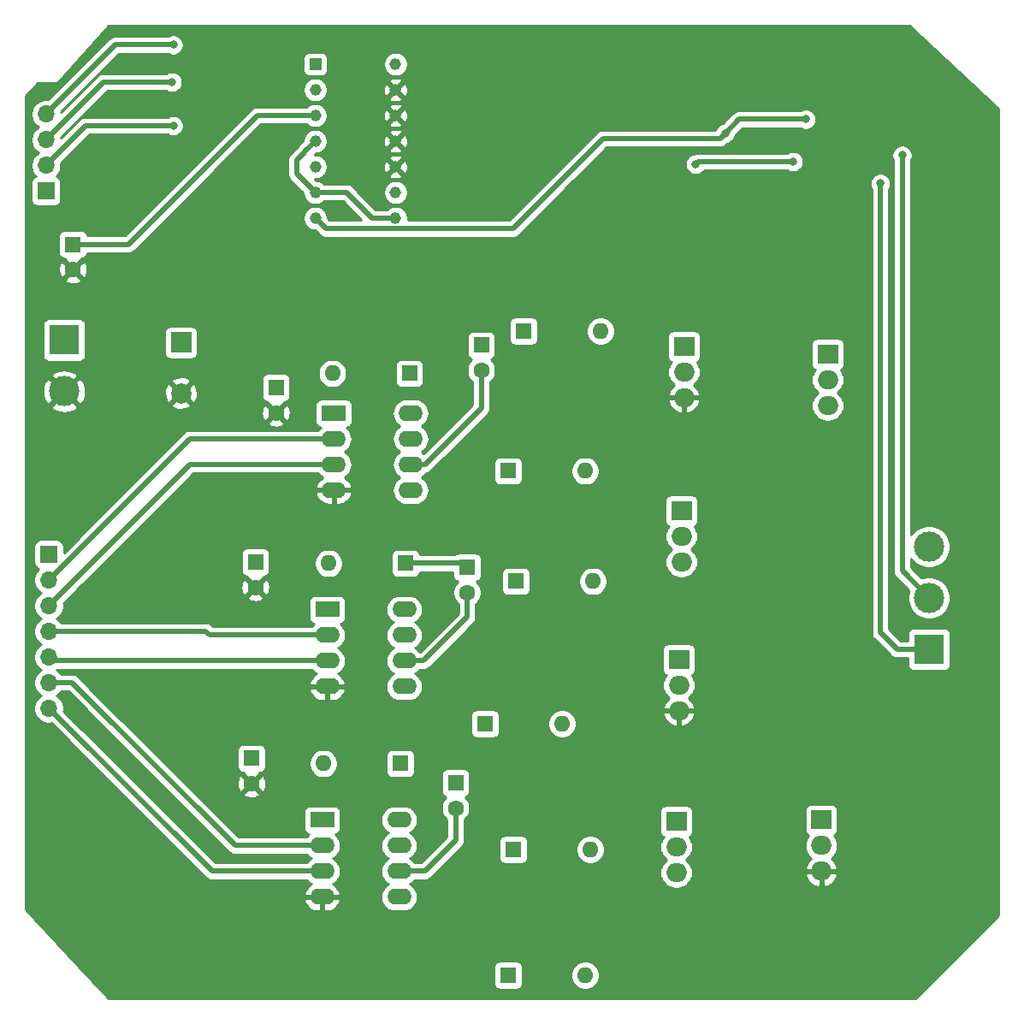
<source format=gbl>
%TF.GenerationSoftware,KiCad,Pcbnew,(5.1.8)-1*%
%TF.CreationDate,2020-12-20T02:03:12+03:00*%
%TF.ProjectId,BLDC_SensorlessWithLM339,424c4443-5f53-4656-9e73-6f726c657373,0.3*%
%TF.SameCoordinates,Original*%
%TF.FileFunction,Copper,L2,Bot*%
%TF.FilePolarity,Positive*%
%FSLAX46Y46*%
G04 Gerber Fmt 4.6, Leading zero omitted, Abs format (unit mm)*
G04 Created by KiCad (PCBNEW (5.1.8)-1) date 2020-12-20 02:03:12*
%MOMM*%
%LPD*%
G01*
G04 APERTURE LIST*
%TA.AperFunction,ComponentPad*%
%ADD10C,1.170000*%
%TD*%
%TA.AperFunction,ComponentPad*%
%ADD11R,1.170000X1.170000*%
%TD*%
%TA.AperFunction,ComponentPad*%
%ADD12O,2.400000X1.600000*%
%TD*%
%TA.AperFunction,ComponentPad*%
%ADD13R,2.400000X1.600000*%
%TD*%
%TA.AperFunction,ComponentPad*%
%ADD14O,2.000000X1.905000*%
%TD*%
%TA.AperFunction,ComponentPad*%
%ADD15R,2.000000X1.905000*%
%TD*%
%TA.AperFunction,ComponentPad*%
%ADD16C,3.000000*%
%TD*%
%TA.AperFunction,ComponentPad*%
%ADD17R,3.000000X3.000000*%
%TD*%
%TA.AperFunction,ComponentPad*%
%ADD18O,1.700000X1.700000*%
%TD*%
%TA.AperFunction,ComponentPad*%
%ADD19R,1.700000X1.700000*%
%TD*%
%TA.AperFunction,ComponentPad*%
%ADD20O,1.600000X1.600000*%
%TD*%
%TA.AperFunction,ComponentPad*%
%ADD21R,1.600000X1.600000*%
%TD*%
%TA.AperFunction,ComponentPad*%
%ADD22C,2.000000*%
%TD*%
%TA.AperFunction,ComponentPad*%
%ADD23R,2.000000X2.000000*%
%TD*%
%TA.AperFunction,ComponentPad*%
%ADD24C,1.600000*%
%TD*%
%TA.AperFunction,ViaPad*%
%ADD25C,0.800000*%
%TD*%
%TA.AperFunction,Conductor*%
%ADD26C,0.500000*%
%TD*%
%TA.AperFunction,Conductor*%
%ADD27C,0.254000*%
%TD*%
%TA.AperFunction,Conductor*%
%ADD28C,0.100000*%
%TD*%
G04 APERTURE END LIST*
D10*
%TO.P,U4,14*%
%TO.N,Net-(J2-Pad2)*%
X50071000Y-17272000D03*
%TO.P,U4,13*%
%TO.N,GND*%
X50071000Y-19812000D03*
%TO.P,U4,12*%
X50071000Y-22352000D03*
%TO.P,U4,11*%
X50071000Y-24892000D03*
%TO.P,U4,10*%
X50071000Y-27432000D03*
%TO.P,U4,9*%
%TO.N,Net-(R16-Pad1)*%
X50071000Y-29972000D03*
%TO.P,U4,8*%
%TO.N,Net-(R16-Pad2)*%
X50071000Y-32512000D03*
%TO.P,U4,7*%
%TO.N,Net-(R17-Pad1)*%
X42131000Y-32512000D03*
%TO.P,U4,6*%
%TO.N,Net-(R16-Pad2)*%
X42131000Y-29972000D03*
%TO.P,U4,5*%
%TO.N,Net-(R18-Pad1)*%
X42131000Y-27432000D03*
%TO.P,U4,4*%
%TO.N,Net-(R16-Pad2)*%
X42131000Y-24892000D03*
%TO.P,U4,3*%
%TO.N,+3V3*%
X42131000Y-22352000D03*
%TO.P,U4,2*%
%TO.N,Net-(J2-Pad4)*%
X42131000Y-19812000D03*
D11*
%TO.P,U4,1*%
%TO.N,Net-(J2-Pad3)*%
X42131000Y-17272000D03*
%TD*%
D12*
%TO.P,U3,8*%
%TO.N,Net-(C5-Pad1)*%
X50419000Y-92075000D03*
%TO.P,U3,4*%
%TO.N,GND*%
X42799000Y-99695000D03*
%TO.P,U3,7*%
%TO.N,Net-(D4-Pad1)*%
X50419000Y-94615000D03*
%TO.P,U3,3*%
%TO.N,Net-(J1-Pad7)*%
X42799000Y-97155000D03*
%TO.P,U3,6*%
%TO.N,Net-(C5-Pad2)*%
X50419000Y-97155000D03*
%TO.P,U3,2*%
%TO.N,Net-(J1-Pad6)*%
X42799000Y-94615000D03*
%TO.P,U3,5*%
%TO.N,Net-(D7-Pad1)*%
X50419000Y-99695000D03*
D13*
%TO.P,U3,1*%
%TO.N,+12V*%
X42799000Y-92075000D03*
%TD*%
D12*
%TO.P,U2,8*%
%TO.N,Net-(C6-Pad1)*%
X50927000Y-71247000D03*
%TO.P,U2,4*%
%TO.N,GND*%
X43307000Y-78867000D03*
%TO.P,U2,7*%
%TO.N,Net-(D5-Pad1)*%
X50927000Y-73787000D03*
%TO.P,U2,3*%
%TO.N,Net-(J1-Pad5)*%
X43307000Y-76327000D03*
%TO.P,U2,6*%
%TO.N,Net-(C6-Pad2)*%
X50927000Y-76327000D03*
%TO.P,U2,2*%
%TO.N,Net-(J1-Pad4)*%
X43307000Y-73787000D03*
%TO.P,U2,5*%
%TO.N,Net-(D6-Pad1)*%
X50927000Y-78867000D03*
D13*
%TO.P,U2,1*%
%TO.N,+12V*%
X43307000Y-71247000D03*
%TD*%
D12*
%TO.P,U1,8*%
%TO.N,Net-(C7-Pad1)*%
X51562000Y-51816000D03*
%TO.P,U1,4*%
%TO.N,GND*%
X43942000Y-59436000D03*
%TO.P,U1,7*%
%TO.N,Net-(D9-Pad1)*%
X51562000Y-54356000D03*
%TO.P,U1,3*%
%TO.N,Net-(J1-Pad3)*%
X43942000Y-56896000D03*
%TO.P,U1,6*%
%TO.N,Net-(C7-Pad2)*%
X51562000Y-56896000D03*
%TO.P,U1,2*%
%TO.N,Net-(J1-Pad2)*%
X43942000Y-54356000D03*
%TO.P,U1,5*%
%TO.N,Net-(D8-Pad1)*%
X51562000Y-59436000D03*
D13*
%TO.P,U1,1*%
%TO.N,+12V*%
X43942000Y-51816000D03*
%TD*%
D14*
%TO.P,Q6,3*%
%TO.N,GND*%
X92202000Y-97155000D03*
%TO.P,Q6,2*%
%TO.N,Net-(D7-Pad2)*%
X92202000Y-94615000D03*
D15*
%TO.P,Q6,1*%
%TO.N,Net-(J4-Pad1)*%
X92202000Y-92075000D03*
%TD*%
D14*
%TO.P,Q5,3*%
%TO.N,Net-(J4-Pad1)*%
X77851000Y-97282000D03*
%TO.P,Q5,2*%
%TO.N,Net-(D4-Pad2)*%
X77851000Y-94742000D03*
D15*
%TO.P,Q5,1*%
%TO.N,+12V*%
X77851000Y-92202000D03*
%TD*%
D14*
%TO.P,Q4,3*%
%TO.N,GND*%
X78613000Y-50292000D03*
%TO.P,Q4,2*%
%TO.N,Net-(D8-Pad2)*%
X78613000Y-47752000D03*
D15*
%TO.P,Q4,1*%
%TO.N,Net-(J4-Pad3)*%
X78613000Y-45212000D03*
%TD*%
D14*
%TO.P,Q3,3*%
%TO.N,Net-(J4-Pad3)*%
X92837000Y-51054000D03*
%TO.P,Q3,2*%
%TO.N,Net-(D9-Pad2)*%
X92837000Y-48514000D03*
D15*
%TO.P,Q3,1*%
%TO.N,+12V*%
X92837000Y-45974000D03*
%TD*%
D14*
%TO.P,Q2,3*%
%TO.N,GND*%
X78105000Y-81280000D03*
%TO.P,Q2,2*%
%TO.N,Net-(D6-Pad2)*%
X78105000Y-78740000D03*
D15*
%TO.P,Q2,1*%
%TO.N,Net-(J4-Pad2)*%
X78105000Y-76200000D03*
%TD*%
D14*
%TO.P,Q1,3*%
%TO.N,Net-(J4-Pad2)*%
X78359000Y-66548000D03*
%TO.P,Q1,2*%
%TO.N,Net-(D5-Pad2)*%
X78359000Y-64008000D03*
D15*
%TO.P,Q1,1*%
%TO.N,+12V*%
X78359000Y-61468000D03*
%TD*%
D16*
%TO.P,J4,3*%
%TO.N,Net-(J4-Pad3)*%
X102870000Y-65024000D03*
%TO.P,J4,2*%
%TO.N,Net-(J4-Pad2)*%
X102870000Y-70104000D03*
D17*
%TO.P,J4,1*%
%TO.N,Net-(J4-Pad1)*%
X102870000Y-75184000D03*
%TD*%
D16*
%TO.P,J3,2*%
%TO.N,GND*%
X17272000Y-49657000D03*
D17*
%TO.P,J3,1*%
%TO.N,+12V*%
X17272000Y-44577000D03*
%TD*%
D18*
%TO.P,J2,4*%
%TO.N,Net-(J2-Pad4)*%
X15468600Y-22225000D03*
%TO.P,J2,3*%
%TO.N,Net-(J2-Pad3)*%
X15468600Y-24765000D03*
%TO.P,J2,2*%
%TO.N,Net-(J2-Pad2)*%
X15468600Y-27305000D03*
D19*
%TO.P,J2,1*%
%TO.N,+3V3*%
X15468600Y-29845000D03*
%TD*%
D18*
%TO.P,J1,7*%
%TO.N,Net-(J1-Pad7)*%
X15748000Y-81026000D03*
%TO.P,J1,6*%
%TO.N,Net-(J1-Pad6)*%
X15748000Y-78486000D03*
%TO.P,J1,5*%
%TO.N,Net-(J1-Pad5)*%
X15748000Y-75946000D03*
%TO.P,J1,4*%
%TO.N,Net-(J1-Pad4)*%
X15748000Y-73406000D03*
%TO.P,J1,3*%
%TO.N,Net-(J1-Pad3)*%
X15748000Y-70866000D03*
%TO.P,J1,2*%
%TO.N,Net-(J1-Pad2)*%
X15748000Y-68326000D03*
D19*
%TO.P,J1,1*%
%TO.N,Net-(J1-Pad1)*%
X15748000Y-65786000D03*
%TD*%
D20*
%TO.P,D9,2*%
%TO.N,Net-(D9-Pad2)*%
X70358000Y-43688000D03*
D21*
%TO.P,D9,1*%
%TO.N,Net-(D9-Pad1)*%
X62738000Y-43688000D03*
%TD*%
D20*
%TO.P,D8,2*%
%TO.N,Net-(D8-Pad2)*%
X68834000Y-57531000D03*
D21*
%TO.P,D8,1*%
%TO.N,Net-(D8-Pad1)*%
X61214000Y-57531000D03*
%TD*%
D20*
%TO.P,D7,2*%
%TO.N,Net-(D7-Pad2)*%
X68834000Y-107442000D03*
D21*
%TO.P,D7,1*%
%TO.N,Net-(D7-Pad1)*%
X61214000Y-107442000D03*
%TD*%
D20*
%TO.P,D6,2*%
%TO.N,Net-(D6-Pad2)*%
X66548000Y-82550000D03*
D21*
%TO.P,D6,1*%
%TO.N,Net-(D6-Pad1)*%
X58928000Y-82550000D03*
%TD*%
D20*
%TO.P,D5,2*%
%TO.N,Net-(D5-Pad2)*%
X69596000Y-68453000D03*
D21*
%TO.P,D5,1*%
%TO.N,Net-(D5-Pad1)*%
X61976000Y-68453000D03*
%TD*%
D20*
%TO.P,D4,2*%
%TO.N,Net-(D4-Pad2)*%
X69342000Y-94996000D03*
D21*
%TO.P,D4,1*%
%TO.N,Net-(D4-Pad1)*%
X61722000Y-94996000D03*
%TD*%
D20*
%TO.P,D3,2*%
%TO.N,+12V*%
X42926000Y-86487000D03*
D21*
%TO.P,D3,1*%
%TO.N,Net-(C5-Pad1)*%
X50546000Y-86487000D03*
%TD*%
D20*
%TO.P,D2,2*%
%TO.N,+12V*%
X43815000Y-47879000D03*
D21*
%TO.P,D2,1*%
%TO.N,Net-(C7-Pad1)*%
X51435000Y-47879000D03*
%TD*%
D20*
%TO.P,D1,2*%
%TO.N,+12V*%
X43434000Y-66675000D03*
D21*
%TO.P,D1,1*%
%TO.N,Net-(C6-Pad1)*%
X51054000Y-66675000D03*
%TD*%
D22*
%TO.P,C8,2*%
%TO.N,GND*%
X28829000Y-49831000D03*
D23*
%TO.P,C8,1*%
%TO.N,+12V*%
X28829000Y-44831000D03*
%TD*%
D24*
%TO.P,C7,2*%
%TO.N,Net-(C7-Pad2)*%
X58547000Y-47585000D03*
D21*
%TO.P,C7,1*%
%TO.N,Net-(C7-Pad1)*%
X58547000Y-45085000D03*
%TD*%
D24*
%TO.P,C6,2*%
%TO.N,Net-(C6-Pad2)*%
X57150000Y-69556000D03*
D21*
%TO.P,C6,1*%
%TO.N,Net-(C6-Pad1)*%
X57150000Y-67056000D03*
%TD*%
D24*
%TO.P,C5,2*%
%TO.N,Net-(C5-Pad2)*%
X56007000Y-90892000D03*
D21*
%TO.P,C5,1*%
%TO.N,Net-(C5-Pad1)*%
X56007000Y-88392000D03*
%TD*%
D24*
%TO.P,C4,2*%
%TO.N,GND*%
X35814000Y-88479000D03*
D21*
%TO.P,C4,1*%
%TO.N,+12V*%
X35814000Y-85979000D03*
%TD*%
D24*
%TO.P,C3,2*%
%TO.N,GND*%
X36195000Y-69048000D03*
D21*
%TO.P,C3,1*%
%TO.N,+12V*%
X36195000Y-66548000D03*
%TD*%
D24*
%TO.P,C2,2*%
%TO.N,GND*%
X38227000Y-51776000D03*
D21*
%TO.P,C2,1*%
%TO.N,+12V*%
X38227000Y-49276000D03*
%TD*%
D24*
%TO.P,C1,2*%
%TO.N,GND*%
X18135600Y-37602800D03*
D21*
%TO.P,C1,1*%
%TO.N,+3V3*%
X18135600Y-35102800D03*
%TD*%
D25*
%TO.N,GND*%
X81788000Y-33528000D03*
X56896000Y-18288000D03*
X60579000Y-29210000D03*
X46228000Y-24892000D03*
X34798000Y-30226000D03*
X21209000Y-27813000D03*
X23622000Y-40259000D03*
X39878000Y-42799000D03*
X81915000Y-16256000D03*
X102362000Y-18415000D03*
X105410000Y-34163000D03*
X91821000Y-37846000D03*
X85598000Y-58293000D03*
X91313000Y-64262000D03*
X92329000Y-76200000D03*
X86868000Y-79248000D03*
X85344000Y-88265000D03*
X97282000Y-86868000D03*
X103759000Y-89535000D03*
X101727000Y-96139000D03*
X90170000Y-104394000D03*
X81661000Y-103886000D03*
X59182000Y-98298000D03*
X52832000Y-84709000D03*
X46863000Y-93345000D03*
X46736000Y-98425000D03*
X57277000Y-104521000D03*
X33401000Y-101473000D03*
X30988000Y-93980000D03*
X38100000Y-91821000D03*
X37973000Y-82296000D03*
X38227000Y-72009000D03*
X38227000Y-62357000D03*
X30607000Y-59436000D03*
X22860000Y-56007000D03*
X26797000Y-69723000D03*
X27051000Y-80772000D03*
X35052000Y-18923000D03*
X74422000Y-43561000D03*
X67437000Y-48006000D03*
X56896000Y-40894000D03*
X55118000Y-50673000D03*
X73025000Y-72898000D03*
X66167000Y-73025000D03*
X57404000Y-75438000D03*
X76581000Y-86106000D03*
X83185000Y-99822000D03*
X71120000Y-90170000D03*
%TO.N,Net-(J2-Pad4)*%
X28067000Y-15367000D03*
%TO.N,Net-(J2-Pad3)*%
X27940000Y-19050000D03*
%TO.N,Net-(J2-Pad2)*%
X28067000Y-23368000D03*
%TO.N,Net-(J4-Pad2)*%
X100203000Y-26289000D03*
%TO.N,Net-(J4-Pad1)*%
X98044000Y-29083000D03*
%TO.N,Net-(R17-Pad1)*%
X82677000Y-24130000D03*
X90678000Y-22733000D03*
%TO.N,Net-(R18-Pad1)*%
X89408000Y-26924000D03*
X79756000Y-27178000D03*
%TD*%
D26*
%TO.N,+3V3*%
X18135600Y-35102800D02*
X23622000Y-35102800D01*
X36372800Y-22352000D02*
X42131000Y-22352000D01*
X23622000Y-35102800D02*
X36372800Y-22352000D01*
%TO.N,Net-(C5-Pad2)*%
X50419000Y-97155000D02*
X52959000Y-97155000D01*
X56007000Y-94107000D02*
X56007000Y-90892000D01*
X52959000Y-97155000D02*
X56007000Y-94107000D01*
%TO.N,Net-(C6-Pad2)*%
X50927000Y-76327000D02*
X52832000Y-76327000D01*
X57150000Y-72009000D02*
X57150000Y-69556000D01*
X52832000Y-76327000D02*
X57150000Y-72009000D01*
%TO.N,Net-(C6-Pad1)*%
X56769000Y-66675000D02*
X57150000Y-67056000D01*
X51054000Y-66675000D02*
X56769000Y-66675000D01*
%TO.N,Net-(C7-Pad2)*%
X51562000Y-56896000D02*
X52959000Y-56896000D01*
X58547000Y-51308000D02*
X58547000Y-47585000D01*
X52959000Y-56896000D02*
X58547000Y-51308000D01*
%TO.N,Net-(J1-Pad7)*%
X31877000Y-97155000D02*
X15748000Y-81026000D01*
X42799000Y-97155000D02*
X31877000Y-97155000D01*
%TO.N,Net-(J1-Pad6)*%
X42799000Y-94615000D02*
X34163000Y-94615000D01*
X18034000Y-78486000D02*
X15748000Y-78486000D01*
X34163000Y-94615000D02*
X18034000Y-78486000D01*
%TO.N,Net-(J1-Pad5)*%
X16129000Y-76327000D02*
X15748000Y-75946000D01*
X43307000Y-76327000D02*
X16129000Y-76327000D01*
%TO.N,Net-(J1-Pad4)*%
X43307000Y-73787000D02*
X31623000Y-73787000D01*
X31242000Y-73406000D02*
X15748000Y-73406000D01*
X31623000Y-73787000D02*
X31242000Y-73406000D01*
%TO.N,Net-(J1-Pad3)*%
X29718000Y-56896000D02*
X15748000Y-70866000D01*
X43942000Y-56896000D02*
X29718000Y-56896000D01*
%TO.N,Net-(J1-Pad2)*%
X29718000Y-54356000D02*
X15748000Y-68326000D01*
X43942000Y-54356000D02*
X29718000Y-54356000D01*
%TO.N,Net-(J2-Pad4)*%
X22326600Y-15367000D02*
X15468600Y-22225000D01*
X28067000Y-15367000D02*
X22326600Y-15367000D01*
%TO.N,Net-(J2-Pad3)*%
X21183600Y-19050000D02*
X27940000Y-19050000D01*
X15468600Y-24765000D02*
X21183600Y-19050000D01*
%TO.N,Net-(J2-Pad2)*%
X19405600Y-23368000D02*
X28067000Y-23368000D01*
X15468600Y-27305000D02*
X19405600Y-23368000D01*
%TO.N,Net-(J4-Pad2)*%
X100203000Y-67437000D02*
X102870000Y-70104000D01*
X100203000Y-26289000D02*
X100203000Y-67437000D01*
%TO.N,Net-(J4-Pad1)*%
X99695000Y-75184000D02*
X102870000Y-75184000D01*
X98044000Y-73533000D02*
X99695000Y-75184000D01*
X98044000Y-29083000D02*
X98044000Y-73533000D01*
%TO.N,Net-(R16-Pad2)*%
X41095999Y-25927001D02*
X41095999Y-25960001D01*
X42131000Y-24892000D02*
X41095999Y-25927001D01*
X41095999Y-25960001D02*
X40259000Y-26797000D01*
X40259000Y-28100000D02*
X42131000Y-29972000D01*
X40259000Y-26797000D02*
X40259000Y-28100000D01*
X50071000Y-32512000D02*
X47752000Y-32512000D01*
X45212000Y-29972000D02*
X42131000Y-29972000D01*
X47752000Y-32512000D02*
X45212000Y-29972000D01*
%TO.N,Net-(R17-Pad1)*%
X84074000Y-22733000D02*
X82677000Y-24130000D01*
X90678000Y-22733000D02*
X84074000Y-22733000D01*
X43166001Y-33547001D02*
X61702999Y-33547001D01*
X42131000Y-32512000D02*
X43166001Y-33547001D01*
X61702999Y-33547001D02*
X70612000Y-24638000D01*
X82169000Y-24638000D02*
X82677000Y-24130000D01*
X70612000Y-24638000D02*
X82169000Y-24638000D01*
%TO.N,Net-(R18-Pad1)*%
X80010000Y-26924000D02*
X79756000Y-27178000D01*
X89408000Y-26924000D02*
X80010000Y-26924000D01*
%TD*%
D27*
%TO.N,GND*%
X109728000Y-21645381D02*
X109728000Y-101547394D01*
X101547394Y-109728000D01*
X21645381Y-109728000D01*
X18779810Y-106642000D01*
X59775928Y-106642000D01*
X59775928Y-108242000D01*
X59788188Y-108366482D01*
X59824498Y-108486180D01*
X59883463Y-108596494D01*
X59962815Y-108693185D01*
X60059506Y-108772537D01*
X60169820Y-108831502D01*
X60289518Y-108867812D01*
X60414000Y-108880072D01*
X62014000Y-108880072D01*
X62138482Y-108867812D01*
X62258180Y-108831502D01*
X62368494Y-108772537D01*
X62465185Y-108693185D01*
X62544537Y-108596494D01*
X62603502Y-108486180D01*
X62639812Y-108366482D01*
X62652072Y-108242000D01*
X62652072Y-107300665D01*
X67399000Y-107300665D01*
X67399000Y-107583335D01*
X67454147Y-107860574D01*
X67562320Y-108121727D01*
X67719363Y-108356759D01*
X67919241Y-108556637D01*
X68154273Y-108713680D01*
X68415426Y-108821853D01*
X68692665Y-108877000D01*
X68975335Y-108877000D01*
X69252574Y-108821853D01*
X69513727Y-108713680D01*
X69748759Y-108556637D01*
X69948637Y-108356759D01*
X70105680Y-108121727D01*
X70213853Y-107860574D01*
X70269000Y-107583335D01*
X70269000Y-107300665D01*
X70213853Y-107023426D01*
X70105680Y-106762273D01*
X69948637Y-106527241D01*
X69748759Y-106327363D01*
X69513727Y-106170320D01*
X69252574Y-106062147D01*
X68975335Y-106007000D01*
X68692665Y-106007000D01*
X68415426Y-106062147D01*
X68154273Y-106170320D01*
X67919241Y-106327363D01*
X67719363Y-106527241D01*
X67562320Y-106762273D01*
X67454147Y-107023426D01*
X67399000Y-107300665D01*
X62652072Y-107300665D01*
X62652072Y-106642000D01*
X62639812Y-106517518D01*
X62603502Y-106397820D01*
X62544537Y-106287506D01*
X62465185Y-106190815D01*
X62368494Y-106111463D01*
X62258180Y-106052498D01*
X62138482Y-106016188D01*
X62014000Y-106003928D01*
X60414000Y-106003928D01*
X60289518Y-106016188D01*
X60169820Y-106052498D01*
X60059506Y-106111463D01*
X59962815Y-106190815D01*
X59883463Y-106287506D01*
X59824498Y-106397820D01*
X59788188Y-106517518D01*
X59775928Y-106642000D01*
X18779810Y-106642000D01*
X13462000Y-100915128D01*
X13462000Y-100044039D01*
X41007096Y-100044039D01*
X41024633Y-100126818D01*
X41135285Y-100386646D01*
X41294500Y-100619895D01*
X41496161Y-100817601D01*
X41732517Y-100972166D01*
X41994486Y-101077650D01*
X42272000Y-101130000D01*
X42672000Y-101130000D01*
X42672000Y-99822000D01*
X42926000Y-99822000D01*
X42926000Y-101130000D01*
X43326000Y-101130000D01*
X43603514Y-101077650D01*
X43865483Y-100972166D01*
X44101839Y-100817601D01*
X44303500Y-100619895D01*
X44462715Y-100386646D01*
X44573367Y-100126818D01*
X44590904Y-100044039D01*
X44468915Y-99822000D01*
X42926000Y-99822000D01*
X42672000Y-99822000D01*
X41129085Y-99822000D01*
X41007096Y-100044039D01*
X13462000Y-100044039D01*
X13462000Y-64936000D01*
X14259928Y-64936000D01*
X14259928Y-66636000D01*
X14272188Y-66760482D01*
X14308498Y-66880180D01*
X14367463Y-66990494D01*
X14446815Y-67087185D01*
X14543506Y-67166537D01*
X14653820Y-67225502D01*
X14726380Y-67247513D01*
X14594525Y-67379368D01*
X14432010Y-67622589D01*
X14320068Y-67892842D01*
X14263000Y-68179740D01*
X14263000Y-68472260D01*
X14320068Y-68759158D01*
X14432010Y-69029411D01*
X14594525Y-69272632D01*
X14801368Y-69479475D01*
X14975760Y-69596000D01*
X14801368Y-69712525D01*
X14594525Y-69919368D01*
X14432010Y-70162589D01*
X14320068Y-70432842D01*
X14263000Y-70719740D01*
X14263000Y-71012260D01*
X14320068Y-71299158D01*
X14432010Y-71569411D01*
X14594525Y-71812632D01*
X14801368Y-72019475D01*
X14975760Y-72136000D01*
X14801368Y-72252525D01*
X14594525Y-72459368D01*
X14432010Y-72702589D01*
X14320068Y-72972842D01*
X14263000Y-73259740D01*
X14263000Y-73552260D01*
X14320068Y-73839158D01*
X14432010Y-74109411D01*
X14594525Y-74352632D01*
X14801368Y-74559475D01*
X14975760Y-74676000D01*
X14801368Y-74792525D01*
X14594525Y-74999368D01*
X14432010Y-75242589D01*
X14320068Y-75512842D01*
X14263000Y-75799740D01*
X14263000Y-76092260D01*
X14320068Y-76379158D01*
X14432010Y-76649411D01*
X14594525Y-76892632D01*
X14801368Y-77099475D01*
X14975760Y-77216000D01*
X14801368Y-77332525D01*
X14594525Y-77539368D01*
X14432010Y-77782589D01*
X14320068Y-78052842D01*
X14263000Y-78339740D01*
X14263000Y-78632260D01*
X14320068Y-78919158D01*
X14432010Y-79189411D01*
X14594525Y-79432632D01*
X14801368Y-79639475D01*
X14975760Y-79756000D01*
X14801368Y-79872525D01*
X14594525Y-80079368D01*
X14432010Y-80322589D01*
X14320068Y-80592842D01*
X14263000Y-80879740D01*
X14263000Y-81172260D01*
X14320068Y-81459158D01*
X14432010Y-81729411D01*
X14594525Y-81972632D01*
X14801368Y-82179475D01*
X15044589Y-82341990D01*
X15314842Y-82453932D01*
X15601740Y-82511000D01*
X15894260Y-82511000D01*
X15966961Y-82496539D01*
X31220470Y-97750049D01*
X31248183Y-97783817D01*
X31281951Y-97811530D01*
X31281953Y-97811532D01*
X31382941Y-97894411D01*
X31536686Y-97976589D01*
X31686131Y-98021923D01*
X31703510Y-98027195D01*
X31833523Y-98040000D01*
X31833531Y-98040000D01*
X31877000Y-98044281D01*
X31920469Y-98040000D01*
X41268922Y-98040000D01*
X41379392Y-98174608D01*
X41597899Y-98353932D01*
X41725741Y-98422265D01*
X41496161Y-98572399D01*
X41294500Y-98770105D01*
X41135285Y-99003354D01*
X41024633Y-99263182D01*
X41007096Y-99345961D01*
X41129085Y-99568000D01*
X42672000Y-99568000D01*
X42672000Y-99548000D01*
X42926000Y-99548000D01*
X42926000Y-99568000D01*
X44468915Y-99568000D01*
X44590904Y-99345961D01*
X44573367Y-99263182D01*
X44462715Y-99003354D01*
X44303500Y-98770105D01*
X44101839Y-98572399D01*
X43872259Y-98422265D01*
X44000101Y-98353932D01*
X44218608Y-98174608D01*
X44397932Y-97956101D01*
X44531182Y-97706808D01*
X44613236Y-97436309D01*
X44640943Y-97155000D01*
X44613236Y-96873691D01*
X44531182Y-96603192D01*
X44397932Y-96353899D01*
X44218608Y-96135392D01*
X44000101Y-95956068D01*
X43867142Y-95885000D01*
X44000101Y-95813932D01*
X44218608Y-95634608D01*
X44397932Y-95416101D01*
X44531182Y-95166808D01*
X44613236Y-94896309D01*
X44640943Y-94615000D01*
X44613236Y-94333691D01*
X44531182Y-94063192D01*
X44397932Y-93813899D01*
X44218608Y-93595392D01*
X44105518Y-93502581D01*
X44123482Y-93500812D01*
X44243180Y-93464502D01*
X44353494Y-93405537D01*
X44450185Y-93326185D01*
X44529537Y-93229494D01*
X44588502Y-93119180D01*
X44624812Y-92999482D01*
X44637072Y-92875000D01*
X44637072Y-92075000D01*
X48577057Y-92075000D01*
X48604764Y-92356309D01*
X48686818Y-92626808D01*
X48820068Y-92876101D01*
X48999392Y-93094608D01*
X49217899Y-93273932D01*
X49350858Y-93345000D01*
X49217899Y-93416068D01*
X48999392Y-93595392D01*
X48820068Y-93813899D01*
X48686818Y-94063192D01*
X48604764Y-94333691D01*
X48577057Y-94615000D01*
X48604764Y-94896309D01*
X48686818Y-95166808D01*
X48820068Y-95416101D01*
X48999392Y-95634608D01*
X49217899Y-95813932D01*
X49350858Y-95885000D01*
X49217899Y-95956068D01*
X48999392Y-96135392D01*
X48820068Y-96353899D01*
X48686818Y-96603192D01*
X48604764Y-96873691D01*
X48577057Y-97155000D01*
X48604764Y-97436309D01*
X48686818Y-97706808D01*
X48820068Y-97956101D01*
X48999392Y-98174608D01*
X49217899Y-98353932D01*
X49350858Y-98425000D01*
X49217899Y-98496068D01*
X48999392Y-98675392D01*
X48820068Y-98893899D01*
X48686818Y-99143192D01*
X48604764Y-99413691D01*
X48577057Y-99695000D01*
X48604764Y-99976309D01*
X48686818Y-100246808D01*
X48820068Y-100496101D01*
X48999392Y-100714608D01*
X49217899Y-100893932D01*
X49467192Y-101027182D01*
X49737691Y-101109236D01*
X49948508Y-101130000D01*
X50889492Y-101130000D01*
X51100309Y-101109236D01*
X51370808Y-101027182D01*
X51620101Y-100893932D01*
X51838608Y-100714608D01*
X52017932Y-100496101D01*
X52151182Y-100246808D01*
X52233236Y-99976309D01*
X52260943Y-99695000D01*
X52233236Y-99413691D01*
X52151182Y-99143192D01*
X52017932Y-98893899D01*
X51838608Y-98675392D01*
X51620101Y-98496068D01*
X51487142Y-98425000D01*
X51620101Y-98353932D01*
X51838608Y-98174608D01*
X51949078Y-98040000D01*
X52915531Y-98040000D01*
X52959000Y-98044281D01*
X53002469Y-98040000D01*
X53002477Y-98040000D01*
X53132490Y-98027195D01*
X53299313Y-97976589D01*
X53453059Y-97894411D01*
X53587817Y-97783817D01*
X53615534Y-97750044D01*
X56602050Y-94763529D01*
X56635817Y-94735817D01*
X56746411Y-94601059D01*
X56828589Y-94447313D01*
X56879195Y-94280490D01*
X56887516Y-94196000D01*
X60283928Y-94196000D01*
X60283928Y-95796000D01*
X60296188Y-95920482D01*
X60332498Y-96040180D01*
X60391463Y-96150494D01*
X60470815Y-96247185D01*
X60567506Y-96326537D01*
X60677820Y-96385502D01*
X60797518Y-96421812D01*
X60922000Y-96434072D01*
X62522000Y-96434072D01*
X62646482Y-96421812D01*
X62766180Y-96385502D01*
X62876494Y-96326537D01*
X62973185Y-96247185D01*
X63052537Y-96150494D01*
X63111502Y-96040180D01*
X63147812Y-95920482D01*
X63160072Y-95796000D01*
X63160072Y-94854665D01*
X67907000Y-94854665D01*
X67907000Y-95137335D01*
X67962147Y-95414574D01*
X68070320Y-95675727D01*
X68227363Y-95910759D01*
X68427241Y-96110637D01*
X68662273Y-96267680D01*
X68923426Y-96375853D01*
X69200665Y-96431000D01*
X69483335Y-96431000D01*
X69760574Y-96375853D01*
X70021727Y-96267680D01*
X70256759Y-96110637D01*
X70456637Y-95910759D01*
X70613680Y-95675727D01*
X70721853Y-95414574D01*
X70777000Y-95137335D01*
X70777000Y-94854665D01*
X70754590Y-94742000D01*
X76208319Y-94742000D01*
X76238970Y-95053204D01*
X76329745Y-95352449D01*
X76477155Y-95628235D01*
X76675537Y-95869963D01*
X76848609Y-96012000D01*
X76675537Y-96154037D01*
X76477155Y-96395765D01*
X76329745Y-96671551D01*
X76238970Y-96970796D01*
X76208319Y-97282000D01*
X76238970Y-97593204D01*
X76329745Y-97892449D01*
X76477155Y-98168235D01*
X76675537Y-98409963D01*
X76917265Y-98608345D01*
X77193051Y-98755755D01*
X77492296Y-98846530D01*
X77725514Y-98869500D01*
X77976486Y-98869500D01*
X78209704Y-98846530D01*
X78508949Y-98755755D01*
X78784735Y-98608345D01*
X79026463Y-98409963D01*
X79224845Y-98168235D01*
X79372255Y-97892449D01*
X79463030Y-97593204D01*
X79469454Y-97527980D01*
X90611437Y-97527980D01*
X90682429Y-97746094D01*
X90826031Y-98021923D01*
X91020685Y-98264437D01*
X91258911Y-98464316D01*
X91531554Y-98613879D01*
X91828137Y-98707378D01*
X92075000Y-98580570D01*
X92075000Y-97282000D01*
X92329000Y-97282000D01*
X92329000Y-98580570D01*
X92575863Y-98707378D01*
X92872446Y-98613879D01*
X93145089Y-98464316D01*
X93383315Y-98264437D01*
X93577969Y-98021923D01*
X93721571Y-97746094D01*
X93792563Y-97527980D01*
X93672594Y-97282000D01*
X92329000Y-97282000D01*
X92075000Y-97282000D01*
X90731406Y-97282000D01*
X90611437Y-97527980D01*
X79469454Y-97527980D01*
X79493681Y-97282000D01*
X79463030Y-96970796D01*
X79372255Y-96671551D01*
X79224845Y-96395765D01*
X79026463Y-96154037D01*
X78853391Y-96012000D01*
X79026463Y-95869963D01*
X79224845Y-95628235D01*
X79372255Y-95352449D01*
X79463030Y-95053204D01*
X79493681Y-94742000D01*
X79481173Y-94615000D01*
X90559319Y-94615000D01*
X90589970Y-94926204D01*
X90680745Y-95225449D01*
X90828155Y-95501235D01*
X91026537Y-95742963D01*
X91205899Y-95890163D01*
X91020685Y-96045563D01*
X90826031Y-96288077D01*
X90682429Y-96563906D01*
X90611437Y-96782020D01*
X90731406Y-97028000D01*
X92075000Y-97028000D01*
X92075000Y-97008000D01*
X92329000Y-97008000D01*
X92329000Y-97028000D01*
X93672594Y-97028000D01*
X93792563Y-96782020D01*
X93721571Y-96563906D01*
X93577969Y-96288077D01*
X93383315Y-96045563D01*
X93198101Y-95890163D01*
X93377463Y-95742963D01*
X93575845Y-95501235D01*
X93723255Y-95225449D01*
X93814030Y-94926204D01*
X93844681Y-94615000D01*
X93814030Y-94303796D01*
X93723255Y-94004551D01*
X93575845Y-93728765D01*
X93472554Y-93602905D01*
X93556494Y-93558037D01*
X93653185Y-93478685D01*
X93732537Y-93381994D01*
X93791502Y-93271680D01*
X93827812Y-93151982D01*
X93840072Y-93027500D01*
X93840072Y-91122500D01*
X93827812Y-90998018D01*
X93791502Y-90878320D01*
X93732537Y-90768006D01*
X93653185Y-90671315D01*
X93556494Y-90591963D01*
X93446180Y-90532998D01*
X93326482Y-90496688D01*
X93202000Y-90484428D01*
X91202000Y-90484428D01*
X91077518Y-90496688D01*
X90957820Y-90532998D01*
X90847506Y-90591963D01*
X90750815Y-90671315D01*
X90671463Y-90768006D01*
X90612498Y-90878320D01*
X90576188Y-90998018D01*
X90563928Y-91122500D01*
X90563928Y-93027500D01*
X90576188Y-93151982D01*
X90612498Y-93271680D01*
X90671463Y-93381994D01*
X90750815Y-93478685D01*
X90847506Y-93558037D01*
X90931446Y-93602905D01*
X90828155Y-93728765D01*
X90680745Y-94004551D01*
X90589970Y-94303796D01*
X90559319Y-94615000D01*
X79481173Y-94615000D01*
X79463030Y-94430796D01*
X79372255Y-94131551D01*
X79224845Y-93855765D01*
X79121554Y-93729905D01*
X79205494Y-93685037D01*
X79302185Y-93605685D01*
X79381537Y-93508994D01*
X79440502Y-93398680D01*
X79476812Y-93278982D01*
X79489072Y-93154500D01*
X79489072Y-91249500D01*
X79476812Y-91125018D01*
X79440502Y-91005320D01*
X79381537Y-90895006D01*
X79302185Y-90798315D01*
X79205494Y-90718963D01*
X79095180Y-90659998D01*
X78975482Y-90623688D01*
X78851000Y-90611428D01*
X76851000Y-90611428D01*
X76726518Y-90623688D01*
X76606820Y-90659998D01*
X76496506Y-90718963D01*
X76399815Y-90798315D01*
X76320463Y-90895006D01*
X76261498Y-91005320D01*
X76225188Y-91125018D01*
X76212928Y-91249500D01*
X76212928Y-93154500D01*
X76225188Y-93278982D01*
X76261498Y-93398680D01*
X76320463Y-93508994D01*
X76399815Y-93605685D01*
X76496506Y-93685037D01*
X76580446Y-93729905D01*
X76477155Y-93855765D01*
X76329745Y-94131551D01*
X76238970Y-94430796D01*
X76208319Y-94742000D01*
X70754590Y-94742000D01*
X70721853Y-94577426D01*
X70613680Y-94316273D01*
X70456637Y-94081241D01*
X70256759Y-93881363D01*
X70021727Y-93724320D01*
X69760574Y-93616147D01*
X69483335Y-93561000D01*
X69200665Y-93561000D01*
X68923426Y-93616147D01*
X68662273Y-93724320D01*
X68427241Y-93881363D01*
X68227363Y-94081241D01*
X68070320Y-94316273D01*
X67962147Y-94577426D01*
X67907000Y-94854665D01*
X63160072Y-94854665D01*
X63160072Y-94196000D01*
X63147812Y-94071518D01*
X63111502Y-93951820D01*
X63052537Y-93841506D01*
X62973185Y-93744815D01*
X62876494Y-93665463D01*
X62766180Y-93606498D01*
X62646482Y-93570188D01*
X62522000Y-93557928D01*
X60922000Y-93557928D01*
X60797518Y-93570188D01*
X60677820Y-93606498D01*
X60567506Y-93665463D01*
X60470815Y-93744815D01*
X60391463Y-93841506D01*
X60332498Y-93951820D01*
X60296188Y-94071518D01*
X60283928Y-94196000D01*
X56887516Y-94196000D01*
X56892000Y-94150477D01*
X56892000Y-94150469D01*
X56896281Y-94107000D01*
X56892000Y-94063531D01*
X56892000Y-92026521D01*
X56921759Y-92006637D01*
X57121637Y-91806759D01*
X57278680Y-91571727D01*
X57386853Y-91310574D01*
X57442000Y-91033335D01*
X57442000Y-90750665D01*
X57386853Y-90473426D01*
X57278680Y-90212273D01*
X57121637Y-89977241D01*
X56955057Y-89810661D01*
X57051180Y-89781502D01*
X57161494Y-89722537D01*
X57258185Y-89643185D01*
X57337537Y-89546494D01*
X57396502Y-89436180D01*
X57432812Y-89316482D01*
X57445072Y-89192000D01*
X57445072Y-87592000D01*
X57432812Y-87467518D01*
X57396502Y-87347820D01*
X57337537Y-87237506D01*
X57258185Y-87140815D01*
X57161494Y-87061463D01*
X57051180Y-87002498D01*
X56931482Y-86966188D01*
X56807000Y-86953928D01*
X55207000Y-86953928D01*
X55082518Y-86966188D01*
X54962820Y-87002498D01*
X54852506Y-87061463D01*
X54755815Y-87140815D01*
X54676463Y-87237506D01*
X54617498Y-87347820D01*
X54581188Y-87467518D01*
X54568928Y-87592000D01*
X54568928Y-89192000D01*
X54581188Y-89316482D01*
X54617498Y-89436180D01*
X54676463Y-89546494D01*
X54755815Y-89643185D01*
X54852506Y-89722537D01*
X54962820Y-89781502D01*
X55058943Y-89810661D01*
X54892363Y-89977241D01*
X54735320Y-90212273D01*
X54627147Y-90473426D01*
X54572000Y-90750665D01*
X54572000Y-91033335D01*
X54627147Y-91310574D01*
X54735320Y-91571727D01*
X54892363Y-91806759D01*
X55092241Y-92006637D01*
X55122001Y-92026522D01*
X55122000Y-93740421D01*
X52592422Y-96270000D01*
X51949078Y-96270000D01*
X51838608Y-96135392D01*
X51620101Y-95956068D01*
X51487142Y-95885000D01*
X51620101Y-95813932D01*
X51838608Y-95634608D01*
X52017932Y-95416101D01*
X52151182Y-95166808D01*
X52233236Y-94896309D01*
X52260943Y-94615000D01*
X52233236Y-94333691D01*
X52151182Y-94063192D01*
X52017932Y-93813899D01*
X51838608Y-93595392D01*
X51620101Y-93416068D01*
X51487142Y-93345000D01*
X51620101Y-93273932D01*
X51838608Y-93094608D01*
X52017932Y-92876101D01*
X52151182Y-92626808D01*
X52233236Y-92356309D01*
X52260943Y-92075000D01*
X52233236Y-91793691D01*
X52151182Y-91523192D01*
X52017932Y-91273899D01*
X51838608Y-91055392D01*
X51620101Y-90876068D01*
X51370808Y-90742818D01*
X51100309Y-90660764D01*
X50889492Y-90640000D01*
X49948508Y-90640000D01*
X49737691Y-90660764D01*
X49467192Y-90742818D01*
X49217899Y-90876068D01*
X48999392Y-91055392D01*
X48820068Y-91273899D01*
X48686818Y-91523192D01*
X48604764Y-91793691D01*
X48577057Y-92075000D01*
X44637072Y-92075000D01*
X44637072Y-91275000D01*
X44624812Y-91150518D01*
X44588502Y-91030820D01*
X44529537Y-90920506D01*
X44450185Y-90823815D01*
X44353494Y-90744463D01*
X44243180Y-90685498D01*
X44123482Y-90649188D01*
X43999000Y-90636928D01*
X41599000Y-90636928D01*
X41474518Y-90649188D01*
X41354820Y-90685498D01*
X41244506Y-90744463D01*
X41147815Y-90823815D01*
X41068463Y-90920506D01*
X41009498Y-91030820D01*
X40973188Y-91150518D01*
X40960928Y-91275000D01*
X40960928Y-92875000D01*
X40973188Y-92999482D01*
X41009498Y-93119180D01*
X41068463Y-93229494D01*
X41147815Y-93326185D01*
X41244506Y-93405537D01*
X41354820Y-93464502D01*
X41474518Y-93500812D01*
X41492482Y-93502581D01*
X41379392Y-93595392D01*
X41268922Y-93730000D01*
X34529579Y-93730000D01*
X30271281Y-89471702D01*
X35000903Y-89471702D01*
X35072486Y-89715671D01*
X35327996Y-89836571D01*
X35602184Y-89905300D01*
X35884512Y-89919217D01*
X36164130Y-89877787D01*
X36430292Y-89782603D01*
X36555514Y-89715671D01*
X36627097Y-89471702D01*
X35814000Y-88658605D01*
X35000903Y-89471702D01*
X30271281Y-89471702D01*
X29349091Y-88549512D01*
X34373783Y-88549512D01*
X34415213Y-88829130D01*
X34510397Y-89095292D01*
X34577329Y-89220514D01*
X34821298Y-89292097D01*
X35634395Y-88479000D01*
X35993605Y-88479000D01*
X36806702Y-89292097D01*
X37050671Y-89220514D01*
X37171571Y-88965004D01*
X37240300Y-88690816D01*
X37254217Y-88408488D01*
X37212787Y-88128870D01*
X37117603Y-87862708D01*
X37050671Y-87737486D01*
X36806702Y-87665903D01*
X35993605Y-88479000D01*
X35634395Y-88479000D01*
X34821298Y-87665903D01*
X34577329Y-87737486D01*
X34456429Y-87992996D01*
X34387700Y-88267184D01*
X34373783Y-88549512D01*
X29349091Y-88549512D01*
X25978579Y-85179000D01*
X34375928Y-85179000D01*
X34375928Y-86779000D01*
X34388188Y-86903482D01*
X34424498Y-87023180D01*
X34483463Y-87133494D01*
X34562815Y-87230185D01*
X34659506Y-87309537D01*
X34769820Y-87368502D01*
X34889518Y-87404812D01*
X35014000Y-87417072D01*
X35021215Y-87417072D01*
X35000903Y-87486298D01*
X35814000Y-88299395D01*
X36627097Y-87486298D01*
X36606785Y-87417072D01*
X36614000Y-87417072D01*
X36738482Y-87404812D01*
X36858180Y-87368502D01*
X36968494Y-87309537D01*
X37065185Y-87230185D01*
X37144537Y-87133494D01*
X37203502Y-87023180D01*
X37239812Y-86903482D01*
X37252072Y-86779000D01*
X37252072Y-86345665D01*
X41491000Y-86345665D01*
X41491000Y-86628335D01*
X41546147Y-86905574D01*
X41654320Y-87166727D01*
X41811363Y-87401759D01*
X42011241Y-87601637D01*
X42246273Y-87758680D01*
X42507426Y-87866853D01*
X42784665Y-87922000D01*
X43067335Y-87922000D01*
X43344574Y-87866853D01*
X43605727Y-87758680D01*
X43840759Y-87601637D01*
X44040637Y-87401759D01*
X44197680Y-87166727D01*
X44305853Y-86905574D01*
X44361000Y-86628335D01*
X44361000Y-86345665D01*
X44305853Y-86068426D01*
X44197680Y-85807273D01*
X44117317Y-85687000D01*
X49107928Y-85687000D01*
X49107928Y-87287000D01*
X49120188Y-87411482D01*
X49156498Y-87531180D01*
X49215463Y-87641494D01*
X49294815Y-87738185D01*
X49391506Y-87817537D01*
X49501820Y-87876502D01*
X49621518Y-87912812D01*
X49746000Y-87925072D01*
X51346000Y-87925072D01*
X51470482Y-87912812D01*
X51590180Y-87876502D01*
X51700494Y-87817537D01*
X51797185Y-87738185D01*
X51876537Y-87641494D01*
X51935502Y-87531180D01*
X51971812Y-87411482D01*
X51984072Y-87287000D01*
X51984072Y-85687000D01*
X51971812Y-85562518D01*
X51935502Y-85442820D01*
X51876537Y-85332506D01*
X51797185Y-85235815D01*
X51700494Y-85156463D01*
X51590180Y-85097498D01*
X51470482Y-85061188D01*
X51346000Y-85048928D01*
X49746000Y-85048928D01*
X49621518Y-85061188D01*
X49501820Y-85097498D01*
X49391506Y-85156463D01*
X49294815Y-85235815D01*
X49215463Y-85332506D01*
X49156498Y-85442820D01*
X49120188Y-85562518D01*
X49107928Y-85687000D01*
X44117317Y-85687000D01*
X44040637Y-85572241D01*
X43840759Y-85372363D01*
X43605727Y-85215320D01*
X43344574Y-85107147D01*
X43067335Y-85052000D01*
X42784665Y-85052000D01*
X42507426Y-85107147D01*
X42246273Y-85215320D01*
X42011241Y-85372363D01*
X41811363Y-85572241D01*
X41654320Y-85807273D01*
X41546147Y-86068426D01*
X41491000Y-86345665D01*
X37252072Y-86345665D01*
X37252072Y-85179000D01*
X37239812Y-85054518D01*
X37203502Y-84934820D01*
X37144537Y-84824506D01*
X37065185Y-84727815D01*
X36968494Y-84648463D01*
X36858180Y-84589498D01*
X36738482Y-84553188D01*
X36614000Y-84540928D01*
X35014000Y-84540928D01*
X34889518Y-84553188D01*
X34769820Y-84589498D01*
X34659506Y-84648463D01*
X34562815Y-84727815D01*
X34483463Y-84824506D01*
X34424498Y-84934820D01*
X34388188Y-85054518D01*
X34375928Y-85179000D01*
X25978579Y-85179000D01*
X22549579Y-81750000D01*
X57489928Y-81750000D01*
X57489928Y-83350000D01*
X57502188Y-83474482D01*
X57538498Y-83594180D01*
X57597463Y-83704494D01*
X57676815Y-83801185D01*
X57773506Y-83880537D01*
X57883820Y-83939502D01*
X58003518Y-83975812D01*
X58128000Y-83988072D01*
X59728000Y-83988072D01*
X59852482Y-83975812D01*
X59972180Y-83939502D01*
X60082494Y-83880537D01*
X60179185Y-83801185D01*
X60258537Y-83704494D01*
X60317502Y-83594180D01*
X60353812Y-83474482D01*
X60366072Y-83350000D01*
X60366072Y-82408665D01*
X65113000Y-82408665D01*
X65113000Y-82691335D01*
X65168147Y-82968574D01*
X65276320Y-83229727D01*
X65433363Y-83464759D01*
X65633241Y-83664637D01*
X65868273Y-83821680D01*
X66129426Y-83929853D01*
X66406665Y-83985000D01*
X66689335Y-83985000D01*
X66966574Y-83929853D01*
X67227727Y-83821680D01*
X67462759Y-83664637D01*
X67662637Y-83464759D01*
X67819680Y-83229727D01*
X67927853Y-82968574D01*
X67983000Y-82691335D01*
X67983000Y-82408665D01*
X67927853Y-82131426D01*
X67819680Y-81870273D01*
X67674490Y-81652980D01*
X76514437Y-81652980D01*
X76585429Y-81871094D01*
X76729031Y-82146923D01*
X76923685Y-82389437D01*
X77161911Y-82589316D01*
X77434554Y-82738879D01*
X77731137Y-82832378D01*
X77978000Y-82705570D01*
X77978000Y-81407000D01*
X78232000Y-81407000D01*
X78232000Y-82705570D01*
X78478863Y-82832378D01*
X78775446Y-82738879D01*
X79048089Y-82589316D01*
X79286315Y-82389437D01*
X79480969Y-82146923D01*
X79624571Y-81871094D01*
X79695563Y-81652980D01*
X79575594Y-81407000D01*
X78232000Y-81407000D01*
X77978000Y-81407000D01*
X76634406Y-81407000D01*
X76514437Y-81652980D01*
X67674490Y-81652980D01*
X67662637Y-81635241D01*
X67462759Y-81435363D01*
X67227727Y-81278320D01*
X66966574Y-81170147D01*
X66689335Y-81115000D01*
X66406665Y-81115000D01*
X66129426Y-81170147D01*
X65868273Y-81278320D01*
X65633241Y-81435363D01*
X65433363Y-81635241D01*
X65276320Y-81870273D01*
X65168147Y-82131426D01*
X65113000Y-82408665D01*
X60366072Y-82408665D01*
X60366072Y-81750000D01*
X60353812Y-81625518D01*
X60317502Y-81505820D01*
X60258537Y-81395506D01*
X60179185Y-81298815D01*
X60082494Y-81219463D01*
X59972180Y-81160498D01*
X59852482Y-81124188D01*
X59728000Y-81111928D01*
X58128000Y-81111928D01*
X58003518Y-81124188D01*
X57883820Y-81160498D01*
X57773506Y-81219463D01*
X57676815Y-81298815D01*
X57597463Y-81395506D01*
X57538498Y-81505820D01*
X57502188Y-81625518D01*
X57489928Y-81750000D01*
X22549579Y-81750000D01*
X20015618Y-79216039D01*
X41515096Y-79216039D01*
X41532633Y-79298818D01*
X41643285Y-79558646D01*
X41802500Y-79791895D01*
X42004161Y-79989601D01*
X42240517Y-80144166D01*
X42502486Y-80249650D01*
X42780000Y-80302000D01*
X43180000Y-80302000D01*
X43180000Y-78994000D01*
X43434000Y-78994000D01*
X43434000Y-80302000D01*
X43834000Y-80302000D01*
X44111514Y-80249650D01*
X44373483Y-80144166D01*
X44609839Y-79989601D01*
X44811500Y-79791895D01*
X44970715Y-79558646D01*
X45081367Y-79298818D01*
X45098904Y-79216039D01*
X44976915Y-78994000D01*
X43434000Y-78994000D01*
X43180000Y-78994000D01*
X41637085Y-78994000D01*
X41515096Y-79216039D01*
X20015618Y-79216039D01*
X18690534Y-77890956D01*
X18662817Y-77857183D01*
X18528059Y-77746589D01*
X18374313Y-77664411D01*
X18207490Y-77613805D01*
X18077477Y-77601000D01*
X18077469Y-77601000D01*
X18034000Y-77596719D01*
X17990531Y-77601000D01*
X16942656Y-77601000D01*
X16901475Y-77539368D01*
X16694632Y-77332525D01*
X16520240Y-77216000D01*
X16526226Y-77212000D01*
X41776922Y-77212000D01*
X41887392Y-77346608D01*
X42105899Y-77525932D01*
X42233741Y-77594265D01*
X42004161Y-77744399D01*
X41802500Y-77942105D01*
X41643285Y-78175354D01*
X41532633Y-78435182D01*
X41515096Y-78517961D01*
X41637085Y-78740000D01*
X43180000Y-78740000D01*
X43180000Y-78720000D01*
X43434000Y-78720000D01*
X43434000Y-78740000D01*
X44976915Y-78740000D01*
X45098904Y-78517961D01*
X45081367Y-78435182D01*
X44970715Y-78175354D01*
X44811500Y-77942105D01*
X44609839Y-77744399D01*
X44380259Y-77594265D01*
X44508101Y-77525932D01*
X44726608Y-77346608D01*
X44905932Y-77128101D01*
X45039182Y-76878808D01*
X45121236Y-76608309D01*
X45148943Y-76327000D01*
X45121236Y-76045691D01*
X45039182Y-75775192D01*
X44905932Y-75525899D01*
X44726608Y-75307392D01*
X44508101Y-75128068D01*
X44375142Y-75057000D01*
X44508101Y-74985932D01*
X44726608Y-74806608D01*
X44905932Y-74588101D01*
X45039182Y-74338808D01*
X45121236Y-74068309D01*
X45148943Y-73787000D01*
X45121236Y-73505691D01*
X45039182Y-73235192D01*
X44905932Y-72985899D01*
X44726608Y-72767392D01*
X44613518Y-72674581D01*
X44631482Y-72672812D01*
X44751180Y-72636502D01*
X44861494Y-72577537D01*
X44958185Y-72498185D01*
X45037537Y-72401494D01*
X45096502Y-72291180D01*
X45132812Y-72171482D01*
X45145072Y-72047000D01*
X45145072Y-71247000D01*
X49085057Y-71247000D01*
X49112764Y-71528309D01*
X49194818Y-71798808D01*
X49328068Y-72048101D01*
X49507392Y-72266608D01*
X49725899Y-72445932D01*
X49858858Y-72517000D01*
X49725899Y-72588068D01*
X49507392Y-72767392D01*
X49328068Y-72985899D01*
X49194818Y-73235192D01*
X49112764Y-73505691D01*
X49085057Y-73787000D01*
X49112764Y-74068309D01*
X49194818Y-74338808D01*
X49328068Y-74588101D01*
X49507392Y-74806608D01*
X49725899Y-74985932D01*
X49858858Y-75057000D01*
X49725899Y-75128068D01*
X49507392Y-75307392D01*
X49328068Y-75525899D01*
X49194818Y-75775192D01*
X49112764Y-76045691D01*
X49085057Y-76327000D01*
X49112764Y-76608309D01*
X49194818Y-76878808D01*
X49328068Y-77128101D01*
X49507392Y-77346608D01*
X49725899Y-77525932D01*
X49858858Y-77597000D01*
X49725899Y-77668068D01*
X49507392Y-77847392D01*
X49328068Y-78065899D01*
X49194818Y-78315192D01*
X49112764Y-78585691D01*
X49085057Y-78867000D01*
X49112764Y-79148309D01*
X49194818Y-79418808D01*
X49328068Y-79668101D01*
X49507392Y-79886608D01*
X49725899Y-80065932D01*
X49975192Y-80199182D01*
X50245691Y-80281236D01*
X50456508Y-80302000D01*
X51397492Y-80302000D01*
X51608309Y-80281236D01*
X51878808Y-80199182D01*
X52128101Y-80065932D01*
X52346608Y-79886608D01*
X52525932Y-79668101D01*
X52659182Y-79418808D01*
X52741236Y-79148309D01*
X52768943Y-78867000D01*
X52756435Y-78740000D01*
X76462319Y-78740000D01*
X76492970Y-79051204D01*
X76583745Y-79350449D01*
X76731155Y-79626235D01*
X76929537Y-79867963D01*
X77108899Y-80015163D01*
X76923685Y-80170563D01*
X76729031Y-80413077D01*
X76585429Y-80688906D01*
X76514437Y-80907020D01*
X76634406Y-81153000D01*
X77978000Y-81153000D01*
X77978000Y-81133000D01*
X78232000Y-81133000D01*
X78232000Y-81153000D01*
X79575594Y-81153000D01*
X79695563Y-80907020D01*
X79624571Y-80688906D01*
X79480969Y-80413077D01*
X79286315Y-80170563D01*
X79101101Y-80015163D01*
X79280463Y-79867963D01*
X79478845Y-79626235D01*
X79626255Y-79350449D01*
X79717030Y-79051204D01*
X79747681Y-78740000D01*
X79717030Y-78428796D01*
X79626255Y-78129551D01*
X79478845Y-77853765D01*
X79375554Y-77727905D01*
X79459494Y-77683037D01*
X79556185Y-77603685D01*
X79635537Y-77506994D01*
X79694502Y-77396680D01*
X79730812Y-77276982D01*
X79743072Y-77152500D01*
X79743072Y-75247500D01*
X79730812Y-75123018D01*
X79694502Y-75003320D01*
X79635537Y-74893006D01*
X79556185Y-74796315D01*
X79459494Y-74716963D01*
X79349180Y-74657998D01*
X79229482Y-74621688D01*
X79105000Y-74609428D01*
X77105000Y-74609428D01*
X76980518Y-74621688D01*
X76860820Y-74657998D01*
X76750506Y-74716963D01*
X76653815Y-74796315D01*
X76574463Y-74893006D01*
X76515498Y-75003320D01*
X76479188Y-75123018D01*
X76466928Y-75247500D01*
X76466928Y-77152500D01*
X76479188Y-77276982D01*
X76515498Y-77396680D01*
X76574463Y-77506994D01*
X76653815Y-77603685D01*
X76750506Y-77683037D01*
X76834446Y-77727905D01*
X76731155Y-77853765D01*
X76583745Y-78129551D01*
X76492970Y-78428796D01*
X76462319Y-78740000D01*
X52756435Y-78740000D01*
X52741236Y-78585691D01*
X52659182Y-78315192D01*
X52525932Y-78065899D01*
X52346608Y-77847392D01*
X52128101Y-77668068D01*
X51995142Y-77597000D01*
X52128101Y-77525932D01*
X52346608Y-77346608D01*
X52457078Y-77212000D01*
X52788531Y-77212000D01*
X52832000Y-77216281D01*
X52875469Y-77212000D01*
X52875477Y-77212000D01*
X53005490Y-77199195D01*
X53172313Y-77148589D01*
X53326059Y-77066411D01*
X53460817Y-76955817D01*
X53488534Y-76922044D01*
X57745050Y-72665528D01*
X57778817Y-72637817D01*
X57819646Y-72588068D01*
X57889410Y-72503060D01*
X57889411Y-72503059D01*
X57971589Y-72349313D01*
X58022195Y-72182490D01*
X58035000Y-72052477D01*
X58035000Y-72052467D01*
X58039281Y-72009001D01*
X58035000Y-71965535D01*
X58035000Y-70690521D01*
X58064759Y-70670637D01*
X58264637Y-70470759D01*
X58421680Y-70235727D01*
X58529853Y-69974574D01*
X58585000Y-69697335D01*
X58585000Y-69414665D01*
X58529853Y-69137426D01*
X58421680Y-68876273D01*
X58264637Y-68641241D01*
X58098057Y-68474661D01*
X58194180Y-68445502D01*
X58304494Y-68386537D01*
X58401185Y-68307185D01*
X58480537Y-68210494D01*
X58539502Y-68100180D01*
X58575812Y-67980482D01*
X58588072Y-67856000D01*
X58588072Y-67653000D01*
X60537928Y-67653000D01*
X60537928Y-69253000D01*
X60550188Y-69377482D01*
X60586498Y-69497180D01*
X60645463Y-69607494D01*
X60724815Y-69704185D01*
X60821506Y-69783537D01*
X60931820Y-69842502D01*
X61051518Y-69878812D01*
X61176000Y-69891072D01*
X62776000Y-69891072D01*
X62900482Y-69878812D01*
X63020180Y-69842502D01*
X63130494Y-69783537D01*
X63227185Y-69704185D01*
X63306537Y-69607494D01*
X63365502Y-69497180D01*
X63401812Y-69377482D01*
X63414072Y-69253000D01*
X63414072Y-68311665D01*
X68161000Y-68311665D01*
X68161000Y-68594335D01*
X68216147Y-68871574D01*
X68324320Y-69132727D01*
X68481363Y-69367759D01*
X68681241Y-69567637D01*
X68916273Y-69724680D01*
X69177426Y-69832853D01*
X69454665Y-69888000D01*
X69737335Y-69888000D01*
X70014574Y-69832853D01*
X70275727Y-69724680D01*
X70510759Y-69567637D01*
X70710637Y-69367759D01*
X70867680Y-69132727D01*
X70975853Y-68871574D01*
X71031000Y-68594335D01*
X71031000Y-68311665D01*
X70975853Y-68034426D01*
X70867680Y-67773273D01*
X70710637Y-67538241D01*
X70510759Y-67338363D01*
X70275727Y-67181320D01*
X70014574Y-67073147D01*
X69737335Y-67018000D01*
X69454665Y-67018000D01*
X69177426Y-67073147D01*
X68916273Y-67181320D01*
X68681241Y-67338363D01*
X68481363Y-67538241D01*
X68324320Y-67773273D01*
X68216147Y-68034426D01*
X68161000Y-68311665D01*
X63414072Y-68311665D01*
X63414072Y-67653000D01*
X63401812Y-67528518D01*
X63365502Y-67408820D01*
X63306537Y-67298506D01*
X63227185Y-67201815D01*
X63130494Y-67122463D01*
X63020180Y-67063498D01*
X62900482Y-67027188D01*
X62776000Y-67014928D01*
X61176000Y-67014928D01*
X61051518Y-67027188D01*
X60931820Y-67063498D01*
X60821506Y-67122463D01*
X60724815Y-67201815D01*
X60645463Y-67298506D01*
X60586498Y-67408820D01*
X60550188Y-67528518D01*
X60537928Y-67653000D01*
X58588072Y-67653000D01*
X58588072Y-66256000D01*
X58575812Y-66131518D01*
X58539502Y-66011820D01*
X58480537Y-65901506D01*
X58401185Y-65804815D01*
X58304494Y-65725463D01*
X58194180Y-65666498D01*
X58074482Y-65630188D01*
X57950000Y-65617928D01*
X56350000Y-65617928D01*
X56225518Y-65630188D01*
X56105820Y-65666498D01*
X55995506Y-65725463D01*
X55916867Y-65790000D01*
X52483701Y-65790000D01*
X52479812Y-65750518D01*
X52443502Y-65630820D01*
X52384537Y-65520506D01*
X52305185Y-65423815D01*
X52208494Y-65344463D01*
X52098180Y-65285498D01*
X51978482Y-65249188D01*
X51854000Y-65236928D01*
X50254000Y-65236928D01*
X50129518Y-65249188D01*
X50009820Y-65285498D01*
X49899506Y-65344463D01*
X49802815Y-65423815D01*
X49723463Y-65520506D01*
X49664498Y-65630820D01*
X49628188Y-65750518D01*
X49615928Y-65875000D01*
X49615928Y-67475000D01*
X49628188Y-67599482D01*
X49664498Y-67719180D01*
X49723463Y-67829494D01*
X49802815Y-67926185D01*
X49899506Y-68005537D01*
X50009820Y-68064502D01*
X50129518Y-68100812D01*
X50254000Y-68113072D01*
X51854000Y-68113072D01*
X51978482Y-68100812D01*
X52098180Y-68064502D01*
X52208494Y-68005537D01*
X52305185Y-67926185D01*
X52384537Y-67829494D01*
X52443502Y-67719180D01*
X52479812Y-67599482D01*
X52483701Y-67560000D01*
X55711928Y-67560000D01*
X55711928Y-67856000D01*
X55724188Y-67980482D01*
X55760498Y-68100180D01*
X55819463Y-68210494D01*
X55898815Y-68307185D01*
X55995506Y-68386537D01*
X56105820Y-68445502D01*
X56201943Y-68474661D01*
X56035363Y-68641241D01*
X55878320Y-68876273D01*
X55770147Y-69137426D01*
X55715000Y-69414665D01*
X55715000Y-69697335D01*
X55770147Y-69974574D01*
X55878320Y-70235727D01*
X56035363Y-70470759D01*
X56235241Y-70670637D01*
X56265001Y-70690522D01*
X56265000Y-71642421D01*
X52465422Y-75442000D01*
X52457078Y-75442000D01*
X52346608Y-75307392D01*
X52128101Y-75128068D01*
X51995142Y-75057000D01*
X52128101Y-74985932D01*
X52346608Y-74806608D01*
X52525932Y-74588101D01*
X52659182Y-74338808D01*
X52741236Y-74068309D01*
X52768943Y-73787000D01*
X52741236Y-73505691D01*
X52659182Y-73235192D01*
X52525932Y-72985899D01*
X52346608Y-72767392D01*
X52128101Y-72588068D01*
X51995142Y-72517000D01*
X52128101Y-72445932D01*
X52346608Y-72266608D01*
X52525932Y-72048101D01*
X52659182Y-71798808D01*
X52741236Y-71528309D01*
X52768943Y-71247000D01*
X52741236Y-70965691D01*
X52659182Y-70695192D01*
X52525932Y-70445899D01*
X52346608Y-70227392D01*
X52128101Y-70048068D01*
X51878808Y-69914818D01*
X51608309Y-69832764D01*
X51397492Y-69812000D01*
X50456508Y-69812000D01*
X50245691Y-69832764D01*
X49975192Y-69914818D01*
X49725899Y-70048068D01*
X49507392Y-70227392D01*
X49328068Y-70445899D01*
X49194818Y-70695192D01*
X49112764Y-70965691D01*
X49085057Y-71247000D01*
X45145072Y-71247000D01*
X45145072Y-70447000D01*
X45132812Y-70322518D01*
X45096502Y-70202820D01*
X45037537Y-70092506D01*
X44958185Y-69995815D01*
X44861494Y-69916463D01*
X44751180Y-69857498D01*
X44631482Y-69821188D01*
X44507000Y-69808928D01*
X42107000Y-69808928D01*
X41982518Y-69821188D01*
X41862820Y-69857498D01*
X41752506Y-69916463D01*
X41655815Y-69995815D01*
X41576463Y-70092506D01*
X41517498Y-70202820D01*
X41481188Y-70322518D01*
X41468928Y-70447000D01*
X41468928Y-72047000D01*
X41481188Y-72171482D01*
X41517498Y-72291180D01*
X41576463Y-72401494D01*
X41655815Y-72498185D01*
X41752506Y-72577537D01*
X41862820Y-72636502D01*
X41982518Y-72672812D01*
X42000482Y-72674581D01*
X41887392Y-72767392D01*
X41776922Y-72902000D01*
X31989578Y-72902000D01*
X31898534Y-72810956D01*
X31870817Y-72777183D01*
X31736059Y-72666589D01*
X31582313Y-72584411D01*
X31415490Y-72533805D01*
X31285477Y-72521000D01*
X31285469Y-72521000D01*
X31242000Y-72516719D01*
X31198531Y-72521000D01*
X16942656Y-72521000D01*
X16901475Y-72459368D01*
X16694632Y-72252525D01*
X16520240Y-72136000D01*
X16694632Y-72019475D01*
X16901475Y-71812632D01*
X17063990Y-71569411D01*
X17175932Y-71299158D01*
X17233000Y-71012260D01*
X17233000Y-70719740D01*
X17218539Y-70647039D01*
X17824876Y-70040702D01*
X35381903Y-70040702D01*
X35453486Y-70284671D01*
X35708996Y-70405571D01*
X35983184Y-70474300D01*
X36265512Y-70488217D01*
X36545130Y-70446787D01*
X36811292Y-70351603D01*
X36936514Y-70284671D01*
X37008097Y-70040702D01*
X36195000Y-69227605D01*
X35381903Y-70040702D01*
X17824876Y-70040702D01*
X18747066Y-69118512D01*
X34754783Y-69118512D01*
X34796213Y-69398130D01*
X34891397Y-69664292D01*
X34958329Y-69789514D01*
X35202298Y-69861097D01*
X36015395Y-69048000D01*
X36374605Y-69048000D01*
X37187702Y-69861097D01*
X37431671Y-69789514D01*
X37552571Y-69534004D01*
X37621300Y-69259816D01*
X37635217Y-68977488D01*
X37593787Y-68697870D01*
X37498603Y-68431708D01*
X37431671Y-68306486D01*
X37187702Y-68234903D01*
X36374605Y-69048000D01*
X36015395Y-69048000D01*
X35202298Y-68234903D01*
X34958329Y-68306486D01*
X34837429Y-68561996D01*
X34768700Y-68836184D01*
X34754783Y-69118512D01*
X18747066Y-69118512D01*
X22117578Y-65748000D01*
X34756928Y-65748000D01*
X34756928Y-67348000D01*
X34769188Y-67472482D01*
X34805498Y-67592180D01*
X34864463Y-67702494D01*
X34943815Y-67799185D01*
X35040506Y-67878537D01*
X35150820Y-67937502D01*
X35270518Y-67973812D01*
X35395000Y-67986072D01*
X35402215Y-67986072D01*
X35381903Y-68055298D01*
X36195000Y-68868395D01*
X37008097Y-68055298D01*
X36987785Y-67986072D01*
X36995000Y-67986072D01*
X37119482Y-67973812D01*
X37239180Y-67937502D01*
X37349494Y-67878537D01*
X37446185Y-67799185D01*
X37525537Y-67702494D01*
X37584502Y-67592180D01*
X37620812Y-67472482D01*
X37633072Y-67348000D01*
X37633072Y-66533665D01*
X41999000Y-66533665D01*
X41999000Y-66816335D01*
X42054147Y-67093574D01*
X42162320Y-67354727D01*
X42319363Y-67589759D01*
X42519241Y-67789637D01*
X42754273Y-67946680D01*
X43015426Y-68054853D01*
X43292665Y-68110000D01*
X43575335Y-68110000D01*
X43852574Y-68054853D01*
X44113727Y-67946680D01*
X44348759Y-67789637D01*
X44548637Y-67589759D01*
X44705680Y-67354727D01*
X44813853Y-67093574D01*
X44869000Y-66816335D01*
X44869000Y-66533665D01*
X44813853Y-66256426D01*
X44705680Y-65995273D01*
X44548637Y-65760241D01*
X44348759Y-65560363D01*
X44113727Y-65403320D01*
X43852574Y-65295147D01*
X43575335Y-65240000D01*
X43292665Y-65240000D01*
X43015426Y-65295147D01*
X42754273Y-65403320D01*
X42519241Y-65560363D01*
X42319363Y-65760241D01*
X42162320Y-65995273D01*
X42054147Y-66256426D01*
X41999000Y-66533665D01*
X37633072Y-66533665D01*
X37633072Y-65748000D01*
X37620812Y-65623518D01*
X37584502Y-65503820D01*
X37525537Y-65393506D01*
X37446185Y-65296815D01*
X37349494Y-65217463D01*
X37239180Y-65158498D01*
X37119482Y-65122188D01*
X36995000Y-65109928D01*
X35395000Y-65109928D01*
X35270518Y-65122188D01*
X35150820Y-65158498D01*
X35040506Y-65217463D01*
X34943815Y-65296815D01*
X34864463Y-65393506D01*
X34805498Y-65503820D01*
X34769188Y-65623518D01*
X34756928Y-65748000D01*
X22117578Y-65748000D01*
X23857578Y-64008000D01*
X76716319Y-64008000D01*
X76746970Y-64319204D01*
X76837745Y-64618449D01*
X76985155Y-64894235D01*
X77183537Y-65135963D01*
X77356609Y-65278000D01*
X77183537Y-65420037D01*
X76985155Y-65661765D01*
X76837745Y-65937551D01*
X76746970Y-66236796D01*
X76716319Y-66548000D01*
X76746970Y-66859204D01*
X76837745Y-67158449D01*
X76985155Y-67434235D01*
X77183537Y-67675963D01*
X77425265Y-67874345D01*
X77701051Y-68021755D01*
X78000296Y-68112530D01*
X78233514Y-68135500D01*
X78484486Y-68135500D01*
X78717704Y-68112530D01*
X79016949Y-68021755D01*
X79292735Y-67874345D01*
X79534463Y-67675963D01*
X79732845Y-67434235D01*
X79880255Y-67158449D01*
X79971030Y-66859204D01*
X80001681Y-66548000D01*
X79971030Y-66236796D01*
X79880255Y-65937551D01*
X79732845Y-65661765D01*
X79534463Y-65420037D01*
X79361391Y-65278000D01*
X79534463Y-65135963D01*
X79732845Y-64894235D01*
X79880255Y-64618449D01*
X79971030Y-64319204D01*
X80001681Y-64008000D01*
X79971030Y-63696796D01*
X79880255Y-63397551D01*
X79732845Y-63121765D01*
X79629554Y-62995905D01*
X79713494Y-62951037D01*
X79810185Y-62871685D01*
X79889537Y-62774994D01*
X79948502Y-62664680D01*
X79984812Y-62544982D01*
X79997072Y-62420500D01*
X79997072Y-60515500D01*
X79984812Y-60391018D01*
X79948502Y-60271320D01*
X79889537Y-60161006D01*
X79810185Y-60064315D01*
X79713494Y-59984963D01*
X79603180Y-59925998D01*
X79483482Y-59889688D01*
X79359000Y-59877428D01*
X77359000Y-59877428D01*
X77234518Y-59889688D01*
X77114820Y-59925998D01*
X77004506Y-59984963D01*
X76907815Y-60064315D01*
X76828463Y-60161006D01*
X76769498Y-60271320D01*
X76733188Y-60391018D01*
X76720928Y-60515500D01*
X76720928Y-62420500D01*
X76733188Y-62544982D01*
X76769498Y-62664680D01*
X76828463Y-62774994D01*
X76907815Y-62871685D01*
X77004506Y-62951037D01*
X77088446Y-62995905D01*
X76985155Y-63121765D01*
X76837745Y-63397551D01*
X76746970Y-63696796D01*
X76716319Y-64008000D01*
X23857578Y-64008000D01*
X28080539Y-59785039D01*
X42150096Y-59785039D01*
X42167633Y-59867818D01*
X42278285Y-60127646D01*
X42437500Y-60360895D01*
X42639161Y-60558601D01*
X42875517Y-60713166D01*
X43137486Y-60818650D01*
X43415000Y-60871000D01*
X43815000Y-60871000D01*
X43815000Y-59563000D01*
X44069000Y-59563000D01*
X44069000Y-60871000D01*
X44469000Y-60871000D01*
X44746514Y-60818650D01*
X45008483Y-60713166D01*
X45244839Y-60558601D01*
X45446500Y-60360895D01*
X45605715Y-60127646D01*
X45716367Y-59867818D01*
X45733904Y-59785039D01*
X45611915Y-59563000D01*
X44069000Y-59563000D01*
X43815000Y-59563000D01*
X42272085Y-59563000D01*
X42150096Y-59785039D01*
X28080539Y-59785039D01*
X30084579Y-57781000D01*
X42411922Y-57781000D01*
X42522392Y-57915608D01*
X42740899Y-58094932D01*
X42868741Y-58163265D01*
X42639161Y-58313399D01*
X42437500Y-58511105D01*
X42278285Y-58744354D01*
X42167633Y-59004182D01*
X42150096Y-59086961D01*
X42272085Y-59309000D01*
X43815000Y-59309000D01*
X43815000Y-59289000D01*
X44069000Y-59289000D01*
X44069000Y-59309000D01*
X45611915Y-59309000D01*
X45733904Y-59086961D01*
X45716367Y-59004182D01*
X45605715Y-58744354D01*
X45446500Y-58511105D01*
X45244839Y-58313399D01*
X45015259Y-58163265D01*
X45143101Y-58094932D01*
X45361608Y-57915608D01*
X45540932Y-57697101D01*
X45674182Y-57447808D01*
X45756236Y-57177309D01*
X45783943Y-56896000D01*
X45756236Y-56614691D01*
X45674182Y-56344192D01*
X45540932Y-56094899D01*
X45361608Y-55876392D01*
X45143101Y-55697068D01*
X45010142Y-55626000D01*
X45143101Y-55554932D01*
X45361608Y-55375608D01*
X45540932Y-55157101D01*
X45674182Y-54907808D01*
X45756236Y-54637309D01*
X45783943Y-54356000D01*
X45756236Y-54074691D01*
X45674182Y-53804192D01*
X45540932Y-53554899D01*
X45361608Y-53336392D01*
X45248518Y-53243581D01*
X45266482Y-53241812D01*
X45386180Y-53205502D01*
X45496494Y-53146537D01*
X45593185Y-53067185D01*
X45672537Y-52970494D01*
X45731502Y-52860180D01*
X45767812Y-52740482D01*
X45780072Y-52616000D01*
X45780072Y-51816000D01*
X49720057Y-51816000D01*
X49747764Y-52097309D01*
X49829818Y-52367808D01*
X49963068Y-52617101D01*
X50142392Y-52835608D01*
X50360899Y-53014932D01*
X50493858Y-53086000D01*
X50360899Y-53157068D01*
X50142392Y-53336392D01*
X49963068Y-53554899D01*
X49829818Y-53804192D01*
X49747764Y-54074691D01*
X49720057Y-54356000D01*
X49747764Y-54637309D01*
X49829818Y-54907808D01*
X49963068Y-55157101D01*
X50142392Y-55375608D01*
X50360899Y-55554932D01*
X50493858Y-55626000D01*
X50360899Y-55697068D01*
X50142392Y-55876392D01*
X49963068Y-56094899D01*
X49829818Y-56344192D01*
X49747764Y-56614691D01*
X49720057Y-56896000D01*
X49747764Y-57177309D01*
X49829818Y-57447808D01*
X49963068Y-57697101D01*
X50142392Y-57915608D01*
X50360899Y-58094932D01*
X50493858Y-58166000D01*
X50360899Y-58237068D01*
X50142392Y-58416392D01*
X49963068Y-58634899D01*
X49829818Y-58884192D01*
X49747764Y-59154691D01*
X49720057Y-59436000D01*
X49747764Y-59717309D01*
X49829818Y-59987808D01*
X49963068Y-60237101D01*
X50142392Y-60455608D01*
X50360899Y-60634932D01*
X50610192Y-60768182D01*
X50880691Y-60850236D01*
X51091508Y-60871000D01*
X52032492Y-60871000D01*
X52243309Y-60850236D01*
X52513808Y-60768182D01*
X52763101Y-60634932D01*
X52981608Y-60455608D01*
X53160932Y-60237101D01*
X53294182Y-59987808D01*
X53376236Y-59717309D01*
X53403943Y-59436000D01*
X53376236Y-59154691D01*
X53294182Y-58884192D01*
X53160932Y-58634899D01*
X52981608Y-58416392D01*
X52763101Y-58237068D01*
X52630142Y-58166000D01*
X52763101Y-58094932D01*
X52981608Y-57915608D01*
X53099957Y-57771399D01*
X53132490Y-57768195D01*
X53299313Y-57717589D01*
X53453059Y-57635411D01*
X53587817Y-57524817D01*
X53615534Y-57491044D01*
X54375578Y-56731000D01*
X59775928Y-56731000D01*
X59775928Y-58331000D01*
X59788188Y-58455482D01*
X59824498Y-58575180D01*
X59883463Y-58685494D01*
X59962815Y-58782185D01*
X60059506Y-58861537D01*
X60169820Y-58920502D01*
X60289518Y-58956812D01*
X60414000Y-58969072D01*
X62014000Y-58969072D01*
X62138482Y-58956812D01*
X62258180Y-58920502D01*
X62368494Y-58861537D01*
X62465185Y-58782185D01*
X62544537Y-58685494D01*
X62603502Y-58575180D01*
X62639812Y-58455482D01*
X62652072Y-58331000D01*
X62652072Y-57389665D01*
X67399000Y-57389665D01*
X67399000Y-57672335D01*
X67454147Y-57949574D01*
X67562320Y-58210727D01*
X67719363Y-58445759D01*
X67919241Y-58645637D01*
X68154273Y-58802680D01*
X68415426Y-58910853D01*
X68692665Y-58966000D01*
X68975335Y-58966000D01*
X69252574Y-58910853D01*
X69513727Y-58802680D01*
X69748759Y-58645637D01*
X69948637Y-58445759D01*
X70105680Y-58210727D01*
X70213853Y-57949574D01*
X70269000Y-57672335D01*
X70269000Y-57389665D01*
X70213853Y-57112426D01*
X70105680Y-56851273D01*
X69948637Y-56616241D01*
X69748759Y-56416363D01*
X69513727Y-56259320D01*
X69252574Y-56151147D01*
X68975335Y-56096000D01*
X68692665Y-56096000D01*
X68415426Y-56151147D01*
X68154273Y-56259320D01*
X67919241Y-56416363D01*
X67719363Y-56616241D01*
X67562320Y-56851273D01*
X67454147Y-57112426D01*
X67399000Y-57389665D01*
X62652072Y-57389665D01*
X62652072Y-56731000D01*
X62639812Y-56606518D01*
X62603502Y-56486820D01*
X62544537Y-56376506D01*
X62465185Y-56279815D01*
X62368494Y-56200463D01*
X62258180Y-56141498D01*
X62138482Y-56105188D01*
X62014000Y-56092928D01*
X60414000Y-56092928D01*
X60289518Y-56105188D01*
X60169820Y-56141498D01*
X60059506Y-56200463D01*
X59962815Y-56279815D01*
X59883463Y-56376506D01*
X59824498Y-56486820D01*
X59788188Y-56606518D01*
X59775928Y-56731000D01*
X54375578Y-56731000D01*
X59142051Y-51964528D01*
X59175817Y-51936817D01*
X59286411Y-51802059D01*
X59368589Y-51648313D01*
X59419195Y-51481490D01*
X59432000Y-51351477D01*
X59432000Y-51351467D01*
X59436281Y-51308001D01*
X59432000Y-51264535D01*
X59432000Y-50664980D01*
X77022437Y-50664980D01*
X77093429Y-50883094D01*
X77237031Y-51158923D01*
X77431685Y-51401437D01*
X77669911Y-51601316D01*
X77942554Y-51750879D01*
X78239137Y-51844378D01*
X78486000Y-51717570D01*
X78486000Y-50419000D01*
X78740000Y-50419000D01*
X78740000Y-51717570D01*
X78986863Y-51844378D01*
X79283446Y-51750879D01*
X79556089Y-51601316D01*
X79794315Y-51401437D01*
X79988969Y-51158923D01*
X80132571Y-50883094D01*
X80203563Y-50664980D01*
X80083594Y-50419000D01*
X78740000Y-50419000D01*
X78486000Y-50419000D01*
X77142406Y-50419000D01*
X77022437Y-50664980D01*
X59432000Y-50664980D01*
X59432000Y-48719521D01*
X59461759Y-48699637D01*
X59661637Y-48499759D01*
X59818680Y-48264727D01*
X59926853Y-48003574D01*
X59976894Y-47752000D01*
X76970319Y-47752000D01*
X77000970Y-48063204D01*
X77091745Y-48362449D01*
X77239155Y-48638235D01*
X77437537Y-48879963D01*
X77616899Y-49027163D01*
X77431685Y-49182563D01*
X77237031Y-49425077D01*
X77093429Y-49700906D01*
X77022437Y-49919020D01*
X77142406Y-50165000D01*
X78486000Y-50165000D01*
X78486000Y-50145000D01*
X78740000Y-50145000D01*
X78740000Y-50165000D01*
X80083594Y-50165000D01*
X80203563Y-49919020D01*
X80132571Y-49700906D01*
X79988969Y-49425077D01*
X79794315Y-49182563D01*
X79609101Y-49027163D01*
X79788463Y-48879963D01*
X79986845Y-48638235D01*
X80053249Y-48514000D01*
X91194319Y-48514000D01*
X91224970Y-48825204D01*
X91315745Y-49124449D01*
X91463155Y-49400235D01*
X91661537Y-49641963D01*
X91834609Y-49784000D01*
X91661537Y-49926037D01*
X91463155Y-50167765D01*
X91315745Y-50443551D01*
X91224970Y-50742796D01*
X91194319Y-51054000D01*
X91224970Y-51365204D01*
X91315745Y-51664449D01*
X91463155Y-51940235D01*
X91661537Y-52181963D01*
X91903265Y-52380345D01*
X92179051Y-52527755D01*
X92478296Y-52618530D01*
X92711514Y-52641500D01*
X92962486Y-52641500D01*
X93195704Y-52618530D01*
X93494949Y-52527755D01*
X93770735Y-52380345D01*
X94012463Y-52181963D01*
X94210845Y-51940235D01*
X94358255Y-51664449D01*
X94449030Y-51365204D01*
X94479681Y-51054000D01*
X94449030Y-50742796D01*
X94358255Y-50443551D01*
X94210845Y-50167765D01*
X94012463Y-49926037D01*
X93839391Y-49784000D01*
X94012463Y-49641963D01*
X94210845Y-49400235D01*
X94358255Y-49124449D01*
X94449030Y-48825204D01*
X94479681Y-48514000D01*
X94449030Y-48202796D01*
X94358255Y-47903551D01*
X94210845Y-47627765D01*
X94107554Y-47501905D01*
X94191494Y-47457037D01*
X94288185Y-47377685D01*
X94367537Y-47280994D01*
X94426502Y-47170680D01*
X94462812Y-47050982D01*
X94475072Y-46926500D01*
X94475072Y-45021500D01*
X94462812Y-44897018D01*
X94426502Y-44777320D01*
X94367537Y-44667006D01*
X94288185Y-44570315D01*
X94191494Y-44490963D01*
X94081180Y-44431998D01*
X93961482Y-44395688D01*
X93837000Y-44383428D01*
X91837000Y-44383428D01*
X91712518Y-44395688D01*
X91592820Y-44431998D01*
X91482506Y-44490963D01*
X91385815Y-44570315D01*
X91306463Y-44667006D01*
X91247498Y-44777320D01*
X91211188Y-44897018D01*
X91198928Y-45021500D01*
X91198928Y-46926500D01*
X91211188Y-47050982D01*
X91247498Y-47170680D01*
X91306463Y-47280994D01*
X91385815Y-47377685D01*
X91482506Y-47457037D01*
X91566446Y-47501905D01*
X91463155Y-47627765D01*
X91315745Y-47903551D01*
X91224970Y-48202796D01*
X91194319Y-48514000D01*
X80053249Y-48514000D01*
X80134255Y-48362449D01*
X80225030Y-48063204D01*
X80255681Y-47752000D01*
X80225030Y-47440796D01*
X80134255Y-47141551D01*
X79986845Y-46865765D01*
X79883554Y-46739905D01*
X79967494Y-46695037D01*
X80064185Y-46615685D01*
X80143537Y-46518994D01*
X80202502Y-46408680D01*
X80238812Y-46288982D01*
X80251072Y-46164500D01*
X80251072Y-44259500D01*
X80238812Y-44135018D01*
X80202502Y-44015320D01*
X80143537Y-43905006D01*
X80064185Y-43808315D01*
X79967494Y-43728963D01*
X79857180Y-43669998D01*
X79737482Y-43633688D01*
X79613000Y-43621428D01*
X77613000Y-43621428D01*
X77488518Y-43633688D01*
X77368820Y-43669998D01*
X77258506Y-43728963D01*
X77161815Y-43808315D01*
X77082463Y-43905006D01*
X77023498Y-44015320D01*
X76987188Y-44135018D01*
X76974928Y-44259500D01*
X76974928Y-46164500D01*
X76987188Y-46288982D01*
X77023498Y-46408680D01*
X77082463Y-46518994D01*
X77161815Y-46615685D01*
X77258506Y-46695037D01*
X77342446Y-46739905D01*
X77239155Y-46865765D01*
X77091745Y-47141551D01*
X77000970Y-47440796D01*
X76970319Y-47752000D01*
X59976894Y-47752000D01*
X59982000Y-47726335D01*
X59982000Y-47443665D01*
X59926853Y-47166426D01*
X59818680Y-46905273D01*
X59661637Y-46670241D01*
X59495057Y-46503661D01*
X59591180Y-46474502D01*
X59701494Y-46415537D01*
X59798185Y-46336185D01*
X59877537Y-46239494D01*
X59936502Y-46129180D01*
X59972812Y-46009482D01*
X59985072Y-45885000D01*
X59985072Y-44285000D01*
X59972812Y-44160518D01*
X59936502Y-44040820D01*
X59877537Y-43930506D01*
X59798185Y-43833815D01*
X59701494Y-43754463D01*
X59591180Y-43695498D01*
X59471482Y-43659188D01*
X59347000Y-43646928D01*
X57747000Y-43646928D01*
X57622518Y-43659188D01*
X57502820Y-43695498D01*
X57392506Y-43754463D01*
X57295815Y-43833815D01*
X57216463Y-43930506D01*
X57157498Y-44040820D01*
X57121188Y-44160518D01*
X57108928Y-44285000D01*
X57108928Y-45885000D01*
X57121188Y-46009482D01*
X57157498Y-46129180D01*
X57216463Y-46239494D01*
X57295815Y-46336185D01*
X57392506Y-46415537D01*
X57502820Y-46474502D01*
X57598943Y-46503661D01*
X57432363Y-46670241D01*
X57275320Y-46905273D01*
X57167147Y-47166426D01*
X57112000Y-47443665D01*
X57112000Y-47726335D01*
X57167147Y-48003574D01*
X57275320Y-48264727D01*
X57432363Y-48499759D01*
X57632241Y-48699637D01*
X57662001Y-48719522D01*
X57662000Y-50941421D01*
X52841782Y-55761640D01*
X52763101Y-55697068D01*
X52630142Y-55626000D01*
X52763101Y-55554932D01*
X52981608Y-55375608D01*
X53160932Y-55157101D01*
X53294182Y-54907808D01*
X53376236Y-54637309D01*
X53403943Y-54356000D01*
X53376236Y-54074691D01*
X53294182Y-53804192D01*
X53160932Y-53554899D01*
X52981608Y-53336392D01*
X52763101Y-53157068D01*
X52630142Y-53086000D01*
X52763101Y-53014932D01*
X52981608Y-52835608D01*
X53160932Y-52617101D01*
X53294182Y-52367808D01*
X53376236Y-52097309D01*
X53403943Y-51816000D01*
X53376236Y-51534691D01*
X53294182Y-51264192D01*
X53160932Y-51014899D01*
X52981608Y-50796392D01*
X52763101Y-50617068D01*
X52513808Y-50483818D01*
X52243309Y-50401764D01*
X52032492Y-50381000D01*
X51091508Y-50381000D01*
X50880691Y-50401764D01*
X50610192Y-50483818D01*
X50360899Y-50617068D01*
X50142392Y-50796392D01*
X49963068Y-51014899D01*
X49829818Y-51264192D01*
X49747764Y-51534691D01*
X49720057Y-51816000D01*
X45780072Y-51816000D01*
X45780072Y-51016000D01*
X45767812Y-50891518D01*
X45731502Y-50771820D01*
X45672537Y-50661506D01*
X45593185Y-50564815D01*
X45496494Y-50485463D01*
X45386180Y-50426498D01*
X45266482Y-50390188D01*
X45142000Y-50377928D01*
X42742000Y-50377928D01*
X42617518Y-50390188D01*
X42497820Y-50426498D01*
X42387506Y-50485463D01*
X42290815Y-50564815D01*
X42211463Y-50661506D01*
X42152498Y-50771820D01*
X42116188Y-50891518D01*
X42103928Y-51016000D01*
X42103928Y-52616000D01*
X42116188Y-52740482D01*
X42152498Y-52860180D01*
X42211463Y-52970494D01*
X42290815Y-53067185D01*
X42387506Y-53146537D01*
X42497820Y-53205502D01*
X42617518Y-53241812D01*
X42635482Y-53243581D01*
X42522392Y-53336392D01*
X42411922Y-53471000D01*
X29761465Y-53471000D01*
X29717999Y-53466719D01*
X29674533Y-53471000D01*
X29674523Y-53471000D01*
X29544510Y-53483805D01*
X29377687Y-53534411D01*
X29223941Y-53616589D01*
X29223939Y-53616590D01*
X29223940Y-53616590D01*
X29122953Y-53699468D01*
X29122951Y-53699470D01*
X29089183Y-53727183D01*
X29061470Y-53760951D01*
X17236072Y-65586350D01*
X17236072Y-64936000D01*
X17223812Y-64811518D01*
X17187502Y-64691820D01*
X17128537Y-64581506D01*
X17049185Y-64484815D01*
X16952494Y-64405463D01*
X16842180Y-64346498D01*
X16722482Y-64310188D01*
X16598000Y-64297928D01*
X14898000Y-64297928D01*
X14773518Y-64310188D01*
X14653820Y-64346498D01*
X14543506Y-64405463D01*
X14446815Y-64484815D01*
X14367463Y-64581506D01*
X14308498Y-64691820D01*
X14272188Y-64811518D01*
X14259928Y-64936000D01*
X13462000Y-64936000D01*
X13462000Y-52768702D01*
X37413903Y-52768702D01*
X37485486Y-53012671D01*
X37740996Y-53133571D01*
X38015184Y-53202300D01*
X38297512Y-53216217D01*
X38577130Y-53174787D01*
X38843292Y-53079603D01*
X38968514Y-53012671D01*
X39040097Y-52768702D01*
X38227000Y-51955605D01*
X37413903Y-52768702D01*
X13462000Y-52768702D01*
X13462000Y-51846512D01*
X36786783Y-51846512D01*
X36828213Y-52126130D01*
X36923397Y-52392292D01*
X36990329Y-52517514D01*
X37234298Y-52589097D01*
X38047395Y-51776000D01*
X38406605Y-51776000D01*
X39219702Y-52589097D01*
X39463671Y-52517514D01*
X39584571Y-52262004D01*
X39653300Y-51987816D01*
X39667217Y-51705488D01*
X39625787Y-51425870D01*
X39530603Y-51159708D01*
X39463671Y-51034486D01*
X39219702Y-50962903D01*
X38406605Y-51776000D01*
X38047395Y-51776000D01*
X37234298Y-50962903D01*
X36990329Y-51034486D01*
X36869429Y-51289996D01*
X36800700Y-51564184D01*
X36786783Y-51846512D01*
X13462000Y-51846512D01*
X13462000Y-51148653D01*
X15959952Y-51148653D01*
X16115962Y-51464214D01*
X16490745Y-51655020D01*
X16895551Y-51769044D01*
X17314824Y-51801902D01*
X17732451Y-51752334D01*
X18132383Y-51622243D01*
X18428038Y-51464214D01*
X18584048Y-51148653D01*
X17272000Y-49836605D01*
X15959952Y-51148653D01*
X13462000Y-51148653D01*
X13462000Y-49699824D01*
X15127098Y-49699824D01*
X15176666Y-50117451D01*
X15306757Y-50517383D01*
X15464786Y-50813038D01*
X15780347Y-50969048D01*
X17092395Y-49657000D01*
X17451605Y-49657000D01*
X18763653Y-50969048D01*
X18768982Y-50966413D01*
X27873192Y-50966413D01*
X27968956Y-51230814D01*
X28258571Y-51371704D01*
X28570108Y-51453384D01*
X28891595Y-51472718D01*
X29210675Y-51428961D01*
X29515088Y-51323795D01*
X29689044Y-51230814D01*
X29784808Y-50966413D01*
X28829000Y-50010605D01*
X27873192Y-50966413D01*
X18768982Y-50966413D01*
X19079214Y-50813038D01*
X19270020Y-50438255D01*
X19384044Y-50033449D01*
X19395004Y-49893595D01*
X27187282Y-49893595D01*
X27231039Y-50212675D01*
X27336205Y-50517088D01*
X27429186Y-50691044D01*
X27693587Y-50786808D01*
X28649395Y-49831000D01*
X29008605Y-49831000D01*
X29964413Y-50786808D01*
X30228814Y-50691044D01*
X30369704Y-50401429D01*
X30451384Y-50089892D01*
X30470718Y-49768405D01*
X30426961Y-49449325D01*
X30321795Y-49144912D01*
X30228814Y-48970956D01*
X29964413Y-48875192D01*
X29008605Y-49831000D01*
X28649395Y-49831000D01*
X27693587Y-48875192D01*
X27429186Y-48970956D01*
X27288296Y-49260571D01*
X27206616Y-49572108D01*
X27187282Y-49893595D01*
X19395004Y-49893595D01*
X19416902Y-49614176D01*
X19367334Y-49196549D01*
X19237243Y-48796617D01*
X19183242Y-48695587D01*
X27873192Y-48695587D01*
X28829000Y-49651395D01*
X29784808Y-48695587D01*
X29705276Y-48476000D01*
X36788928Y-48476000D01*
X36788928Y-50076000D01*
X36801188Y-50200482D01*
X36837498Y-50320180D01*
X36896463Y-50430494D01*
X36975815Y-50527185D01*
X37072506Y-50606537D01*
X37182820Y-50665502D01*
X37302518Y-50701812D01*
X37427000Y-50714072D01*
X37434215Y-50714072D01*
X37413903Y-50783298D01*
X38227000Y-51596395D01*
X39040097Y-50783298D01*
X39019785Y-50714072D01*
X39027000Y-50714072D01*
X39151482Y-50701812D01*
X39271180Y-50665502D01*
X39381494Y-50606537D01*
X39478185Y-50527185D01*
X39557537Y-50430494D01*
X39616502Y-50320180D01*
X39652812Y-50200482D01*
X39665072Y-50076000D01*
X39665072Y-48476000D01*
X39652812Y-48351518D01*
X39616502Y-48231820D01*
X39557537Y-48121506D01*
X39478185Y-48024815D01*
X39381494Y-47945463D01*
X39271180Y-47886498D01*
X39151482Y-47850188D01*
X39027000Y-47837928D01*
X37427000Y-47837928D01*
X37302518Y-47850188D01*
X37182820Y-47886498D01*
X37072506Y-47945463D01*
X36975815Y-48024815D01*
X36896463Y-48121506D01*
X36837498Y-48231820D01*
X36801188Y-48351518D01*
X36788928Y-48476000D01*
X29705276Y-48476000D01*
X29689044Y-48431186D01*
X29399429Y-48290296D01*
X29087892Y-48208616D01*
X28766405Y-48189282D01*
X28447325Y-48233039D01*
X28142912Y-48338205D01*
X27968956Y-48431186D01*
X27873192Y-48695587D01*
X19183242Y-48695587D01*
X19079214Y-48500962D01*
X18763653Y-48344952D01*
X17451605Y-49657000D01*
X17092395Y-49657000D01*
X15780347Y-48344952D01*
X15464786Y-48500962D01*
X15273980Y-48875745D01*
X15159956Y-49280551D01*
X15127098Y-49699824D01*
X13462000Y-49699824D01*
X13462000Y-48165347D01*
X15959952Y-48165347D01*
X17272000Y-49477395D01*
X18584048Y-48165347D01*
X18428038Y-47849786D01*
X18207809Y-47737665D01*
X42380000Y-47737665D01*
X42380000Y-48020335D01*
X42435147Y-48297574D01*
X42543320Y-48558727D01*
X42700363Y-48793759D01*
X42900241Y-48993637D01*
X43135273Y-49150680D01*
X43396426Y-49258853D01*
X43673665Y-49314000D01*
X43956335Y-49314000D01*
X44233574Y-49258853D01*
X44494727Y-49150680D01*
X44729759Y-48993637D01*
X44929637Y-48793759D01*
X45086680Y-48558727D01*
X45194853Y-48297574D01*
X45250000Y-48020335D01*
X45250000Y-47737665D01*
X45194853Y-47460426D01*
X45086680Y-47199273D01*
X45006317Y-47079000D01*
X49996928Y-47079000D01*
X49996928Y-48679000D01*
X50009188Y-48803482D01*
X50045498Y-48923180D01*
X50104463Y-49033494D01*
X50183815Y-49130185D01*
X50280506Y-49209537D01*
X50390820Y-49268502D01*
X50510518Y-49304812D01*
X50635000Y-49317072D01*
X52235000Y-49317072D01*
X52359482Y-49304812D01*
X52479180Y-49268502D01*
X52589494Y-49209537D01*
X52686185Y-49130185D01*
X52765537Y-49033494D01*
X52824502Y-48923180D01*
X52860812Y-48803482D01*
X52873072Y-48679000D01*
X52873072Y-47079000D01*
X52860812Y-46954518D01*
X52824502Y-46834820D01*
X52765537Y-46724506D01*
X52686185Y-46627815D01*
X52589494Y-46548463D01*
X52479180Y-46489498D01*
X52359482Y-46453188D01*
X52235000Y-46440928D01*
X50635000Y-46440928D01*
X50510518Y-46453188D01*
X50390820Y-46489498D01*
X50280506Y-46548463D01*
X50183815Y-46627815D01*
X50104463Y-46724506D01*
X50045498Y-46834820D01*
X50009188Y-46954518D01*
X49996928Y-47079000D01*
X45006317Y-47079000D01*
X44929637Y-46964241D01*
X44729759Y-46764363D01*
X44494727Y-46607320D01*
X44233574Y-46499147D01*
X43956335Y-46444000D01*
X43673665Y-46444000D01*
X43396426Y-46499147D01*
X43135273Y-46607320D01*
X42900241Y-46764363D01*
X42700363Y-46964241D01*
X42543320Y-47199273D01*
X42435147Y-47460426D01*
X42380000Y-47737665D01*
X18207809Y-47737665D01*
X18053255Y-47658980D01*
X17648449Y-47544956D01*
X17229176Y-47512098D01*
X16811549Y-47561666D01*
X16411617Y-47691757D01*
X16115962Y-47849786D01*
X15959952Y-48165347D01*
X13462000Y-48165347D01*
X13462000Y-43077000D01*
X15133928Y-43077000D01*
X15133928Y-46077000D01*
X15146188Y-46201482D01*
X15182498Y-46321180D01*
X15241463Y-46431494D01*
X15320815Y-46528185D01*
X15417506Y-46607537D01*
X15527820Y-46666502D01*
X15647518Y-46702812D01*
X15772000Y-46715072D01*
X18772000Y-46715072D01*
X18896482Y-46702812D01*
X19016180Y-46666502D01*
X19126494Y-46607537D01*
X19223185Y-46528185D01*
X19302537Y-46431494D01*
X19361502Y-46321180D01*
X19397812Y-46201482D01*
X19410072Y-46077000D01*
X19410072Y-43831000D01*
X27190928Y-43831000D01*
X27190928Y-45831000D01*
X27203188Y-45955482D01*
X27239498Y-46075180D01*
X27298463Y-46185494D01*
X27377815Y-46282185D01*
X27474506Y-46361537D01*
X27584820Y-46420502D01*
X27704518Y-46456812D01*
X27829000Y-46469072D01*
X29829000Y-46469072D01*
X29953482Y-46456812D01*
X30073180Y-46420502D01*
X30183494Y-46361537D01*
X30280185Y-46282185D01*
X30359537Y-46185494D01*
X30418502Y-46075180D01*
X30454812Y-45955482D01*
X30467072Y-45831000D01*
X30467072Y-43831000D01*
X30454812Y-43706518D01*
X30418502Y-43586820D01*
X30359537Y-43476506D01*
X30280185Y-43379815D01*
X30183494Y-43300463D01*
X30073180Y-43241498D01*
X29953482Y-43205188D01*
X29829000Y-43192928D01*
X27829000Y-43192928D01*
X27704518Y-43205188D01*
X27584820Y-43241498D01*
X27474506Y-43300463D01*
X27377815Y-43379815D01*
X27298463Y-43476506D01*
X27239498Y-43586820D01*
X27203188Y-43706518D01*
X27190928Y-43831000D01*
X19410072Y-43831000D01*
X19410072Y-43077000D01*
X19397812Y-42952518D01*
X19378241Y-42888000D01*
X61299928Y-42888000D01*
X61299928Y-44488000D01*
X61312188Y-44612482D01*
X61348498Y-44732180D01*
X61407463Y-44842494D01*
X61486815Y-44939185D01*
X61583506Y-45018537D01*
X61693820Y-45077502D01*
X61813518Y-45113812D01*
X61938000Y-45126072D01*
X63538000Y-45126072D01*
X63662482Y-45113812D01*
X63782180Y-45077502D01*
X63892494Y-45018537D01*
X63989185Y-44939185D01*
X64068537Y-44842494D01*
X64127502Y-44732180D01*
X64163812Y-44612482D01*
X64176072Y-44488000D01*
X64176072Y-43546665D01*
X68923000Y-43546665D01*
X68923000Y-43829335D01*
X68978147Y-44106574D01*
X69086320Y-44367727D01*
X69243363Y-44602759D01*
X69443241Y-44802637D01*
X69678273Y-44959680D01*
X69939426Y-45067853D01*
X70216665Y-45123000D01*
X70499335Y-45123000D01*
X70776574Y-45067853D01*
X71037727Y-44959680D01*
X71272759Y-44802637D01*
X71472637Y-44602759D01*
X71629680Y-44367727D01*
X71737853Y-44106574D01*
X71793000Y-43829335D01*
X71793000Y-43546665D01*
X71737853Y-43269426D01*
X71629680Y-43008273D01*
X71472637Y-42773241D01*
X71272759Y-42573363D01*
X71037727Y-42416320D01*
X70776574Y-42308147D01*
X70499335Y-42253000D01*
X70216665Y-42253000D01*
X69939426Y-42308147D01*
X69678273Y-42416320D01*
X69443241Y-42573363D01*
X69243363Y-42773241D01*
X69086320Y-43008273D01*
X68978147Y-43269426D01*
X68923000Y-43546665D01*
X64176072Y-43546665D01*
X64176072Y-42888000D01*
X64163812Y-42763518D01*
X64127502Y-42643820D01*
X64068537Y-42533506D01*
X63989185Y-42436815D01*
X63892494Y-42357463D01*
X63782180Y-42298498D01*
X63662482Y-42262188D01*
X63538000Y-42249928D01*
X61938000Y-42249928D01*
X61813518Y-42262188D01*
X61693820Y-42298498D01*
X61583506Y-42357463D01*
X61486815Y-42436815D01*
X61407463Y-42533506D01*
X61348498Y-42643820D01*
X61312188Y-42763518D01*
X61299928Y-42888000D01*
X19378241Y-42888000D01*
X19361502Y-42832820D01*
X19302537Y-42722506D01*
X19223185Y-42625815D01*
X19126494Y-42546463D01*
X19016180Y-42487498D01*
X18896482Y-42451188D01*
X18772000Y-42438928D01*
X15772000Y-42438928D01*
X15647518Y-42451188D01*
X15527820Y-42487498D01*
X15417506Y-42546463D01*
X15320815Y-42625815D01*
X15241463Y-42722506D01*
X15182498Y-42832820D01*
X15146188Y-42952518D01*
X15133928Y-43077000D01*
X13462000Y-43077000D01*
X13462000Y-38595502D01*
X17322503Y-38595502D01*
X17394086Y-38839471D01*
X17649596Y-38960371D01*
X17923784Y-39029100D01*
X18206112Y-39043017D01*
X18485730Y-39001587D01*
X18751892Y-38906403D01*
X18877114Y-38839471D01*
X18948697Y-38595502D01*
X18135600Y-37782405D01*
X17322503Y-38595502D01*
X13462000Y-38595502D01*
X13462000Y-37673312D01*
X16695383Y-37673312D01*
X16736813Y-37952930D01*
X16831997Y-38219092D01*
X16898929Y-38344314D01*
X17142898Y-38415897D01*
X17955995Y-37602800D01*
X18315205Y-37602800D01*
X19128302Y-38415897D01*
X19372271Y-38344314D01*
X19493171Y-38088804D01*
X19561900Y-37814616D01*
X19575817Y-37532288D01*
X19534387Y-37252670D01*
X19439203Y-36986508D01*
X19372271Y-36861286D01*
X19128302Y-36789703D01*
X18315205Y-37602800D01*
X17955995Y-37602800D01*
X17142898Y-36789703D01*
X16898929Y-36861286D01*
X16778029Y-37116796D01*
X16709300Y-37390984D01*
X16695383Y-37673312D01*
X13462000Y-37673312D01*
X13462000Y-34302800D01*
X16697528Y-34302800D01*
X16697528Y-35902800D01*
X16709788Y-36027282D01*
X16746098Y-36146980D01*
X16805063Y-36257294D01*
X16884415Y-36353985D01*
X16981106Y-36433337D01*
X17091420Y-36492302D01*
X17211118Y-36528612D01*
X17335600Y-36540872D01*
X17342815Y-36540872D01*
X17322503Y-36610098D01*
X18135600Y-37423195D01*
X18948697Y-36610098D01*
X18928385Y-36540872D01*
X18935600Y-36540872D01*
X19060082Y-36528612D01*
X19179780Y-36492302D01*
X19290094Y-36433337D01*
X19386785Y-36353985D01*
X19466137Y-36257294D01*
X19525102Y-36146980D01*
X19561412Y-36027282D01*
X19565301Y-35987800D01*
X23578531Y-35987800D01*
X23622000Y-35992081D01*
X23665469Y-35987800D01*
X23665477Y-35987800D01*
X23795490Y-35974995D01*
X23962313Y-35924389D01*
X24116059Y-35842211D01*
X24250817Y-35731617D01*
X24278534Y-35697844D01*
X33179378Y-26797000D01*
X39369719Y-26797000D01*
X39374000Y-26840470D01*
X39374001Y-28056522D01*
X39369719Y-28100000D01*
X39386805Y-28273490D01*
X39437412Y-28440313D01*
X39519590Y-28594059D01*
X39602468Y-28695046D01*
X39602471Y-28695049D01*
X39630184Y-28728817D01*
X39663951Y-28756529D01*
X40911000Y-30003579D01*
X40911000Y-30092160D01*
X40957884Y-30327861D01*
X41049850Y-30549887D01*
X41183364Y-30749705D01*
X41353295Y-30919636D01*
X41553113Y-31053150D01*
X41775139Y-31145116D01*
X42010840Y-31192000D01*
X42251160Y-31192000D01*
X42486861Y-31145116D01*
X42708887Y-31053150D01*
X42908705Y-30919636D01*
X42971341Y-30857000D01*
X44845422Y-30857000D01*
X46650422Y-32662001D01*
X43532580Y-32662001D01*
X43351000Y-32480421D01*
X43351000Y-32391840D01*
X43304116Y-32156139D01*
X43212150Y-31934113D01*
X43078636Y-31734295D01*
X42908705Y-31564364D01*
X42708887Y-31430850D01*
X42486861Y-31338884D01*
X42251160Y-31292000D01*
X42010840Y-31292000D01*
X41775139Y-31338884D01*
X41553113Y-31430850D01*
X41353295Y-31564364D01*
X41183364Y-31734295D01*
X41049850Y-31934113D01*
X40957884Y-32156139D01*
X40911000Y-32391840D01*
X40911000Y-32632160D01*
X40957884Y-32867861D01*
X41049850Y-33089887D01*
X41183364Y-33289705D01*
X41353295Y-33459636D01*
X41553113Y-33593150D01*
X41775139Y-33685116D01*
X42010840Y-33732000D01*
X42099421Y-33732000D01*
X42509471Y-34142050D01*
X42537184Y-34175818D01*
X42570952Y-34203531D01*
X42570954Y-34203533D01*
X42642453Y-34262211D01*
X42671942Y-34286412D01*
X42825688Y-34368590D01*
X42992511Y-34419196D01*
X43122524Y-34432001D01*
X43122534Y-34432001D01*
X43166000Y-34436282D01*
X43209466Y-34432001D01*
X61659530Y-34432001D01*
X61702999Y-34436282D01*
X61746468Y-34432001D01*
X61746476Y-34432001D01*
X61876489Y-34419196D01*
X62043312Y-34368590D01*
X62197058Y-34286412D01*
X62331816Y-34175818D01*
X62359533Y-34142045D01*
X67520517Y-28981061D01*
X97009000Y-28981061D01*
X97009000Y-29184939D01*
X97048774Y-29384898D01*
X97126795Y-29573256D01*
X97159000Y-29621454D01*
X97159001Y-73489521D01*
X97154719Y-73533000D01*
X97171805Y-73706490D01*
X97222412Y-73873313D01*
X97304590Y-74027059D01*
X97387468Y-74128046D01*
X97387471Y-74128049D01*
X97415184Y-74161817D01*
X97448951Y-74189529D01*
X99038470Y-75779049D01*
X99066183Y-75812817D01*
X99099951Y-75840530D01*
X99099953Y-75840532D01*
X99200941Y-75923411D01*
X99354686Y-76005589D01*
X99486883Y-76045691D01*
X99521510Y-76056195D01*
X99651523Y-76069000D01*
X99651531Y-76069000D01*
X99695000Y-76073281D01*
X99738469Y-76069000D01*
X100731928Y-76069000D01*
X100731928Y-76684000D01*
X100744188Y-76808482D01*
X100780498Y-76928180D01*
X100839463Y-77038494D01*
X100918815Y-77135185D01*
X101015506Y-77214537D01*
X101125820Y-77273502D01*
X101245518Y-77309812D01*
X101370000Y-77322072D01*
X104370000Y-77322072D01*
X104494482Y-77309812D01*
X104614180Y-77273502D01*
X104724494Y-77214537D01*
X104821185Y-77135185D01*
X104900537Y-77038494D01*
X104959502Y-76928180D01*
X104995812Y-76808482D01*
X105008072Y-76684000D01*
X105008072Y-73684000D01*
X104995812Y-73559518D01*
X104959502Y-73439820D01*
X104900537Y-73329506D01*
X104821185Y-73232815D01*
X104724494Y-73153463D01*
X104614180Y-73094498D01*
X104494482Y-73058188D01*
X104370000Y-73045928D01*
X101370000Y-73045928D01*
X101245518Y-73058188D01*
X101125820Y-73094498D01*
X101015506Y-73153463D01*
X100918815Y-73232815D01*
X100839463Y-73329506D01*
X100780498Y-73439820D01*
X100744188Y-73559518D01*
X100731928Y-73684000D01*
X100731928Y-74299000D01*
X100061579Y-74299000D01*
X98929000Y-73166422D01*
X98929000Y-29621454D01*
X98961205Y-29573256D01*
X99039226Y-29384898D01*
X99079000Y-29184939D01*
X99079000Y-28981061D01*
X99039226Y-28781102D01*
X98961205Y-28592744D01*
X98847937Y-28423226D01*
X98703774Y-28279063D01*
X98534256Y-28165795D01*
X98345898Y-28087774D01*
X98145939Y-28048000D01*
X97942061Y-28048000D01*
X97742102Y-28087774D01*
X97553744Y-28165795D01*
X97384226Y-28279063D01*
X97240063Y-28423226D01*
X97126795Y-28592744D01*
X97048774Y-28781102D01*
X97009000Y-28981061D01*
X67520517Y-28981061D01*
X69425517Y-27076061D01*
X78721000Y-27076061D01*
X78721000Y-27279939D01*
X78760774Y-27479898D01*
X78838795Y-27668256D01*
X78952063Y-27837774D01*
X79096226Y-27981937D01*
X79265744Y-28095205D01*
X79454102Y-28173226D01*
X79654061Y-28213000D01*
X79857939Y-28213000D01*
X80057898Y-28173226D01*
X80246256Y-28095205D01*
X80415774Y-27981937D01*
X80559937Y-27837774D01*
X80579163Y-27809000D01*
X88869546Y-27809000D01*
X88917744Y-27841205D01*
X89106102Y-27919226D01*
X89306061Y-27959000D01*
X89509939Y-27959000D01*
X89709898Y-27919226D01*
X89898256Y-27841205D01*
X90067774Y-27727937D01*
X90211937Y-27583774D01*
X90325205Y-27414256D01*
X90403226Y-27225898D01*
X90443000Y-27025939D01*
X90443000Y-26822061D01*
X90403226Y-26622102D01*
X90325205Y-26433744D01*
X90211937Y-26264226D01*
X90134772Y-26187061D01*
X99168000Y-26187061D01*
X99168000Y-26390939D01*
X99207774Y-26590898D01*
X99285795Y-26779256D01*
X99318000Y-26827454D01*
X99318001Y-67393521D01*
X99313719Y-67437000D01*
X99330805Y-67610490D01*
X99381412Y-67777313D01*
X99463590Y-67931059D01*
X99546468Y-68032046D01*
X99546471Y-68032049D01*
X99574184Y-68065817D01*
X99607951Y-68093529D01*
X100869363Y-69354942D01*
X100817047Y-69481244D01*
X100735000Y-69893721D01*
X100735000Y-70314279D01*
X100817047Y-70726756D01*
X100977988Y-71115302D01*
X101211637Y-71464983D01*
X101509017Y-71762363D01*
X101858698Y-71996012D01*
X102247244Y-72156953D01*
X102659721Y-72239000D01*
X103080279Y-72239000D01*
X103492756Y-72156953D01*
X103881302Y-71996012D01*
X104230983Y-71762363D01*
X104528363Y-71464983D01*
X104762012Y-71115302D01*
X104922953Y-70726756D01*
X105005000Y-70314279D01*
X105005000Y-69893721D01*
X104922953Y-69481244D01*
X104762012Y-69092698D01*
X104528363Y-68743017D01*
X104230983Y-68445637D01*
X103881302Y-68211988D01*
X103492756Y-68051047D01*
X103080279Y-67969000D01*
X102659721Y-67969000D01*
X102247244Y-68051047D01*
X102120942Y-68103363D01*
X101088000Y-67070422D01*
X101088000Y-66199947D01*
X101211637Y-66384983D01*
X101509017Y-66682363D01*
X101858698Y-66916012D01*
X102247244Y-67076953D01*
X102659721Y-67159000D01*
X103080279Y-67159000D01*
X103492756Y-67076953D01*
X103881302Y-66916012D01*
X104230983Y-66682363D01*
X104528363Y-66384983D01*
X104762012Y-66035302D01*
X104922953Y-65646756D01*
X105005000Y-65234279D01*
X105005000Y-64813721D01*
X104922953Y-64401244D01*
X104762012Y-64012698D01*
X104528363Y-63663017D01*
X104230983Y-63365637D01*
X103881302Y-63131988D01*
X103492756Y-62971047D01*
X103080279Y-62889000D01*
X102659721Y-62889000D01*
X102247244Y-62971047D01*
X101858698Y-63131988D01*
X101509017Y-63365637D01*
X101211637Y-63663017D01*
X101088000Y-63848053D01*
X101088000Y-26827454D01*
X101120205Y-26779256D01*
X101198226Y-26590898D01*
X101238000Y-26390939D01*
X101238000Y-26187061D01*
X101198226Y-25987102D01*
X101120205Y-25798744D01*
X101006937Y-25629226D01*
X100862774Y-25485063D01*
X100693256Y-25371795D01*
X100504898Y-25293774D01*
X100304939Y-25254000D01*
X100101061Y-25254000D01*
X99901102Y-25293774D01*
X99712744Y-25371795D01*
X99543226Y-25485063D01*
X99399063Y-25629226D01*
X99285795Y-25798744D01*
X99207774Y-25987102D01*
X99168000Y-26187061D01*
X90134772Y-26187061D01*
X90067774Y-26120063D01*
X89898256Y-26006795D01*
X89709898Y-25928774D01*
X89509939Y-25889000D01*
X89306061Y-25889000D01*
X89106102Y-25928774D01*
X88917744Y-26006795D01*
X88869546Y-26039000D01*
X80053465Y-26039000D01*
X80009999Y-26034719D01*
X79966533Y-26039000D01*
X79966523Y-26039000D01*
X79836510Y-26051805D01*
X79669687Y-26102411D01*
X79558002Y-26162107D01*
X79454102Y-26182774D01*
X79265744Y-26260795D01*
X79096226Y-26374063D01*
X78952063Y-26518226D01*
X78838795Y-26687744D01*
X78760774Y-26876102D01*
X78721000Y-27076061D01*
X69425517Y-27076061D01*
X70978579Y-25523000D01*
X82125531Y-25523000D01*
X82169000Y-25527281D01*
X82212469Y-25523000D01*
X82212477Y-25523000D01*
X82342490Y-25510195D01*
X82509313Y-25459589D01*
X82663059Y-25377411D01*
X82797817Y-25266817D01*
X82825534Y-25233044D01*
X82922043Y-25136535D01*
X82978898Y-25125226D01*
X83167256Y-25047205D01*
X83336774Y-24933937D01*
X83480937Y-24789774D01*
X83594205Y-24620256D01*
X83672226Y-24431898D01*
X83683535Y-24375043D01*
X84440579Y-23618000D01*
X90139546Y-23618000D01*
X90187744Y-23650205D01*
X90376102Y-23728226D01*
X90576061Y-23768000D01*
X90779939Y-23768000D01*
X90979898Y-23728226D01*
X91168256Y-23650205D01*
X91337774Y-23536937D01*
X91481937Y-23392774D01*
X91595205Y-23223256D01*
X91673226Y-23034898D01*
X91713000Y-22834939D01*
X91713000Y-22631061D01*
X91673226Y-22431102D01*
X91595205Y-22242744D01*
X91481937Y-22073226D01*
X91337774Y-21929063D01*
X91168256Y-21815795D01*
X90979898Y-21737774D01*
X90779939Y-21698000D01*
X90576061Y-21698000D01*
X90376102Y-21737774D01*
X90187744Y-21815795D01*
X90139546Y-21848000D01*
X84117465Y-21848000D01*
X84073999Y-21843719D01*
X84030533Y-21848000D01*
X84030523Y-21848000D01*
X83900510Y-21860805D01*
X83733687Y-21911411D01*
X83579941Y-21993589D01*
X83579939Y-21993590D01*
X83579940Y-21993590D01*
X83478953Y-22076468D01*
X83478951Y-22076470D01*
X83445183Y-22104183D01*
X83417470Y-22137951D01*
X82431957Y-23123465D01*
X82375102Y-23134774D01*
X82186744Y-23212795D01*
X82017226Y-23326063D01*
X81873063Y-23470226D01*
X81759795Y-23639744D01*
X81712882Y-23753000D01*
X70655466Y-23753000D01*
X70611999Y-23748719D01*
X70568533Y-23753000D01*
X70568523Y-23753000D01*
X70438510Y-23765805D01*
X70271687Y-23816411D01*
X70117941Y-23898589D01*
X70117939Y-23898590D01*
X70117940Y-23898590D01*
X70016953Y-23981468D01*
X70016951Y-23981470D01*
X69983183Y-24009183D01*
X69955470Y-24042951D01*
X61336421Y-32662001D01*
X51285064Y-32662001D01*
X51291000Y-32632160D01*
X51291000Y-32391840D01*
X51244116Y-32156139D01*
X51152150Y-31934113D01*
X51018636Y-31734295D01*
X50848705Y-31564364D01*
X50648887Y-31430850D01*
X50426861Y-31338884D01*
X50191160Y-31292000D01*
X49950840Y-31292000D01*
X49715139Y-31338884D01*
X49493113Y-31430850D01*
X49293295Y-31564364D01*
X49230659Y-31627000D01*
X48118579Y-31627000D01*
X46343419Y-29851840D01*
X48851000Y-29851840D01*
X48851000Y-30092160D01*
X48897884Y-30327861D01*
X48989850Y-30549887D01*
X49123364Y-30749705D01*
X49293295Y-30919636D01*
X49493113Y-31053150D01*
X49715139Y-31145116D01*
X49950840Y-31192000D01*
X50191160Y-31192000D01*
X50426861Y-31145116D01*
X50648887Y-31053150D01*
X50848705Y-30919636D01*
X51018636Y-30749705D01*
X51152150Y-30549887D01*
X51244116Y-30327861D01*
X51291000Y-30092160D01*
X51291000Y-29851840D01*
X51244116Y-29616139D01*
X51152150Y-29394113D01*
X51018636Y-29194295D01*
X50848705Y-29024364D01*
X50648887Y-28890850D01*
X50426861Y-28798884D01*
X50191160Y-28752000D01*
X49950840Y-28752000D01*
X49715139Y-28798884D01*
X49493113Y-28890850D01*
X49293295Y-29024364D01*
X49123364Y-29194295D01*
X48989850Y-29394113D01*
X48897884Y-29616139D01*
X48851000Y-29851840D01*
X46343419Y-29851840D01*
X45868534Y-29376956D01*
X45840817Y-29343183D01*
X45706059Y-29232589D01*
X45552313Y-29150411D01*
X45385490Y-29099805D01*
X45255477Y-29087000D01*
X45255469Y-29087000D01*
X45212000Y-29082719D01*
X45168531Y-29087000D01*
X42971341Y-29087000D01*
X42908705Y-29024364D01*
X42708887Y-28890850D01*
X42486861Y-28798884D01*
X42251160Y-28752000D01*
X42162579Y-28752000D01*
X42062579Y-28652000D01*
X42251160Y-28652000D01*
X42486861Y-28605116D01*
X42708887Y-28513150D01*
X42908705Y-28379636D01*
X43017310Y-28271031D01*
X49411574Y-28271031D01*
X49457055Y-28493089D01*
X49675860Y-28592475D01*
X49909850Y-28647264D01*
X50150033Y-28655352D01*
X50387178Y-28616427D01*
X50612173Y-28531985D01*
X50684945Y-28493089D01*
X50730426Y-28271031D01*
X50071000Y-27611605D01*
X49411574Y-28271031D01*
X43017310Y-28271031D01*
X43078636Y-28209705D01*
X43212150Y-28009887D01*
X43304116Y-27787861D01*
X43351000Y-27552160D01*
X43351000Y-27511033D01*
X48847648Y-27511033D01*
X48886573Y-27748178D01*
X48971015Y-27973173D01*
X49009911Y-28045945D01*
X49231969Y-28091426D01*
X49891395Y-27432000D01*
X50250605Y-27432000D01*
X50910031Y-28091426D01*
X51132089Y-28045945D01*
X51231475Y-27827140D01*
X51286264Y-27593150D01*
X51294352Y-27352967D01*
X51255427Y-27115822D01*
X51170985Y-26890827D01*
X51132089Y-26818055D01*
X50910031Y-26772574D01*
X50250605Y-27432000D01*
X49891395Y-27432000D01*
X49231969Y-26772574D01*
X49009911Y-26818055D01*
X48910525Y-27036860D01*
X48855736Y-27270850D01*
X48847648Y-27511033D01*
X43351000Y-27511033D01*
X43351000Y-27311840D01*
X43304116Y-27076139D01*
X43212150Y-26854113D01*
X43078636Y-26654295D01*
X43017310Y-26592969D01*
X49411574Y-26592969D01*
X50071000Y-27252395D01*
X50730426Y-26592969D01*
X50684945Y-26370911D01*
X50466140Y-26271525D01*
X50232150Y-26216736D01*
X49991967Y-26208648D01*
X49754822Y-26247573D01*
X49529827Y-26332015D01*
X49457055Y-26370911D01*
X49411574Y-26592969D01*
X43017310Y-26592969D01*
X42908705Y-26484364D01*
X42708887Y-26350850D01*
X42486861Y-26258884D01*
X42251160Y-26212000D01*
X42062578Y-26212000D01*
X42162578Y-26112000D01*
X42251160Y-26112000D01*
X42486861Y-26065116D01*
X42708887Y-25973150D01*
X42908705Y-25839636D01*
X43017310Y-25731031D01*
X49411574Y-25731031D01*
X49457055Y-25953089D01*
X49675860Y-26052475D01*
X49909850Y-26107264D01*
X50150033Y-26115352D01*
X50387178Y-26076427D01*
X50612173Y-25991985D01*
X50684945Y-25953089D01*
X50730426Y-25731031D01*
X50071000Y-25071605D01*
X49411574Y-25731031D01*
X43017310Y-25731031D01*
X43078636Y-25669705D01*
X43212150Y-25469887D01*
X43304116Y-25247861D01*
X43351000Y-25012160D01*
X43351000Y-24971033D01*
X48847648Y-24971033D01*
X48886573Y-25208178D01*
X48971015Y-25433173D01*
X49009911Y-25505945D01*
X49231969Y-25551426D01*
X49891395Y-24892000D01*
X50250605Y-24892000D01*
X50910031Y-25551426D01*
X51132089Y-25505945D01*
X51231475Y-25287140D01*
X51286264Y-25053150D01*
X51294352Y-24812967D01*
X51255427Y-24575822D01*
X51170985Y-24350827D01*
X51132089Y-24278055D01*
X50910031Y-24232574D01*
X50250605Y-24892000D01*
X49891395Y-24892000D01*
X49231969Y-24232574D01*
X49009911Y-24278055D01*
X48910525Y-24496860D01*
X48855736Y-24730850D01*
X48847648Y-24971033D01*
X43351000Y-24971033D01*
X43351000Y-24771840D01*
X43304116Y-24536139D01*
X43212150Y-24314113D01*
X43078636Y-24114295D01*
X43017310Y-24052969D01*
X49411574Y-24052969D01*
X50071000Y-24712395D01*
X50730426Y-24052969D01*
X50684945Y-23830911D01*
X50466140Y-23731525D01*
X50232150Y-23676736D01*
X49991967Y-23668648D01*
X49754822Y-23707573D01*
X49529827Y-23792015D01*
X49457055Y-23830911D01*
X49411574Y-24052969D01*
X43017310Y-24052969D01*
X42908705Y-23944364D01*
X42708887Y-23810850D01*
X42486861Y-23718884D01*
X42251160Y-23672000D01*
X42010840Y-23672000D01*
X41775139Y-23718884D01*
X41553113Y-23810850D01*
X41353295Y-23944364D01*
X41183364Y-24114295D01*
X41049850Y-24314113D01*
X40957884Y-24536139D01*
X40911000Y-24771840D01*
X40911000Y-24860422D01*
X40500955Y-25270467D01*
X40467182Y-25298184D01*
X40356588Y-25432943D01*
X40339490Y-25464931D01*
X39663956Y-26140466D01*
X39630183Y-26168183D01*
X39519589Y-26302942D01*
X39437411Y-26456688D01*
X39386805Y-26623511D01*
X39374000Y-26753524D01*
X39374000Y-26753531D01*
X39369719Y-26797000D01*
X33179378Y-26797000D01*
X36739379Y-23237000D01*
X41290659Y-23237000D01*
X41353295Y-23299636D01*
X41553113Y-23433150D01*
X41775139Y-23525116D01*
X42010840Y-23572000D01*
X42251160Y-23572000D01*
X42486861Y-23525116D01*
X42708887Y-23433150D01*
X42908705Y-23299636D01*
X43017310Y-23191031D01*
X49411574Y-23191031D01*
X49457055Y-23413089D01*
X49675860Y-23512475D01*
X49909850Y-23567264D01*
X50150033Y-23575352D01*
X50387178Y-23536427D01*
X50612173Y-23451985D01*
X50684945Y-23413089D01*
X50730426Y-23191031D01*
X50071000Y-22531605D01*
X49411574Y-23191031D01*
X43017310Y-23191031D01*
X43078636Y-23129705D01*
X43212150Y-22929887D01*
X43304116Y-22707861D01*
X43351000Y-22472160D01*
X43351000Y-22431033D01*
X48847648Y-22431033D01*
X48886573Y-22668178D01*
X48971015Y-22893173D01*
X49009911Y-22965945D01*
X49231969Y-23011426D01*
X49891395Y-22352000D01*
X50250605Y-22352000D01*
X50910031Y-23011426D01*
X51132089Y-22965945D01*
X51231475Y-22747140D01*
X51286264Y-22513150D01*
X51294352Y-22272967D01*
X51255427Y-22035822D01*
X51170985Y-21810827D01*
X51132089Y-21738055D01*
X50910031Y-21692574D01*
X50250605Y-22352000D01*
X49891395Y-22352000D01*
X49231969Y-21692574D01*
X49009911Y-21738055D01*
X48910525Y-21956860D01*
X48855736Y-22190850D01*
X48847648Y-22431033D01*
X43351000Y-22431033D01*
X43351000Y-22231840D01*
X43304116Y-21996139D01*
X43212150Y-21774113D01*
X43078636Y-21574295D01*
X43017310Y-21512969D01*
X49411574Y-21512969D01*
X50071000Y-22172395D01*
X50730426Y-21512969D01*
X50684945Y-21290911D01*
X50466140Y-21191525D01*
X50232150Y-21136736D01*
X49991967Y-21128648D01*
X49754822Y-21167573D01*
X49529827Y-21252015D01*
X49457055Y-21290911D01*
X49411574Y-21512969D01*
X43017310Y-21512969D01*
X42908705Y-21404364D01*
X42708887Y-21270850D01*
X42486861Y-21178884D01*
X42251160Y-21132000D01*
X42010840Y-21132000D01*
X41775139Y-21178884D01*
X41553113Y-21270850D01*
X41353295Y-21404364D01*
X41290659Y-21467000D01*
X36416265Y-21467000D01*
X36372799Y-21462719D01*
X36329333Y-21467000D01*
X36329323Y-21467000D01*
X36199310Y-21479805D01*
X36032487Y-21530411D01*
X35878741Y-21612589D01*
X35878739Y-21612590D01*
X35878740Y-21612590D01*
X35777753Y-21695468D01*
X35777751Y-21695470D01*
X35743983Y-21723183D01*
X35716270Y-21756951D01*
X23255422Y-34217800D01*
X19565301Y-34217800D01*
X19561412Y-34178318D01*
X19525102Y-34058620D01*
X19466137Y-33948306D01*
X19386785Y-33851615D01*
X19290094Y-33772263D01*
X19179780Y-33713298D01*
X19060082Y-33676988D01*
X18935600Y-33664728D01*
X17335600Y-33664728D01*
X17211118Y-33676988D01*
X17091420Y-33713298D01*
X16981106Y-33772263D01*
X16884415Y-33851615D01*
X16805063Y-33948306D01*
X16746098Y-34058620D01*
X16709788Y-34178318D01*
X16697528Y-34302800D01*
X13462000Y-34302800D01*
X13462000Y-28995000D01*
X13980528Y-28995000D01*
X13980528Y-30695000D01*
X13992788Y-30819482D01*
X14029098Y-30939180D01*
X14088063Y-31049494D01*
X14167415Y-31146185D01*
X14264106Y-31225537D01*
X14374420Y-31284502D01*
X14494118Y-31320812D01*
X14618600Y-31333072D01*
X16318600Y-31333072D01*
X16443082Y-31320812D01*
X16562780Y-31284502D01*
X16673094Y-31225537D01*
X16769785Y-31146185D01*
X16849137Y-31049494D01*
X16908102Y-30939180D01*
X16944412Y-30819482D01*
X16956672Y-30695000D01*
X16956672Y-28995000D01*
X16944412Y-28870518D01*
X16908102Y-28750820D01*
X16849137Y-28640506D01*
X16769785Y-28543815D01*
X16673094Y-28464463D01*
X16562780Y-28405498D01*
X16490220Y-28383487D01*
X16622075Y-28251632D01*
X16784590Y-28008411D01*
X16896532Y-27738158D01*
X16953600Y-27451260D01*
X16953600Y-27158740D01*
X16939139Y-27086039D01*
X19772179Y-24253000D01*
X27528546Y-24253000D01*
X27576744Y-24285205D01*
X27765102Y-24363226D01*
X27965061Y-24403000D01*
X28168939Y-24403000D01*
X28368898Y-24363226D01*
X28557256Y-24285205D01*
X28726774Y-24171937D01*
X28870937Y-24027774D01*
X28984205Y-23858256D01*
X29062226Y-23669898D01*
X29102000Y-23469939D01*
X29102000Y-23266061D01*
X29062226Y-23066102D01*
X28984205Y-22877744D01*
X28870937Y-22708226D01*
X28726774Y-22564063D01*
X28557256Y-22450795D01*
X28368898Y-22372774D01*
X28168939Y-22333000D01*
X27965061Y-22333000D01*
X27765102Y-22372774D01*
X27576744Y-22450795D01*
X27528546Y-22483000D01*
X19449069Y-22483000D01*
X19405600Y-22478719D01*
X19362131Y-22483000D01*
X19362123Y-22483000D01*
X19232110Y-22495805D01*
X19065287Y-22546411D01*
X18911541Y-22628589D01*
X18810553Y-22711468D01*
X18810551Y-22711470D01*
X18776783Y-22739183D01*
X18749070Y-22772951D01*
X16945252Y-24576770D01*
X16939139Y-24546039D01*
X21550179Y-19935000D01*
X27401546Y-19935000D01*
X27449744Y-19967205D01*
X27638102Y-20045226D01*
X27838061Y-20085000D01*
X28041939Y-20085000D01*
X28241898Y-20045226D01*
X28430256Y-19967205D01*
X28599774Y-19853937D01*
X28743937Y-19709774D01*
X28755920Y-19691840D01*
X40911000Y-19691840D01*
X40911000Y-19932160D01*
X40957884Y-20167861D01*
X41049850Y-20389887D01*
X41183364Y-20589705D01*
X41353295Y-20759636D01*
X41553113Y-20893150D01*
X41775139Y-20985116D01*
X42010840Y-21032000D01*
X42251160Y-21032000D01*
X42486861Y-20985116D01*
X42708887Y-20893150D01*
X42908705Y-20759636D01*
X43017310Y-20651031D01*
X49411574Y-20651031D01*
X49457055Y-20873089D01*
X49675860Y-20972475D01*
X49909850Y-21027264D01*
X50150033Y-21035352D01*
X50387178Y-20996427D01*
X50612173Y-20911985D01*
X50684945Y-20873089D01*
X50730426Y-20651031D01*
X50071000Y-19991605D01*
X49411574Y-20651031D01*
X43017310Y-20651031D01*
X43078636Y-20589705D01*
X43212150Y-20389887D01*
X43304116Y-20167861D01*
X43351000Y-19932160D01*
X43351000Y-19891033D01*
X48847648Y-19891033D01*
X48886573Y-20128178D01*
X48971015Y-20353173D01*
X49009911Y-20425945D01*
X49231969Y-20471426D01*
X49891395Y-19812000D01*
X50250605Y-19812000D01*
X50910031Y-20471426D01*
X51132089Y-20425945D01*
X51231475Y-20207140D01*
X51286264Y-19973150D01*
X51294352Y-19732967D01*
X51255427Y-19495822D01*
X51170985Y-19270827D01*
X51132089Y-19198055D01*
X50910031Y-19152574D01*
X50250605Y-19812000D01*
X49891395Y-19812000D01*
X49231969Y-19152574D01*
X49009911Y-19198055D01*
X48910525Y-19416860D01*
X48855736Y-19650850D01*
X48847648Y-19891033D01*
X43351000Y-19891033D01*
X43351000Y-19691840D01*
X43304116Y-19456139D01*
X43212150Y-19234113D01*
X43078636Y-19034295D01*
X43017310Y-18972969D01*
X49411574Y-18972969D01*
X50071000Y-19632395D01*
X50730426Y-18972969D01*
X50684945Y-18750911D01*
X50466140Y-18651525D01*
X50232150Y-18596736D01*
X49991967Y-18588648D01*
X49754822Y-18627573D01*
X49529827Y-18712015D01*
X49457055Y-18750911D01*
X49411574Y-18972969D01*
X43017310Y-18972969D01*
X42908705Y-18864364D01*
X42708887Y-18730850D01*
X42486861Y-18638884D01*
X42251160Y-18592000D01*
X42010840Y-18592000D01*
X41775139Y-18638884D01*
X41553113Y-18730850D01*
X41353295Y-18864364D01*
X41183364Y-19034295D01*
X41049850Y-19234113D01*
X40957884Y-19456139D01*
X40911000Y-19691840D01*
X28755920Y-19691840D01*
X28857205Y-19540256D01*
X28935226Y-19351898D01*
X28975000Y-19151939D01*
X28975000Y-18948061D01*
X28935226Y-18748102D01*
X28857205Y-18559744D01*
X28743937Y-18390226D01*
X28599774Y-18246063D01*
X28430256Y-18132795D01*
X28241898Y-18054774D01*
X28041939Y-18015000D01*
X27838061Y-18015000D01*
X27638102Y-18054774D01*
X27449744Y-18132795D01*
X27401546Y-18165000D01*
X21227069Y-18165000D01*
X21183600Y-18160719D01*
X21140131Y-18165000D01*
X21140123Y-18165000D01*
X21010110Y-18177805D01*
X20843286Y-18228411D01*
X20689541Y-18310589D01*
X20588553Y-18393468D01*
X20588551Y-18393470D01*
X20554783Y-18421183D01*
X20527070Y-18454951D01*
X16945252Y-22036770D01*
X16939139Y-22006039D01*
X22258178Y-16687000D01*
X40907928Y-16687000D01*
X40907928Y-17857000D01*
X40920188Y-17981482D01*
X40956498Y-18101180D01*
X41015463Y-18211494D01*
X41094815Y-18308185D01*
X41191506Y-18387537D01*
X41301820Y-18446502D01*
X41421518Y-18482812D01*
X41546000Y-18495072D01*
X42716000Y-18495072D01*
X42840482Y-18482812D01*
X42960180Y-18446502D01*
X43070494Y-18387537D01*
X43167185Y-18308185D01*
X43246537Y-18211494D01*
X43305502Y-18101180D01*
X43341812Y-17981482D01*
X43354072Y-17857000D01*
X43354072Y-17151840D01*
X48851000Y-17151840D01*
X48851000Y-17392160D01*
X48897884Y-17627861D01*
X48989850Y-17849887D01*
X49123364Y-18049705D01*
X49293295Y-18219636D01*
X49493113Y-18353150D01*
X49715139Y-18445116D01*
X49950840Y-18492000D01*
X50191160Y-18492000D01*
X50426861Y-18445116D01*
X50648887Y-18353150D01*
X50848705Y-18219636D01*
X51018636Y-18049705D01*
X51152150Y-17849887D01*
X51244116Y-17627861D01*
X51291000Y-17392160D01*
X51291000Y-17151840D01*
X51244116Y-16916139D01*
X51152150Y-16694113D01*
X51018636Y-16494295D01*
X50848705Y-16324364D01*
X50648887Y-16190850D01*
X50426861Y-16098884D01*
X50191160Y-16052000D01*
X49950840Y-16052000D01*
X49715139Y-16098884D01*
X49493113Y-16190850D01*
X49293295Y-16324364D01*
X49123364Y-16494295D01*
X48989850Y-16694113D01*
X48897884Y-16916139D01*
X48851000Y-17151840D01*
X43354072Y-17151840D01*
X43354072Y-16687000D01*
X43341812Y-16562518D01*
X43305502Y-16442820D01*
X43246537Y-16332506D01*
X43167185Y-16235815D01*
X43070494Y-16156463D01*
X42960180Y-16097498D01*
X42840482Y-16061188D01*
X42716000Y-16048928D01*
X41546000Y-16048928D01*
X41421518Y-16061188D01*
X41301820Y-16097498D01*
X41191506Y-16156463D01*
X41094815Y-16235815D01*
X41015463Y-16332506D01*
X40956498Y-16442820D01*
X40920188Y-16562518D01*
X40907928Y-16687000D01*
X22258178Y-16687000D01*
X22693179Y-16252000D01*
X27528546Y-16252000D01*
X27576744Y-16284205D01*
X27765102Y-16362226D01*
X27965061Y-16402000D01*
X28168939Y-16402000D01*
X28368898Y-16362226D01*
X28557256Y-16284205D01*
X28726774Y-16170937D01*
X28870937Y-16026774D01*
X28984205Y-15857256D01*
X29062226Y-15668898D01*
X29102000Y-15468939D01*
X29102000Y-15265061D01*
X29062226Y-15065102D01*
X28984205Y-14876744D01*
X28870937Y-14707226D01*
X28726774Y-14563063D01*
X28557256Y-14449795D01*
X28368898Y-14371774D01*
X28168939Y-14332000D01*
X27965061Y-14332000D01*
X27765102Y-14371774D01*
X27576744Y-14449795D01*
X27528546Y-14482000D01*
X22370069Y-14482000D01*
X22326600Y-14477719D01*
X22283131Y-14482000D01*
X22283123Y-14482000D01*
X22153110Y-14494805D01*
X21986286Y-14545411D01*
X21832541Y-14627589D01*
X21731553Y-14710468D01*
X21731551Y-14710470D01*
X21697783Y-14738183D01*
X21670070Y-14771951D01*
X15687561Y-20754461D01*
X15614860Y-20740000D01*
X15322340Y-20740000D01*
X15035442Y-20797068D01*
X14765189Y-20909010D01*
X14521968Y-21071525D01*
X14315125Y-21278368D01*
X14152610Y-21521589D01*
X14040668Y-21791842D01*
X13983600Y-22078740D01*
X13983600Y-22371260D01*
X14040668Y-22658158D01*
X14152610Y-22928411D01*
X14315125Y-23171632D01*
X14521968Y-23378475D01*
X14696360Y-23495000D01*
X14521968Y-23611525D01*
X14315125Y-23818368D01*
X14152610Y-24061589D01*
X14040668Y-24331842D01*
X13983600Y-24618740D01*
X13983600Y-24911260D01*
X14040668Y-25198158D01*
X14152610Y-25468411D01*
X14315125Y-25711632D01*
X14521968Y-25918475D01*
X14696360Y-26035000D01*
X14521968Y-26151525D01*
X14315125Y-26358368D01*
X14152610Y-26601589D01*
X14040668Y-26871842D01*
X13983600Y-27158740D01*
X13983600Y-27451260D01*
X14040668Y-27738158D01*
X14152610Y-28008411D01*
X14315125Y-28251632D01*
X14446980Y-28383487D01*
X14374420Y-28405498D01*
X14264106Y-28464463D01*
X14167415Y-28543815D01*
X14088063Y-28640506D01*
X14029098Y-28750820D01*
X13992788Y-28870518D01*
X13980528Y-28995000D01*
X13462000Y-28995000D01*
X13462000Y-20372606D01*
X14657606Y-19177000D01*
X16510000Y-19177000D01*
X16534776Y-19174560D01*
X16558601Y-19167333D01*
X16580557Y-19155597D01*
X16604921Y-19134374D01*
X21647031Y-13462000D01*
X100915128Y-13462000D01*
X109728000Y-21645381D01*
%TA.AperFunction,Conductor*%
D28*
G36*
X109728000Y-21645381D02*
G01*
X109728000Y-101547394D01*
X101547394Y-109728000D01*
X21645381Y-109728000D01*
X18779810Y-106642000D01*
X59775928Y-106642000D01*
X59775928Y-108242000D01*
X59788188Y-108366482D01*
X59824498Y-108486180D01*
X59883463Y-108596494D01*
X59962815Y-108693185D01*
X60059506Y-108772537D01*
X60169820Y-108831502D01*
X60289518Y-108867812D01*
X60414000Y-108880072D01*
X62014000Y-108880072D01*
X62138482Y-108867812D01*
X62258180Y-108831502D01*
X62368494Y-108772537D01*
X62465185Y-108693185D01*
X62544537Y-108596494D01*
X62603502Y-108486180D01*
X62639812Y-108366482D01*
X62652072Y-108242000D01*
X62652072Y-107300665D01*
X67399000Y-107300665D01*
X67399000Y-107583335D01*
X67454147Y-107860574D01*
X67562320Y-108121727D01*
X67719363Y-108356759D01*
X67919241Y-108556637D01*
X68154273Y-108713680D01*
X68415426Y-108821853D01*
X68692665Y-108877000D01*
X68975335Y-108877000D01*
X69252574Y-108821853D01*
X69513727Y-108713680D01*
X69748759Y-108556637D01*
X69948637Y-108356759D01*
X70105680Y-108121727D01*
X70213853Y-107860574D01*
X70269000Y-107583335D01*
X70269000Y-107300665D01*
X70213853Y-107023426D01*
X70105680Y-106762273D01*
X69948637Y-106527241D01*
X69748759Y-106327363D01*
X69513727Y-106170320D01*
X69252574Y-106062147D01*
X68975335Y-106007000D01*
X68692665Y-106007000D01*
X68415426Y-106062147D01*
X68154273Y-106170320D01*
X67919241Y-106327363D01*
X67719363Y-106527241D01*
X67562320Y-106762273D01*
X67454147Y-107023426D01*
X67399000Y-107300665D01*
X62652072Y-107300665D01*
X62652072Y-106642000D01*
X62639812Y-106517518D01*
X62603502Y-106397820D01*
X62544537Y-106287506D01*
X62465185Y-106190815D01*
X62368494Y-106111463D01*
X62258180Y-106052498D01*
X62138482Y-106016188D01*
X62014000Y-106003928D01*
X60414000Y-106003928D01*
X60289518Y-106016188D01*
X60169820Y-106052498D01*
X60059506Y-106111463D01*
X59962815Y-106190815D01*
X59883463Y-106287506D01*
X59824498Y-106397820D01*
X59788188Y-106517518D01*
X59775928Y-106642000D01*
X18779810Y-106642000D01*
X13462000Y-100915128D01*
X13462000Y-100044039D01*
X41007096Y-100044039D01*
X41024633Y-100126818D01*
X41135285Y-100386646D01*
X41294500Y-100619895D01*
X41496161Y-100817601D01*
X41732517Y-100972166D01*
X41994486Y-101077650D01*
X42272000Y-101130000D01*
X42672000Y-101130000D01*
X42672000Y-99822000D01*
X42926000Y-99822000D01*
X42926000Y-101130000D01*
X43326000Y-101130000D01*
X43603514Y-101077650D01*
X43865483Y-100972166D01*
X44101839Y-100817601D01*
X44303500Y-100619895D01*
X44462715Y-100386646D01*
X44573367Y-100126818D01*
X44590904Y-100044039D01*
X44468915Y-99822000D01*
X42926000Y-99822000D01*
X42672000Y-99822000D01*
X41129085Y-99822000D01*
X41007096Y-100044039D01*
X13462000Y-100044039D01*
X13462000Y-64936000D01*
X14259928Y-64936000D01*
X14259928Y-66636000D01*
X14272188Y-66760482D01*
X14308498Y-66880180D01*
X14367463Y-66990494D01*
X14446815Y-67087185D01*
X14543506Y-67166537D01*
X14653820Y-67225502D01*
X14726380Y-67247513D01*
X14594525Y-67379368D01*
X14432010Y-67622589D01*
X14320068Y-67892842D01*
X14263000Y-68179740D01*
X14263000Y-68472260D01*
X14320068Y-68759158D01*
X14432010Y-69029411D01*
X14594525Y-69272632D01*
X14801368Y-69479475D01*
X14975760Y-69596000D01*
X14801368Y-69712525D01*
X14594525Y-69919368D01*
X14432010Y-70162589D01*
X14320068Y-70432842D01*
X14263000Y-70719740D01*
X14263000Y-71012260D01*
X14320068Y-71299158D01*
X14432010Y-71569411D01*
X14594525Y-71812632D01*
X14801368Y-72019475D01*
X14975760Y-72136000D01*
X14801368Y-72252525D01*
X14594525Y-72459368D01*
X14432010Y-72702589D01*
X14320068Y-72972842D01*
X14263000Y-73259740D01*
X14263000Y-73552260D01*
X14320068Y-73839158D01*
X14432010Y-74109411D01*
X14594525Y-74352632D01*
X14801368Y-74559475D01*
X14975760Y-74676000D01*
X14801368Y-74792525D01*
X14594525Y-74999368D01*
X14432010Y-75242589D01*
X14320068Y-75512842D01*
X14263000Y-75799740D01*
X14263000Y-76092260D01*
X14320068Y-76379158D01*
X14432010Y-76649411D01*
X14594525Y-76892632D01*
X14801368Y-77099475D01*
X14975760Y-77216000D01*
X14801368Y-77332525D01*
X14594525Y-77539368D01*
X14432010Y-77782589D01*
X14320068Y-78052842D01*
X14263000Y-78339740D01*
X14263000Y-78632260D01*
X14320068Y-78919158D01*
X14432010Y-79189411D01*
X14594525Y-79432632D01*
X14801368Y-79639475D01*
X14975760Y-79756000D01*
X14801368Y-79872525D01*
X14594525Y-80079368D01*
X14432010Y-80322589D01*
X14320068Y-80592842D01*
X14263000Y-80879740D01*
X14263000Y-81172260D01*
X14320068Y-81459158D01*
X14432010Y-81729411D01*
X14594525Y-81972632D01*
X14801368Y-82179475D01*
X15044589Y-82341990D01*
X15314842Y-82453932D01*
X15601740Y-82511000D01*
X15894260Y-82511000D01*
X15966961Y-82496539D01*
X31220470Y-97750049D01*
X31248183Y-97783817D01*
X31281951Y-97811530D01*
X31281953Y-97811532D01*
X31382941Y-97894411D01*
X31536686Y-97976589D01*
X31686131Y-98021923D01*
X31703510Y-98027195D01*
X31833523Y-98040000D01*
X31833531Y-98040000D01*
X31877000Y-98044281D01*
X31920469Y-98040000D01*
X41268922Y-98040000D01*
X41379392Y-98174608D01*
X41597899Y-98353932D01*
X41725741Y-98422265D01*
X41496161Y-98572399D01*
X41294500Y-98770105D01*
X41135285Y-99003354D01*
X41024633Y-99263182D01*
X41007096Y-99345961D01*
X41129085Y-99568000D01*
X42672000Y-99568000D01*
X42672000Y-99548000D01*
X42926000Y-99548000D01*
X42926000Y-99568000D01*
X44468915Y-99568000D01*
X44590904Y-99345961D01*
X44573367Y-99263182D01*
X44462715Y-99003354D01*
X44303500Y-98770105D01*
X44101839Y-98572399D01*
X43872259Y-98422265D01*
X44000101Y-98353932D01*
X44218608Y-98174608D01*
X44397932Y-97956101D01*
X44531182Y-97706808D01*
X44613236Y-97436309D01*
X44640943Y-97155000D01*
X44613236Y-96873691D01*
X44531182Y-96603192D01*
X44397932Y-96353899D01*
X44218608Y-96135392D01*
X44000101Y-95956068D01*
X43867142Y-95885000D01*
X44000101Y-95813932D01*
X44218608Y-95634608D01*
X44397932Y-95416101D01*
X44531182Y-95166808D01*
X44613236Y-94896309D01*
X44640943Y-94615000D01*
X44613236Y-94333691D01*
X44531182Y-94063192D01*
X44397932Y-93813899D01*
X44218608Y-93595392D01*
X44105518Y-93502581D01*
X44123482Y-93500812D01*
X44243180Y-93464502D01*
X44353494Y-93405537D01*
X44450185Y-93326185D01*
X44529537Y-93229494D01*
X44588502Y-93119180D01*
X44624812Y-92999482D01*
X44637072Y-92875000D01*
X44637072Y-92075000D01*
X48577057Y-92075000D01*
X48604764Y-92356309D01*
X48686818Y-92626808D01*
X48820068Y-92876101D01*
X48999392Y-93094608D01*
X49217899Y-93273932D01*
X49350858Y-93345000D01*
X49217899Y-93416068D01*
X48999392Y-93595392D01*
X48820068Y-93813899D01*
X48686818Y-94063192D01*
X48604764Y-94333691D01*
X48577057Y-94615000D01*
X48604764Y-94896309D01*
X48686818Y-95166808D01*
X48820068Y-95416101D01*
X48999392Y-95634608D01*
X49217899Y-95813932D01*
X49350858Y-95885000D01*
X49217899Y-95956068D01*
X48999392Y-96135392D01*
X48820068Y-96353899D01*
X48686818Y-96603192D01*
X48604764Y-96873691D01*
X48577057Y-97155000D01*
X48604764Y-97436309D01*
X48686818Y-97706808D01*
X48820068Y-97956101D01*
X48999392Y-98174608D01*
X49217899Y-98353932D01*
X49350858Y-98425000D01*
X49217899Y-98496068D01*
X48999392Y-98675392D01*
X48820068Y-98893899D01*
X48686818Y-99143192D01*
X48604764Y-99413691D01*
X48577057Y-99695000D01*
X48604764Y-99976309D01*
X48686818Y-100246808D01*
X48820068Y-100496101D01*
X48999392Y-100714608D01*
X49217899Y-100893932D01*
X49467192Y-101027182D01*
X49737691Y-101109236D01*
X49948508Y-101130000D01*
X50889492Y-101130000D01*
X51100309Y-101109236D01*
X51370808Y-101027182D01*
X51620101Y-100893932D01*
X51838608Y-100714608D01*
X52017932Y-100496101D01*
X52151182Y-100246808D01*
X52233236Y-99976309D01*
X52260943Y-99695000D01*
X52233236Y-99413691D01*
X52151182Y-99143192D01*
X52017932Y-98893899D01*
X51838608Y-98675392D01*
X51620101Y-98496068D01*
X51487142Y-98425000D01*
X51620101Y-98353932D01*
X51838608Y-98174608D01*
X51949078Y-98040000D01*
X52915531Y-98040000D01*
X52959000Y-98044281D01*
X53002469Y-98040000D01*
X53002477Y-98040000D01*
X53132490Y-98027195D01*
X53299313Y-97976589D01*
X53453059Y-97894411D01*
X53587817Y-97783817D01*
X53615534Y-97750044D01*
X56602050Y-94763529D01*
X56635817Y-94735817D01*
X56746411Y-94601059D01*
X56828589Y-94447313D01*
X56879195Y-94280490D01*
X56887516Y-94196000D01*
X60283928Y-94196000D01*
X60283928Y-95796000D01*
X60296188Y-95920482D01*
X60332498Y-96040180D01*
X60391463Y-96150494D01*
X60470815Y-96247185D01*
X60567506Y-96326537D01*
X60677820Y-96385502D01*
X60797518Y-96421812D01*
X60922000Y-96434072D01*
X62522000Y-96434072D01*
X62646482Y-96421812D01*
X62766180Y-96385502D01*
X62876494Y-96326537D01*
X62973185Y-96247185D01*
X63052537Y-96150494D01*
X63111502Y-96040180D01*
X63147812Y-95920482D01*
X63160072Y-95796000D01*
X63160072Y-94854665D01*
X67907000Y-94854665D01*
X67907000Y-95137335D01*
X67962147Y-95414574D01*
X68070320Y-95675727D01*
X68227363Y-95910759D01*
X68427241Y-96110637D01*
X68662273Y-96267680D01*
X68923426Y-96375853D01*
X69200665Y-96431000D01*
X69483335Y-96431000D01*
X69760574Y-96375853D01*
X70021727Y-96267680D01*
X70256759Y-96110637D01*
X70456637Y-95910759D01*
X70613680Y-95675727D01*
X70721853Y-95414574D01*
X70777000Y-95137335D01*
X70777000Y-94854665D01*
X70754590Y-94742000D01*
X76208319Y-94742000D01*
X76238970Y-95053204D01*
X76329745Y-95352449D01*
X76477155Y-95628235D01*
X76675537Y-95869963D01*
X76848609Y-96012000D01*
X76675537Y-96154037D01*
X76477155Y-96395765D01*
X76329745Y-96671551D01*
X76238970Y-96970796D01*
X76208319Y-97282000D01*
X76238970Y-97593204D01*
X76329745Y-97892449D01*
X76477155Y-98168235D01*
X76675537Y-98409963D01*
X76917265Y-98608345D01*
X77193051Y-98755755D01*
X77492296Y-98846530D01*
X77725514Y-98869500D01*
X77976486Y-98869500D01*
X78209704Y-98846530D01*
X78508949Y-98755755D01*
X78784735Y-98608345D01*
X79026463Y-98409963D01*
X79224845Y-98168235D01*
X79372255Y-97892449D01*
X79463030Y-97593204D01*
X79469454Y-97527980D01*
X90611437Y-97527980D01*
X90682429Y-97746094D01*
X90826031Y-98021923D01*
X91020685Y-98264437D01*
X91258911Y-98464316D01*
X91531554Y-98613879D01*
X91828137Y-98707378D01*
X92075000Y-98580570D01*
X92075000Y-97282000D01*
X92329000Y-97282000D01*
X92329000Y-98580570D01*
X92575863Y-98707378D01*
X92872446Y-98613879D01*
X93145089Y-98464316D01*
X93383315Y-98264437D01*
X93577969Y-98021923D01*
X93721571Y-97746094D01*
X93792563Y-97527980D01*
X93672594Y-97282000D01*
X92329000Y-97282000D01*
X92075000Y-97282000D01*
X90731406Y-97282000D01*
X90611437Y-97527980D01*
X79469454Y-97527980D01*
X79493681Y-97282000D01*
X79463030Y-96970796D01*
X79372255Y-96671551D01*
X79224845Y-96395765D01*
X79026463Y-96154037D01*
X78853391Y-96012000D01*
X79026463Y-95869963D01*
X79224845Y-95628235D01*
X79372255Y-95352449D01*
X79463030Y-95053204D01*
X79493681Y-94742000D01*
X79481173Y-94615000D01*
X90559319Y-94615000D01*
X90589970Y-94926204D01*
X90680745Y-95225449D01*
X90828155Y-95501235D01*
X91026537Y-95742963D01*
X91205899Y-95890163D01*
X91020685Y-96045563D01*
X90826031Y-96288077D01*
X90682429Y-96563906D01*
X90611437Y-96782020D01*
X90731406Y-97028000D01*
X92075000Y-97028000D01*
X92075000Y-97008000D01*
X92329000Y-97008000D01*
X92329000Y-97028000D01*
X93672594Y-97028000D01*
X93792563Y-96782020D01*
X93721571Y-96563906D01*
X93577969Y-96288077D01*
X93383315Y-96045563D01*
X93198101Y-95890163D01*
X93377463Y-95742963D01*
X93575845Y-95501235D01*
X93723255Y-95225449D01*
X93814030Y-94926204D01*
X93844681Y-94615000D01*
X93814030Y-94303796D01*
X93723255Y-94004551D01*
X93575845Y-93728765D01*
X93472554Y-93602905D01*
X93556494Y-93558037D01*
X93653185Y-93478685D01*
X93732537Y-93381994D01*
X93791502Y-93271680D01*
X93827812Y-93151982D01*
X93840072Y-93027500D01*
X93840072Y-91122500D01*
X93827812Y-90998018D01*
X93791502Y-90878320D01*
X93732537Y-90768006D01*
X93653185Y-90671315D01*
X93556494Y-90591963D01*
X93446180Y-90532998D01*
X93326482Y-90496688D01*
X93202000Y-90484428D01*
X91202000Y-90484428D01*
X91077518Y-90496688D01*
X90957820Y-90532998D01*
X90847506Y-90591963D01*
X90750815Y-90671315D01*
X90671463Y-90768006D01*
X90612498Y-90878320D01*
X90576188Y-90998018D01*
X90563928Y-91122500D01*
X90563928Y-93027500D01*
X90576188Y-93151982D01*
X90612498Y-93271680D01*
X90671463Y-93381994D01*
X90750815Y-93478685D01*
X90847506Y-93558037D01*
X90931446Y-93602905D01*
X90828155Y-93728765D01*
X90680745Y-94004551D01*
X90589970Y-94303796D01*
X90559319Y-94615000D01*
X79481173Y-94615000D01*
X79463030Y-94430796D01*
X79372255Y-94131551D01*
X79224845Y-93855765D01*
X79121554Y-93729905D01*
X79205494Y-93685037D01*
X79302185Y-93605685D01*
X79381537Y-93508994D01*
X79440502Y-93398680D01*
X79476812Y-93278982D01*
X79489072Y-93154500D01*
X79489072Y-91249500D01*
X79476812Y-91125018D01*
X79440502Y-91005320D01*
X79381537Y-90895006D01*
X79302185Y-90798315D01*
X79205494Y-90718963D01*
X79095180Y-90659998D01*
X78975482Y-90623688D01*
X78851000Y-90611428D01*
X76851000Y-90611428D01*
X76726518Y-90623688D01*
X76606820Y-90659998D01*
X76496506Y-90718963D01*
X76399815Y-90798315D01*
X76320463Y-90895006D01*
X76261498Y-91005320D01*
X76225188Y-91125018D01*
X76212928Y-91249500D01*
X76212928Y-93154500D01*
X76225188Y-93278982D01*
X76261498Y-93398680D01*
X76320463Y-93508994D01*
X76399815Y-93605685D01*
X76496506Y-93685037D01*
X76580446Y-93729905D01*
X76477155Y-93855765D01*
X76329745Y-94131551D01*
X76238970Y-94430796D01*
X76208319Y-94742000D01*
X70754590Y-94742000D01*
X70721853Y-94577426D01*
X70613680Y-94316273D01*
X70456637Y-94081241D01*
X70256759Y-93881363D01*
X70021727Y-93724320D01*
X69760574Y-93616147D01*
X69483335Y-93561000D01*
X69200665Y-93561000D01*
X68923426Y-93616147D01*
X68662273Y-93724320D01*
X68427241Y-93881363D01*
X68227363Y-94081241D01*
X68070320Y-94316273D01*
X67962147Y-94577426D01*
X67907000Y-94854665D01*
X63160072Y-94854665D01*
X63160072Y-94196000D01*
X63147812Y-94071518D01*
X63111502Y-93951820D01*
X63052537Y-93841506D01*
X62973185Y-93744815D01*
X62876494Y-93665463D01*
X62766180Y-93606498D01*
X62646482Y-93570188D01*
X62522000Y-93557928D01*
X60922000Y-93557928D01*
X60797518Y-93570188D01*
X60677820Y-93606498D01*
X60567506Y-93665463D01*
X60470815Y-93744815D01*
X60391463Y-93841506D01*
X60332498Y-93951820D01*
X60296188Y-94071518D01*
X60283928Y-94196000D01*
X56887516Y-94196000D01*
X56892000Y-94150477D01*
X56892000Y-94150469D01*
X56896281Y-94107000D01*
X56892000Y-94063531D01*
X56892000Y-92026521D01*
X56921759Y-92006637D01*
X57121637Y-91806759D01*
X57278680Y-91571727D01*
X57386853Y-91310574D01*
X57442000Y-91033335D01*
X57442000Y-90750665D01*
X57386853Y-90473426D01*
X57278680Y-90212273D01*
X57121637Y-89977241D01*
X56955057Y-89810661D01*
X57051180Y-89781502D01*
X57161494Y-89722537D01*
X57258185Y-89643185D01*
X57337537Y-89546494D01*
X57396502Y-89436180D01*
X57432812Y-89316482D01*
X57445072Y-89192000D01*
X57445072Y-87592000D01*
X57432812Y-87467518D01*
X57396502Y-87347820D01*
X57337537Y-87237506D01*
X57258185Y-87140815D01*
X57161494Y-87061463D01*
X57051180Y-87002498D01*
X56931482Y-86966188D01*
X56807000Y-86953928D01*
X55207000Y-86953928D01*
X55082518Y-86966188D01*
X54962820Y-87002498D01*
X54852506Y-87061463D01*
X54755815Y-87140815D01*
X54676463Y-87237506D01*
X54617498Y-87347820D01*
X54581188Y-87467518D01*
X54568928Y-87592000D01*
X54568928Y-89192000D01*
X54581188Y-89316482D01*
X54617498Y-89436180D01*
X54676463Y-89546494D01*
X54755815Y-89643185D01*
X54852506Y-89722537D01*
X54962820Y-89781502D01*
X55058943Y-89810661D01*
X54892363Y-89977241D01*
X54735320Y-90212273D01*
X54627147Y-90473426D01*
X54572000Y-90750665D01*
X54572000Y-91033335D01*
X54627147Y-91310574D01*
X54735320Y-91571727D01*
X54892363Y-91806759D01*
X55092241Y-92006637D01*
X55122001Y-92026522D01*
X55122000Y-93740421D01*
X52592422Y-96270000D01*
X51949078Y-96270000D01*
X51838608Y-96135392D01*
X51620101Y-95956068D01*
X51487142Y-95885000D01*
X51620101Y-95813932D01*
X51838608Y-95634608D01*
X52017932Y-95416101D01*
X52151182Y-95166808D01*
X52233236Y-94896309D01*
X52260943Y-94615000D01*
X52233236Y-94333691D01*
X52151182Y-94063192D01*
X52017932Y-93813899D01*
X51838608Y-93595392D01*
X51620101Y-93416068D01*
X51487142Y-93345000D01*
X51620101Y-93273932D01*
X51838608Y-93094608D01*
X52017932Y-92876101D01*
X52151182Y-92626808D01*
X52233236Y-92356309D01*
X52260943Y-92075000D01*
X52233236Y-91793691D01*
X52151182Y-91523192D01*
X52017932Y-91273899D01*
X51838608Y-91055392D01*
X51620101Y-90876068D01*
X51370808Y-90742818D01*
X51100309Y-90660764D01*
X50889492Y-90640000D01*
X49948508Y-90640000D01*
X49737691Y-90660764D01*
X49467192Y-90742818D01*
X49217899Y-90876068D01*
X48999392Y-91055392D01*
X48820068Y-91273899D01*
X48686818Y-91523192D01*
X48604764Y-91793691D01*
X48577057Y-92075000D01*
X44637072Y-92075000D01*
X44637072Y-91275000D01*
X44624812Y-91150518D01*
X44588502Y-91030820D01*
X44529537Y-90920506D01*
X44450185Y-90823815D01*
X44353494Y-90744463D01*
X44243180Y-90685498D01*
X44123482Y-90649188D01*
X43999000Y-90636928D01*
X41599000Y-90636928D01*
X41474518Y-90649188D01*
X41354820Y-90685498D01*
X41244506Y-90744463D01*
X41147815Y-90823815D01*
X41068463Y-90920506D01*
X41009498Y-91030820D01*
X40973188Y-91150518D01*
X40960928Y-91275000D01*
X40960928Y-92875000D01*
X40973188Y-92999482D01*
X41009498Y-93119180D01*
X41068463Y-93229494D01*
X41147815Y-93326185D01*
X41244506Y-93405537D01*
X41354820Y-93464502D01*
X41474518Y-93500812D01*
X41492482Y-93502581D01*
X41379392Y-93595392D01*
X41268922Y-93730000D01*
X34529579Y-93730000D01*
X30271281Y-89471702D01*
X35000903Y-89471702D01*
X35072486Y-89715671D01*
X35327996Y-89836571D01*
X35602184Y-89905300D01*
X35884512Y-89919217D01*
X36164130Y-89877787D01*
X36430292Y-89782603D01*
X36555514Y-89715671D01*
X36627097Y-89471702D01*
X35814000Y-88658605D01*
X35000903Y-89471702D01*
X30271281Y-89471702D01*
X29349091Y-88549512D01*
X34373783Y-88549512D01*
X34415213Y-88829130D01*
X34510397Y-89095292D01*
X34577329Y-89220514D01*
X34821298Y-89292097D01*
X35634395Y-88479000D01*
X35993605Y-88479000D01*
X36806702Y-89292097D01*
X37050671Y-89220514D01*
X37171571Y-88965004D01*
X37240300Y-88690816D01*
X37254217Y-88408488D01*
X37212787Y-88128870D01*
X37117603Y-87862708D01*
X37050671Y-87737486D01*
X36806702Y-87665903D01*
X35993605Y-88479000D01*
X35634395Y-88479000D01*
X34821298Y-87665903D01*
X34577329Y-87737486D01*
X34456429Y-87992996D01*
X34387700Y-88267184D01*
X34373783Y-88549512D01*
X29349091Y-88549512D01*
X25978579Y-85179000D01*
X34375928Y-85179000D01*
X34375928Y-86779000D01*
X34388188Y-86903482D01*
X34424498Y-87023180D01*
X34483463Y-87133494D01*
X34562815Y-87230185D01*
X34659506Y-87309537D01*
X34769820Y-87368502D01*
X34889518Y-87404812D01*
X35014000Y-87417072D01*
X35021215Y-87417072D01*
X35000903Y-87486298D01*
X35814000Y-88299395D01*
X36627097Y-87486298D01*
X36606785Y-87417072D01*
X36614000Y-87417072D01*
X36738482Y-87404812D01*
X36858180Y-87368502D01*
X36968494Y-87309537D01*
X37065185Y-87230185D01*
X37144537Y-87133494D01*
X37203502Y-87023180D01*
X37239812Y-86903482D01*
X37252072Y-86779000D01*
X37252072Y-86345665D01*
X41491000Y-86345665D01*
X41491000Y-86628335D01*
X41546147Y-86905574D01*
X41654320Y-87166727D01*
X41811363Y-87401759D01*
X42011241Y-87601637D01*
X42246273Y-87758680D01*
X42507426Y-87866853D01*
X42784665Y-87922000D01*
X43067335Y-87922000D01*
X43344574Y-87866853D01*
X43605727Y-87758680D01*
X43840759Y-87601637D01*
X44040637Y-87401759D01*
X44197680Y-87166727D01*
X44305853Y-86905574D01*
X44361000Y-86628335D01*
X44361000Y-86345665D01*
X44305853Y-86068426D01*
X44197680Y-85807273D01*
X44117317Y-85687000D01*
X49107928Y-85687000D01*
X49107928Y-87287000D01*
X49120188Y-87411482D01*
X49156498Y-87531180D01*
X49215463Y-87641494D01*
X49294815Y-87738185D01*
X49391506Y-87817537D01*
X49501820Y-87876502D01*
X49621518Y-87912812D01*
X49746000Y-87925072D01*
X51346000Y-87925072D01*
X51470482Y-87912812D01*
X51590180Y-87876502D01*
X51700494Y-87817537D01*
X51797185Y-87738185D01*
X51876537Y-87641494D01*
X51935502Y-87531180D01*
X51971812Y-87411482D01*
X51984072Y-87287000D01*
X51984072Y-85687000D01*
X51971812Y-85562518D01*
X51935502Y-85442820D01*
X51876537Y-85332506D01*
X51797185Y-85235815D01*
X51700494Y-85156463D01*
X51590180Y-85097498D01*
X51470482Y-85061188D01*
X51346000Y-85048928D01*
X49746000Y-85048928D01*
X49621518Y-85061188D01*
X49501820Y-85097498D01*
X49391506Y-85156463D01*
X49294815Y-85235815D01*
X49215463Y-85332506D01*
X49156498Y-85442820D01*
X49120188Y-85562518D01*
X49107928Y-85687000D01*
X44117317Y-85687000D01*
X44040637Y-85572241D01*
X43840759Y-85372363D01*
X43605727Y-85215320D01*
X43344574Y-85107147D01*
X43067335Y-85052000D01*
X42784665Y-85052000D01*
X42507426Y-85107147D01*
X42246273Y-85215320D01*
X42011241Y-85372363D01*
X41811363Y-85572241D01*
X41654320Y-85807273D01*
X41546147Y-86068426D01*
X41491000Y-86345665D01*
X37252072Y-86345665D01*
X37252072Y-85179000D01*
X37239812Y-85054518D01*
X37203502Y-84934820D01*
X37144537Y-84824506D01*
X37065185Y-84727815D01*
X36968494Y-84648463D01*
X36858180Y-84589498D01*
X36738482Y-84553188D01*
X36614000Y-84540928D01*
X35014000Y-84540928D01*
X34889518Y-84553188D01*
X34769820Y-84589498D01*
X34659506Y-84648463D01*
X34562815Y-84727815D01*
X34483463Y-84824506D01*
X34424498Y-84934820D01*
X34388188Y-85054518D01*
X34375928Y-85179000D01*
X25978579Y-85179000D01*
X22549579Y-81750000D01*
X57489928Y-81750000D01*
X57489928Y-83350000D01*
X57502188Y-83474482D01*
X57538498Y-83594180D01*
X57597463Y-83704494D01*
X57676815Y-83801185D01*
X57773506Y-83880537D01*
X57883820Y-83939502D01*
X58003518Y-83975812D01*
X58128000Y-83988072D01*
X59728000Y-83988072D01*
X59852482Y-83975812D01*
X59972180Y-83939502D01*
X60082494Y-83880537D01*
X60179185Y-83801185D01*
X60258537Y-83704494D01*
X60317502Y-83594180D01*
X60353812Y-83474482D01*
X60366072Y-83350000D01*
X60366072Y-82408665D01*
X65113000Y-82408665D01*
X65113000Y-82691335D01*
X65168147Y-82968574D01*
X65276320Y-83229727D01*
X65433363Y-83464759D01*
X65633241Y-83664637D01*
X65868273Y-83821680D01*
X66129426Y-83929853D01*
X66406665Y-83985000D01*
X66689335Y-83985000D01*
X66966574Y-83929853D01*
X67227727Y-83821680D01*
X67462759Y-83664637D01*
X67662637Y-83464759D01*
X67819680Y-83229727D01*
X67927853Y-82968574D01*
X67983000Y-82691335D01*
X67983000Y-82408665D01*
X67927853Y-82131426D01*
X67819680Y-81870273D01*
X67674490Y-81652980D01*
X76514437Y-81652980D01*
X76585429Y-81871094D01*
X76729031Y-82146923D01*
X76923685Y-82389437D01*
X77161911Y-82589316D01*
X77434554Y-82738879D01*
X77731137Y-82832378D01*
X77978000Y-82705570D01*
X77978000Y-81407000D01*
X78232000Y-81407000D01*
X78232000Y-82705570D01*
X78478863Y-82832378D01*
X78775446Y-82738879D01*
X79048089Y-82589316D01*
X79286315Y-82389437D01*
X79480969Y-82146923D01*
X79624571Y-81871094D01*
X79695563Y-81652980D01*
X79575594Y-81407000D01*
X78232000Y-81407000D01*
X77978000Y-81407000D01*
X76634406Y-81407000D01*
X76514437Y-81652980D01*
X67674490Y-81652980D01*
X67662637Y-81635241D01*
X67462759Y-81435363D01*
X67227727Y-81278320D01*
X66966574Y-81170147D01*
X66689335Y-81115000D01*
X66406665Y-81115000D01*
X66129426Y-81170147D01*
X65868273Y-81278320D01*
X65633241Y-81435363D01*
X65433363Y-81635241D01*
X65276320Y-81870273D01*
X65168147Y-82131426D01*
X65113000Y-82408665D01*
X60366072Y-82408665D01*
X60366072Y-81750000D01*
X60353812Y-81625518D01*
X60317502Y-81505820D01*
X60258537Y-81395506D01*
X60179185Y-81298815D01*
X60082494Y-81219463D01*
X59972180Y-81160498D01*
X59852482Y-81124188D01*
X59728000Y-81111928D01*
X58128000Y-81111928D01*
X58003518Y-81124188D01*
X57883820Y-81160498D01*
X57773506Y-81219463D01*
X57676815Y-81298815D01*
X57597463Y-81395506D01*
X57538498Y-81505820D01*
X57502188Y-81625518D01*
X57489928Y-81750000D01*
X22549579Y-81750000D01*
X20015618Y-79216039D01*
X41515096Y-79216039D01*
X41532633Y-79298818D01*
X41643285Y-79558646D01*
X41802500Y-79791895D01*
X42004161Y-79989601D01*
X42240517Y-80144166D01*
X42502486Y-80249650D01*
X42780000Y-80302000D01*
X43180000Y-80302000D01*
X43180000Y-78994000D01*
X43434000Y-78994000D01*
X43434000Y-80302000D01*
X43834000Y-80302000D01*
X44111514Y-80249650D01*
X44373483Y-80144166D01*
X44609839Y-79989601D01*
X44811500Y-79791895D01*
X44970715Y-79558646D01*
X45081367Y-79298818D01*
X45098904Y-79216039D01*
X44976915Y-78994000D01*
X43434000Y-78994000D01*
X43180000Y-78994000D01*
X41637085Y-78994000D01*
X41515096Y-79216039D01*
X20015618Y-79216039D01*
X18690534Y-77890956D01*
X18662817Y-77857183D01*
X18528059Y-77746589D01*
X18374313Y-77664411D01*
X18207490Y-77613805D01*
X18077477Y-77601000D01*
X18077469Y-77601000D01*
X18034000Y-77596719D01*
X17990531Y-77601000D01*
X16942656Y-77601000D01*
X16901475Y-77539368D01*
X16694632Y-77332525D01*
X16520240Y-77216000D01*
X16526226Y-77212000D01*
X41776922Y-77212000D01*
X41887392Y-77346608D01*
X42105899Y-77525932D01*
X42233741Y-77594265D01*
X42004161Y-77744399D01*
X41802500Y-77942105D01*
X41643285Y-78175354D01*
X41532633Y-78435182D01*
X41515096Y-78517961D01*
X41637085Y-78740000D01*
X43180000Y-78740000D01*
X43180000Y-78720000D01*
X43434000Y-78720000D01*
X43434000Y-78740000D01*
X44976915Y-78740000D01*
X45098904Y-78517961D01*
X45081367Y-78435182D01*
X44970715Y-78175354D01*
X44811500Y-77942105D01*
X44609839Y-77744399D01*
X44380259Y-77594265D01*
X44508101Y-77525932D01*
X44726608Y-77346608D01*
X44905932Y-77128101D01*
X45039182Y-76878808D01*
X45121236Y-76608309D01*
X45148943Y-76327000D01*
X45121236Y-76045691D01*
X45039182Y-75775192D01*
X44905932Y-75525899D01*
X44726608Y-75307392D01*
X44508101Y-75128068D01*
X44375142Y-75057000D01*
X44508101Y-74985932D01*
X44726608Y-74806608D01*
X44905932Y-74588101D01*
X45039182Y-74338808D01*
X45121236Y-74068309D01*
X45148943Y-73787000D01*
X45121236Y-73505691D01*
X45039182Y-73235192D01*
X44905932Y-72985899D01*
X44726608Y-72767392D01*
X44613518Y-72674581D01*
X44631482Y-72672812D01*
X44751180Y-72636502D01*
X44861494Y-72577537D01*
X44958185Y-72498185D01*
X45037537Y-72401494D01*
X45096502Y-72291180D01*
X45132812Y-72171482D01*
X45145072Y-72047000D01*
X45145072Y-71247000D01*
X49085057Y-71247000D01*
X49112764Y-71528309D01*
X49194818Y-71798808D01*
X49328068Y-72048101D01*
X49507392Y-72266608D01*
X49725899Y-72445932D01*
X49858858Y-72517000D01*
X49725899Y-72588068D01*
X49507392Y-72767392D01*
X49328068Y-72985899D01*
X49194818Y-73235192D01*
X49112764Y-73505691D01*
X49085057Y-73787000D01*
X49112764Y-74068309D01*
X49194818Y-74338808D01*
X49328068Y-74588101D01*
X49507392Y-74806608D01*
X49725899Y-74985932D01*
X49858858Y-75057000D01*
X49725899Y-75128068D01*
X49507392Y-75307392D01*
X49328068Y-75525899D01*
X49194818Y-75775192D01*
X49112764Y-76045691D01*
X49085057Y-76327000D01*
X49112764Y-76608309D01*
X49194818Y-76878808D01*
X49328068Y-77128101D01*
X49507392Y-77346608D01*
X49725899Y-77525932D01*
X49858858Y-77597000D01*
X49725899Y-77668068D01*
X49507392Y-77847392D01*
X49328068Y-78065899D01*
X49194818Y-78315192D01*
X49112764Y-78585691D01*
X49085057Y-78867000D01*
X49112764Y-79148309D01*
X49194818Y-79418808D01*
X49328068Y-79668101D01*
X49507392Y-79886608D01*
X49725899Y-80065932D01*
X49975192Y-80199182D01*
X50245691Y-80281236D01*
X50456508Y-80302000D01*
X51397492Y-80302000D01*
X51608309Y-80281236D01*
X51878808Y-80199182D01*
X52128101Y-80065932D01*
X52346608Y-79886608D01*
X52525932Y-79668101D01*
X52659182Y-79418808D01*
X52741236Y-79148309D01*
X52768943Y-78867000D01*
X52756435Y-78740000D01*
X76462319Y-78740000D01*
X76492970Y-79051204D01*
X76583745Y-79350449D01*
X76731155Y-79626235D01*
X76929537Y-79867963D01*
X77108899Y-80015163D01*
X76923685Y-80170563D01*
X76729031Y-80413077D01*
X76585429Y-80688906D01*
X76514437Y-80907020D01*
X76634406Y-81153000D01*
X77978000Y-81153000D01*
X77978000Y-81133000D01*
X78232000Y-81133000D01*
X78232000Y-81153000D01*
X79575594Y-81153000D01*
X79695563Y-80907020D01*
X79624571Y-80688906D01*
X79480969Y-80413077D01*
X79286315Y-80170563D01*
X79101101Y-80015163D01*
X79280463Y-79867963D01*
X79478845Y-79626235D01*
X79626255Y-79350449D01*
X79717030Y-79051204D01*
X79747681Y-78740000D01*
X79717030Y-78428796D01*
X79626255Y-78129551D01*
X79478845Y-77853765D01*
X79375554Y-77727905D01*
X79459494Y-77683037D01*
X79556185Y-77603685D01*
X79635537Y-77506994D01*
X79694502Y-77396680D01*
X79730812Y-77276982D01*
X79743072Y-77152500D01*
X79743072Y-75247500D01*
X79730812Y-75123018D01*
X79694502Y-75003320D01*
X79635537Y-74893006D01*
X79556185Y-74796315D01*
X79459494Y-74716963D01*
X79349180Y-74657998D01*
X79229482Y-74621688D01*
X79105000Y-74609428D01*
X77105000Y-74609428D01*
X76980518Y-74621688D01*
X76860820Y-74657998D01*
X76750506Y-74716963D01*
X76653815Y-74796315D01*
X76574463Y-74893006D01*
X76515498Y-75003320D01*
X76479188Y-75123018D01*
X76466928Y-75247500D01*
X76466928Y-77152500D01*
X76479188Y-77276982D01*
X76515498Y-77396680D01*
X76574463Y-77506994D01*
X76653815Y-77603685D01*
X76750506Y-77683037D01*
X76834446Y-77727905D01*
X76731155Y-77853765D01*
X76583745Y-78129551D01*
X76492970Y-78428796D01*
X76462319Y-78740000D01*
X52756435Y-78740000D01*
X52741236Y-78585691D01*
X52659182Y-78315192D01*
X52525932Y-78065899D01*
X52346608Y-77847392D01*
X52128101Y-77668068D01*
X51995142Y-77597000D01*
X52128101Y-77525932D01*
X52346608Y-77346608D01*
X52457078Y-77212000D01*
X52788531Y-77212000D01*
X52832000Y-77216281D01*
X52875469Y-77212000D01*
X52875477Y-77212000D01*
X53005490Y-77199195D01*
X53172313Y-77148589D01*
X53326059Y-77066411D01*
X53460817Y-76955817D01*
X53488534Y-76922044D01*
X57745050Y-72665528D01*
X57778817Y-72637817D01*
X57819646Y-72588068D01*
X57889410Y-72503060D01*
X57889411Y-72503059D01*
X57971589Y-72349313D01*
X58022195Y-72182490D01*
X58035000Y-72052477D01*
X58035000Y-72052467D01*
X58039281Y-72009001D01*
X58035000Y-71965535D01*
X58035000Y-70690521D01*
X58064759Y-70670637D01*
X58264637Y-70470759D01*
X58421680Y-70235727D01*
X58529853Y-69974574D01*
X58585000Y-69697335D01*
X58585000Y-69414665D01*
X58529853Y-69137426D01*
X58421680Y-68876273D01*
X58264637Y-68641241D01*
X58098057Y-68474661D01*
X58194180Y-68445502D01*
X58304494Y-68386537D01*
X58401185Y-68307185D01*
X58480537Y-68210494D01*
X58539502Y-68100180D01*
X58575812Y-67980482D01*
X58588072Y-67856000D01*
X58588072Y-67653000D01*
X60537928Y-67653000D01*
X60537928Y-69253000D01*
X60550188Y-69377482D01*
X60586498Y-69497180D01*
X60645463Y-69607494D01*
X60724815Y-69704185D01*
X60821506Y-69783537D01*
X60931820Y-69842502D01*
X61051518Y-69878812D01*
X61176000Y-69891072D01*
X62776000Y-69891072D01*
X62900482Y-69878812D01*
X63020180Y-69842502D01*
X63130494Y-69783537D01*
X63227185Y-69704185D01*
X63306537Y-69607494D01*
X63365502Y-69497180D01*
X63401812Y-69377482D01*
X63414072Y-69253000D01*
X63414072Y-68311665D01*
X68161000Y-68311665D01*
X68161000Y-68594335D01*
X68216147Y-68871574D01*
X68324320Y-69132727D01*
X68481363Y-69367759D01*
X68681241Y-69567637D01*
X68916273Y-69724680D01*
X69177426Y-69832853D01*
X69454665Y-69888000D01*
X69737335Y-69888000D01*
X70014574Y-69832853D01*
X70275727Y-69724680D01*
X70510759Y-69567637D01*
X70710637Y-69367759D01*
X70867680Y-69132727D01*
X70975853Y-68871574D01*
X71031000Y-68594335D01*
X71031000Y-68311665D01*
X70975853Y-68034426D01*
X70867680Y-67773273D01*
X70710637Y-67538241D01*
X70510759Y-67338363D01*
X70275727Y-67181320D01*
X70014574Y-67073147D01*
X69737335Y-67018000D01*
X69454665Y-67018000D01*
X69177426Y-67073147D01*
X68916273Y-67181320D01*
X68681241Y-67338363D01*
X68481363Y-67538241D01*
X68324320Y-67773273D01*
X68216147Y-68034426D01*
X68161000Y-68311665D01*
X63414072Y-68311665D01*
X63414072Y-67653000D01*
X63401812Y-67528518D01*
X63365502Y-67408820D01*
X63306537Y-67298506D01*
X63227185Y-67201815D01*
X63130494Y-67122463D01*
X63020180Y-67063498D01*
X62900482Y-67027188D01*
X62776000Y-67014928D01*
X61176000Y-67014928D01*
X61051518Y-67027188D01*
X60931820Y-67063498D01*
X60821506Y-67122463D01*
X60724815Y-67201815D01*
X60645463Y-67298506D01*
X60586498Y-67408820D01*
X60550188Y-67528518D01*
X60537928Y-67653000D01*
X58588072Y-67653000D01*
X58588072Y-66256000D01*
X58575812Y-66131518D01*
X58539502Y-66011820D01*
X58480537Y-65901506D01*
X58401185Y-65804815D01*
X58304494Y-65725463D01*
X58194180Y-65666498D01*
X58074482Y-65630188D01*
X57950000Y-65617928D01*
X56350000Y-65617928D01*
X56225518Y-65630188D01*
X56105820Y-65666498D01*
X55995506Y-65725463D01*
X55916867Y-65790000D01*
X52483701Y-65790000D01*
X52479812Y-65750518D01*
X52443502Y-65630820D01*
X52384537Y-65520506D01*
X52305185Y-65423815D01*
X52208494Y-65344463D01*
X52098180Y-65285498D01*
X51978482Y-65249188D01*
X51854000Y-65236928D01*
X50254000Y-65236928D01*
X50129518Y-65249188D01*
X50009820Y-65285498D01*
X49899506Y-65344463D01*
X49802815Y-65423815D01*
X49723463Y-65520506D01*
X49664498Y-65630820D01*
X49628188Y-65750518D01*
X49615928Y-65875000D01*
X49615928Y-67475000D01*
X49628188Y-67599482D01*
X49664498Y-67719180D01*
X49723463Y-67829494D01*
X49802815Y-67926185D01*
X49899506Y-68005537D01*
X50009820Y-68064502D01*
X50129518Y-68100812D01*
X50254000Y-68113072D01*
X51854000Y-68113072D01*
X51978482Y-68100812D01*
X52098180Y-68064502D01*
X52208494Y-68005537D01*
X52305185Y-67926185D01*
X52384537Y-67829494D01*
X52443502Y-67719180D01*
X52479812Y-67599482D01*
X52483701Y-67560000D01*
X55711928Y-67560000D01*
X55711928Y-67856000D01*
X55724188Y-67980482D01*
X55760498Y-68100180D01*
X55819463Y-68210494D01*
X55898815Y-68307185D01*
X55995506Y-68386537D01*
X56105820Y-68445502D01*
X56201943Y-68474661D01*
X56035363Y-68641241D01*
X55878320Y-68876273D01*
X55770147Y-69137426D01*
X55715000Y-69414665D01*
X55715000Y-69697335D01*
X55770147Y-69974574D01*
X55878320Y-70235727D01*
X56035363Y-70470759D01*
X56235241Y-70670637D01*
X56265001Y-70690522D01*
X56265000Y-71642421D01*
X52465422Y-75442000D01*
X52457078Y-75442000D01*
X52346608Y-75307392D01*
X52128101Y-75128068D01*
X51995142Y-75057000D01*
X52128101Y-74985932D01*
X52346608Y-74806608D01*
X52525932Y-74588101D01*
X52659182Y-74338808D01*
X52741236Y-74068309D01*
X52768943Y-73787000D01*
X52741236Y-73505691D01*
X52659182Y-73235192D01*
X52525932Y-72985899D01*
X52346608Y-72767392D01*
X52128101Y-72588068D01*
X51995142Y-72517000D01*
X52128101Y-72445932D01*
X52346608Y-72266608D01*
X52525932Y-72048101D01*
X52659182Y-71798808D01*
X52741236Y-71528309D01*
X52768943Y-71247000D01*
X52741236Y-70965691D01*
X52659182Y-70695192D01*
X52525932Y-70445899D01*
X52346608Y-70227392D01*
X52128101Y-70048068D01*
X51878808Y-69914818D01*
X51608309Y-69832764D01*
X51397492Y-69812000D01*
X50456508Y-69812000D01*
X50245691Y-69832764D01*
X49975192Y-69914818D01*
X49725899Y-70048068D01*
X49507392Y-70227392D01*
X49328068Y-70445899D01*
X49194818Y-70695192D01*
X49112764Y-70965691D01*
X49085057Y-71247000D01*
X45145072Y-71247000D01*
X45145072Y-70447000D01*
X45132812Y-70322518D01*
X45096502Y-70202820D01*
X45037537Y-70092506D01*
X44958185Y-69995815D01*
X44861494Y-69916463D01*
X44751180Y-69857498D01*
X44631482Y-69821188D01*
X44507000Y-69808928D01*
X42107000Y-69808928D01*
X41982518Y-69821188D01*
X41862820Y-69857498D01*
X41752506Y-69916463D01*
X41655815Y-69995815D01*
X41576463Y-70092506D01*
X41517498Y-70202820D01*
X41481188Y-70322518D01*
X41468928Y-70447000D01*
X41468928Y-72047000D01*
X41481188Y-72171482D01*
X41517498Y-72291180D01*
X41576463Y-72401494D01*
X41655815Y-72498185D01*
X41752506Y-72577537D01*
X41862820Y-72636502D01*
X41982518Y-72672812D01*
X42000482Y-72674581D01*
X41887392Y-72767392D01*
X41776922Y-72902000D01*
X31989578Y-72902000D01*
X31898534Y-72810956D01*
X31870817Y-72777183D01*
X31736059Y-72666589D01*
X31582313Y-72584411D01*
X31415490Y-72533805D01*
X31285477Y-72521000D01*
X31285469Y-72521000D01*
X31242000Y-72516719D01*
X31198531Y-72521000D01*
X16942656Y-72521000D01*
X16901475Y-72459368D01*
X16694632Y-72252525D01*
X16520240Y-72136000D01*
X16694632Y-72019475D01*
X16901475Y-71812632D01*
X17063990Y-71569411D01*
X17175932Y-71299158D01*
X17233000Y-71012260D01*
X17233000Y-70719740D01*
X17218539Y-70647039D01*
X17824876Y-70040702D01*
X35381903Y-70040702D01*
X35453486Y-70284671D01*
X35708996Y-70405571D01*
X35983184Y-70474300D01*
X36265512Y-70488217D01*
X36545130Y-70446787D01*
X36811292Y-70351603D01*
X36936514Y-70284671D01*
X37008097Y-70040702D01*
X36195000Y-69227605D01*
X35381903Y-70040702D01*
X17824876Y-70040702D01*
X18747066Y-69118512D01*
X34754783Y-69118512D01*
X34796213Y-69398130D01*
X34891397Y-69664292D01*
X34958329Y-69789514D01*
X35202298Y-69861097D01*
X36015395Y-69048000D01*
X36374605Y-69048000D01*
X37187702Y-69861097D01*
X37431671Y-69789514D01*
X37552571Y-69534004D01*
X37621300Y-69259816D01*
X37635217Y-68977488D01*
X37593787Y-68697870D01*
X37498603Y-68431708D01*
X37431671Y-68306486D01*
X37187702Y-68234903D01*
X36374605Y-69048000D01*
X36015395Y-69048000D01*
X35202298Y-68234903D01*
X34958329Y-68306486D01*
X34837429Y-68561996D01*
X34768700Y-68836184D01*
X34754783Y-69118512D01*
X18747066Y-69118512D01*
X22117578Y-65748000D01*
X34756928Y-65748000D01*
X34756928Y-67348000D01*
X34769188Y-67472482D01*
X34805498Y-67592180D01*
X34864463Y-67702494D01*
X34943815Y-67799185D01*
X35040506Y-67878537D01*
X35150820Y-67937502D01*
X35270518Y-67973812D01*
X35395000Y-67986072D01*
X35402215Y-67986072D01*
X35381903Y-68055298D01*
X36195000Y-68868395D01*
X37008097Y-68055298D01*
X36987785Y-67986072D01*
X36995000Y-67986072D01*
X37119482Y-67973812D01*
X37239180Y-67937502D01*
X37349494Y-67878537D01*
X37446185Y-67799185D01*
X37525537Y-67702494D01*
X37584502Y-67592180D01*
X37620812Y-67472482D01*
X37633072Y-67348000D01*
X37633072Y-66533665D01*
X41999000Y-66533665D01*
X41999000Y-66816335D01*
X42054147Y-67093574D01*
X42162320Y-67354727D01*
X42319363Y-67589759D01*
X42519241Y-67789637D01*
X42754273Y-67946680D01*
X43015426Y-68054853D01*
X43292665Y-68110000D01*
X43575335Y-68110000D01*
X43852574Y-68054853D01*
X44113727Y-67946680D01*
X44348759Y-67789637D01*
X44548637Y-67589759D01*
X44705680Y-67354727D01*
X44813853Y-67093574D01*
X44869000Y-66816335D01*
X44869000Y-66533665D01*
X44813853Y-66256426D01*
X44705680Y-65995273D01*
X44548637Y-65760241D01*
X44348759Y-65560363D01*
X44113727Y-65403320D01*
X43852574Y-65295147D01*
X43575335Y-65240000D01*
X43292665Y-65240000D01*
X43015426Y-65295147D01*
X42754273Y-65403320D01*
X42519241Y-65560363D01*
X42319363Y-65760241D01*
X42162320Y-65995273D01*
X42054147Y-66256426D01*
X41999000Y-66533665D01*
X37633072Y-66533665D01*
X37633072Y-65748000D01*
X37620812Y-65623518D01*
X37584502Y-65503820D01*
X37525537Y-65393506D01*
X37446185Y-65296815D01*
X37349494Y-65217463D01*
X37239180Y-65158498D01*
X37119482Y-65122188D01*
X36995000Y-65109928D01*
X35395000Y-65109928D01*
X35270518Y-65122188D01*
X35150820Y-65158498D01*
X35040506Y-65217463D01*
X34943815Y-65296815D01*
X34864463Y-65393506D01*
X34805498Y-65503820D01*
X34769188Y-65623518D01*
X34756928Y-65748000D01*
X22117578Y-65748000D01*
X23857578Y-64008000D01*
X76716319Y-64008000D01*
X76746970Y-64319204D01*
X76837745Y-64618449D01*
X76985155Y-64894235D01*
X77183537Y-65135963D01*
X77356609Y-65278000D01*
X77183537Y-65420037D01*
X76985155Y-65661765D01*
X76837745Y-65937551D01*
X76746970Y-66236796D01*
X76716319Y-66548000D01*
X76746970Y-66859204D01*
X76837745Y-67158449D01*
X76985155Y-67434235D01*
X77183537Y-67675963D01*
X77425265Y-67874345D01*
X77701051Y-68021755D01*
X78000296Y-68112530D01*
X78233514Y-68135500D01*
X78484486Y-68135500D01*
X78717704Y-68112530D01*
X79016949Y-68021755D01*
X79292735Y-67874345D01*
X79534463Y-67675963D01*
X79732845Y-67434235D01*
X79880255Y-67158449D01*
X79971030Y-66859204D01*
X80001681Y-66548000D01*
X79971030Y-66236796D01*
X79880255Y-65937551D01*
X79732845Y-65661765D01*
X79534463Y-65420037D01*
X79361391Y-65278000D01*
X79534463Y-65135963D01*
X79732845Y-64894235D01*
X79880255Y-64618449D01*
X79971030Y-64319204D01*
X80001681Y-64008000D01*
X79971030Y-63696796D01*
X79880255Y-63397551D01*
X79732845Y-63121765D01*
X79629554Y-62995905D01*
X79713494Y-62951037D01*
X79810185Y-62871685D01*
X79889537Y-62774994D01*
X79948502Y-62664680D01*
X79984812Y-62544982D01*
X79997072Y-62420500D01*
X79997072Y-60515500D01*
X79984812Y-60391018D01*
X79948502Y-60271320D01*
X79889537Y-60161006D01*
X79810185Y-60064315D01*
X79713494Y-59984963D01*
X79603180Y-59925998D01*
X79483482Y-59889688D01*
X79359000Y-59877428D01*
X77359000Y-59877428D01*
X77234518Y-59889688D01*
X77114820Y-59925998D01*
X77004506Y-59984963D01*
X76907815Y-60064315D01*
X76828463Y-60161006D01*
X76769498Y-60271320D01*
X76733188Y-60391018D01*
X76720928Y-60515500D01*
X76720928Y-62420500D01*
X76733188Y-62544982D01*
X76769498Y-62664680D01*
X76828463Y-62774994D01*
X76907815Y-62871685D01*
X77004506Y-62951037D01*
X77088446Y-62995905D01*
X76985155Y-63121765D01*
X76837745Y-63397551D01*
X76746970Y-63696796D01*
X76716319Y-64008000D01*
X23857578Y-64008000D01*
X28080539Y-59785039D01*
X42150096Y-59785039D01*
X42167633Y-59867818D01*
X42278285Y-60127646D01*
X42437500Y-60360895D01*
X42639161Y-60558601D01*
X42875517Y-60713166D01*
X43137486Y-60818650D01*
X43415000Y-60871000D01*
X43815000Y-60871000D01*
X43815000Y-59563000D01*
X44069000Y-59563000D01*
X44069000Y-60871000D01*
X44469000Y-60871000D01*
X44746514Y-60818650D01*
X45008483Y-60713166D01*
X45244839Y-60558601D01*
X45446500Y-60360895D01*
X45605715Y-60127646D01*
X45716367Y-59867818D01*
X45733904Y-59785039D01*
X45611915Y-59563000D01*
X44069000Y-59563000D01*
X43815000Y-59563000D01*
X42272085Y-59563000D01*
X42150096Y-59785039D01*
X28080539Y-59785039D01*
X30084579Y-57781000D01*
X42411922Y-57781000D01*
X42522392Y-57915608D01*
X42740899Y-58094932D01*
X42868741Y-58163265D01*
X42639161Y-58313399D01*
X42437500Y-58511105D01*
X42278285Y-58744354D01*
X42167633Y-59004182D01*
X42150096Y-59086961D01*
X42272085Y-59309000D01*
X43815000Y-59309000D01*
X43815000Y-59289000D01*
X44069000Y-59289000D01*
X44069000Y-59309000D01*
X45611915Y-59309000D01*
X45733904Y-59086961D01*
X45716367Y-59004182D01*
X45605715Y-58744354D01*
X45446500Y-58511105D01*
X45244839Y-58313399D01*
X45015259Y-58163265D01*
X45143101Y-58094932D01*
X45361608Y-57915608D01*
X45540932Y-57697101D01*
X45674182Y-57447808D01*
X45756236Y-57177309D01*
X45783943Y-56896000D01*
X45756236Y-56614691D01*
X45674182Y-56344192D01*
X45540932Y-56094899D01*
X45361608Y-55876392D01*
X45143101Y-55697068D01*
X45010142Y-55626000D01*
X45143101Y-55554932D01*
X45361608Y-55375608D01*
X45540932Y-55157101D01*
X45674182Y-54907808D01*
X45756236Y-54637309D01*
X45783943Y-54356000D01*
X45756236Y-54074691D01*
X45674182Y-53804192D01*
X45540932Y-53554899D01*
X45361608Y-53336392D01*
X45248518Y-53243581D01*
X45266482Y-53241812D01*
X45386180Y-53205502D01*
X45496494Y-53146537D01*
X45593185Y-53067185D01*
X45672537Y-52970494D01*
X45731502Y-52860180D01*
X45767812Y-52740482D01*
X45780072Y-52616000D01*
X45780072Y-51816000D01*
X49720057Y-51816000D01*
X49747764Y-52097309D01*
X49829818Y-52367808D01*
X49963068Y-52617101D01*
X50142392Y-52835608D01*
X50360899Y-53014932D01*
X50493858Y-53086000D01*
X50360899Y-53157068D01*
X50142392Y-53336392D01*
X49963068Y-53554899D01*
X49829818Y-53804192D01*
X49747764Y-54074691D01*
X49720057Y-54356000D01*
X49747764Y-54637309D01*
X49829818Y-54907808D01*
X49963068Y-55157101D01*
X50142392Y-55375608D01*
X50360899Y-55554932D01*
X50493858Y-55626000D01*
X50360899Y-55697068D01*
X50142392Y-55876392D01*
X49963068Y-56094899D01*
X49829818Y-56344192D01*
X49747764Y-56614691D01*
X49720057Y-56896000D01*
X49747764Y-57177309D01*
X49829818Y-57447808D01*
X49963068Y-57697101D01*
X50142392Y-57915608D01*
X50360899Y-58094932D01*
X50493858Y-58166000D01*
X50360899Y-58237068D01*
X50142392Y-58416392D01*
X49963068Y-58634899D01*
X49829818Y-58884192D01*
X49747764Y-59154691D01*
X49720057Y-59436000D01*
X49747764Y-59717309D01*
X49829818Y-59987808D01*
X49963068Y-60237101D01*
X50142392Y-60455608D01*
X50360899Y-60634932D01*
X50610192Y-60768182D01*
X50880691Y-60850236D01*
X51091508Y-60871000D01*
X52032492Y-60871000D01*
X52243309Y-60850236D01*
X52513808Y-60768182D01*
X52763101Y-60634932D01*
X52981608Y-60455608D01*
X53160932Y-60237101D01*
X53294182Y-59987808D01*
X53376236Y-59717309D01*
X53403943Y-59436000D01*
X53376236Y-59154691D01*
X53294182Y-58884192D01*
X53160932Y-58634899D01*
X52981608Y-58416392D01*
X52763101Y-58237068D01*
X52630142Y-58166000D01*
X52763101Y-58094932D01*
X52981608Y-57915608D01*
X53099957Y-57771399D01*
X53132490Y-57768195D01*
X53299313Y-57717589D01*
X53453059Y-57635411D01*
X53587817Y-57524817D01*
X53615534Y-57491044D01*
X54375578Y-56731000D01*
X59775928Y-56731000D01*
X59775928Y-58331000D01*
X59788188Y-58455482D01*
X59824498Y-58575180D01*
X59883463Y-58685494D01*
X59962815Y-58782185D01*
X60059506Y-58861537D01*
X60169820Y-58920502D01*
X60289518Y-58956812D01*
X60414000Y-58969072D01*
X62014000Y-58969072D01*
X62138482Y-58956812D01*
X62258180Y-58920502D01*
X62368494Y-58861537D01*
X62465185Y-58782185D01*
X62544537Y-58685494D01*
X62603502Y-58575180D01*
X62639812Y-58455482D01*
X62652072Y-58331000D01*
X62652072Y-57389665D01*
X67399000Y-57389665D01*
X67399000Y-57672335D01*
X67454147Y-57949574D01*
X67562320Y-58210727D01*
X67719363Y-58445759D01*
X67919241Y-58645637D01*
X68154273Y-58802680D01*
X68415426Y-58910853D01*
X68692665Y-58966000D01*
X68975335Y-58966000D01*
X69252574Y-58910853D01*
X69513727Y-58802680D01*
X69748759Y-58645637D01*
X69948637Y-58445759D01*
X70105680Y-58210727D01*
X70213853Y-57949574D01*
X70269000Y-57672335D01*
X70269000Y-57389665D01*
X70213853Y-57112426D01*
X70105680Y-56851273D01*
X69948637Y-56616241D01*
X69748759Y-56416363D01*
X69513727Y-56259320D01*
X69252574Y-56151147D01*
X68975335Y-56096000D01*
X68692665Y-56096000D01*
X68415426Y-56151147D01*
X68154273Y-56259320D01*
X67919241Y-56416363D01*
X67719363Y-56616241D01*
X67562320Y-56851273D01*
X67454147Y-57112426D01*
X67399000Y-57389665D01*
X62652072Y-57389665D01*
X62652072Y-56731000D01*
X62639812Y-56606518D01*
X62603502Y-56486820D01*
X62544537Y-56376506D01*
X62465185Y-56279815D01*
X62368494Y-56200463D01*
X62258180Y-56141498D01*
X62138482Y-56105188D01*
X62014000Y-56092928D01*
X60414000Y-56092928D01*
X60289518Y-56105188D01*
X60169820Y-56141498D01*
X60059506Y-56200463D01*
X59962815Y-56279815D01*
X59883463Y-56376506D01*
X59824498Y-56486820D01*
X59788188Y-56606518D01*
X59775928Y-56731000D01*
X54375578Y-56731000D01*
X59142051Y-51964528D01*
X59175817Y-51936817D01*
X59286411Y-51802059D01*
X59368589Y-51648313D01*
X59419195Y-51481490D01*
X59432000Y-51351477D01*
X59432000Y-51351467D01*
X59436281Y-51308001D01*
X59432000Y-51264535D01*
X59432000Y-50664980D01*
X77022437Y-50664980D01*
X77093429Y-50883094D01*
X77237031Y-51158923D01*
X77431685Y-51401437D01*
X77669911Y-51601316D01*
X77942554Y-51750879D01*
X78239137Y-51844378D01*
X78486000Y-51717570D01*
X78486000Y-50419000D01*
X78740000Y-50419000D01*
X78740000Y-51717570D01*
X78986863Y-51844378D01*
X79283446Y-51750879D01*
X79556089Y-51601316D01*
X79794315Y-51401437D01*
X79988969Y-51158923D01*
X80132571Y-50883094D01*
X80203563Y-50664980D01*
X80083594Y-50419000D01*
X78740000Y-50419000D01*
X78486000Y-50419000D01*
X77142406Y-50419000D01*
X77022437Y-50664980D01*
X59432000Y-50664980D01*
X59432000Y-48719521D01*
X59461759Y-48699637D01*
X59661637Y-48499759D01*
X59818680Y-48264727D01*
X59926853Y-48003574D01*
X59976894Y-47752000D01*
X76970319Y-47752000D01*
X77000970Y-48063204D01*
X77091745Y-48362449D01*
X77239155Y-48638235D01*
X77437537Y-48879963D01*
X77616899Y-49027163D01*
X77431685Y-49182563D01*
X77237031Y-49425077D01*
X77093429Y-49700906D01*
X77022437Y-49919020D01*
X77142406Y-50165000D01*
X78486000Y-50165000D01*
X78486000Y-50145000D01*
X78740000Y-50145000D01*
X78740000Y-50165000D01*
X80083594Y-50165000D01*
X80203563Y-49919020D01*
X80132571Y-49700906D01*
X79988969Y-49425077D01*
X79794315Y-49182563D01*
X79609101Y-49027163D01*
X79788463Y-48879963D01*
X79986845Y-48638235D01*
X80053249Y-48514000D01*
X91194319Y-48514000D01*
X91224970Y-48825204D01*
X91315745Y-49124449D01*
X91463155Y-49400235D01*
X91661537Y-49641963D01*
X91834609Y-49784000D01*
X91661537Y-49926037D01*
X91463155Y-50167765D01*
X91315745Y-50443551D01*
X91224970Y-50742796D01*
X91194319Y-51054000D01*
X91224970Y-51365204D01*
X91315745Y-51664449D01*
X91463155Y-51940235D01*
X91661537Y-52181963D01*
X91903265Y-52380345D01*
X92179051Y-52527755D01*
X92478296Y-52618530D01*
X92711514Y-52641500D01*
X92962486Y-52641500D01*
X93195704Y-52618530D01*
X93494949Y-52527755D01*
X93770735Y-52380345D01*
X94012463Y-52181963D01*
X94210845Y-51940235D01*
X94358255Y-51664449D01*
X94449030Y-51365204D01*
X94479681Y-51054000D01*
X94449030Y-50742796D01*
X94358255Y-50443551D01*
X94210845Y-50167765D01*
X94012463Y-49926037D01*
X93839391Y-49784000D01*
X94012463Y-49641963D01*
X94210845Y-49400235D01*
X94358255Y-49124449D01*
X94449030Y-48825204D01*
X94479681Y-48514000D01*
X94449030Y-48202796D01*
X94358255Y-47903551D01*
X94210845Y-47627765D01*
X94107554Y-47501905D01*
X94191494Y-47457037D01*
X94288185Y-47377685D01*
X94367537Y-47280994D01*
X94426502Y-47170680D01*
X94462812Y-47050982D01*
X94475072Y-46926500D01*
X94475072Y-45021500D01*
X94462812Y-44897018D01*
X94426502Y-44777320D01*
X94367537Y-44667006D01*
X94288185Y-44570315D01*
X94191494Y-44490963D01*
X94081180Y-44431998D01*
X93961482Y-44395688D01*
X93837000Y-44383428D01*
X91837000Y-44383428D01*
X91712518Y-44395688D01*
X91592820Y-44431998D01*
X91482506Y-44490963D01*
X91385815Y-44570315D01*
X91306463Y-44667006D01*
X91247498Y-44777320D01*
X91211188Y-44897018D01*
X91198928Y-45021500D01*
X91198928Y-46926500D01*
X91211188Y-47050982D01*
X91247498Y-47170680D01*
X91306463Y-47280994D01*
X91385815Y-47377685D01*
X91482506Y-47457037D01*
X91566446Y-47501905D01*
X91463155Y-47627765D01*
X91315745Y-47903551D01*
X91224970Y-48202796D01*
X91194319Y-48514000D01*
X80053249Y-48514000D01*
X80134255Y-48362449D01*
X80225030Y-48063204D01*
X80255681Y-47752000D01*
X80225030Y-47440796D01*
X80134255Y-47141551D01*
X79986845Y-46865765D01*
X79883554Y-46739905D01*
X79967494Y-46695037D01*
X80064185Y-46615685D01*
X80143537Y-46518994D01*
X80202502Y-46408680D01*
X80238812Y-46288982D01*
X80251072Y-46164500D01*
X80251072Y-44259500D01*
X80238812Y-44135018D01*
X80202502Y-44015320D01*
X80143537Y-43905006D01*
X80064185Y-43808315D01*
X79967494Y-43728963D01*
X79857180Y-43669998D01*
X79737482Y-43633688D01*
X79613000Y-43621428D01*
X77613000Y-43621428D01*
X77488518Y-43633688D01*
X77368820Y-43669998D01*
X77258506Y-43728963D01*
X77161815Y-43808315D01*
X77082463Y-43905006D01*
X77023498Y-44015320D01*
X76987188Y-44135018D01*
X76974928Y-44259500D01*
X76974928Y-46164500D01*
X76987188Y-46288982D01*
X77023498Y-46408680D01*
X77082463Y-46518994D01*
X77161815Y-46615685D01*
X77258506Y-46695037D01*
X77342446Y-46739905D01*
X77239155Y-46865765D01*
X77091745Y-47141551D01*
X77000970Y-47440796D01*
X76970319Y-47752000D01*
X59976894Y-47752000D01*
X59982000Y-47726335D01*
X59982000Y-47443665D01*
X59926853Y-47166426D01*
X59818680Y-46905273D01*
X59661637Y-46670241D01*
X59495057Y-46503661D01*
X59591180Y-46474502D01*
X59701494Y-46415537D01*
X59798185Y-46336185D01*
X59877537Y-46239494D01*
X59936502Y-46129180D01*
X59972812Y-46009482D01*
X59985072Y-45885000D01*
X59985072Y-44285000D01*
X59972812Y-44160518D01*
X59936502Y-44040820D01*
X59877537Y-43930506D01*
X59798185Y-43833815D01*
X59701494Y-43754463D01*
X59591180Y-43695498D01*
X59471482Y-43659188D01*
X59347000Y-43646928D01*
X57747000Y-43646928D01*
X57622518Y-43659188D01*
X57502820Y-43695498D01*
X57392506Y-43754463D01*
X57295815Y-43833815D01*
X57216463Y-43930506D01*
X57157498Y-44040820D01*
X57121188Y-44160518D01*
X57108928Y-44285000D01*
X57108928Y-45885000D01*
X57121188Y-46009482D01*
X57157498Y-46129180D01*
X57216463Y-46239494D01*
X57295815Y-46336185D01*
X57392506Y-46415537D01*
X57502820Y-46474502D01*
X57598943Y-46503661D01*
X57432363Y-46670241D01*
X57275320Y-46905273D01*
X57167147Y-47166426D01*
X57112000Y-47443665D01*
X57112000Y-47726335D01*
X57167147Y-48003574D01*
X57275320Y-48264727D01*
X57432363Y-48499759D01*
X57632241Y-48699637D01*
X57662001Y-48719522D01*
X57662000Y-50941421D01*
X52841782Y-55761640D01*
X52763101Y-55697068D01*
X52630142Y-55626000D01*
X52763101Y-55554932D01*
X52981608Y-55375608D01*
X53160932Y-55157101D01*
X53294182Y-54907808D01*
X53376236Y-54637309D01*
X53403943Y-54356000D01*
X53376236Y-54074691D01*
X53294182Y-53804192D01*
X53160932Y-53554899D01*
X52981608Y-53336392D01*
X52763101Y-53157068D01*
X52630142Y-53086000D01*
X52763101Y-53014932D01*
X52981608Y-52835608D01*
X53160932Y-52617101D01*
X53294182Y-52367808D01*
X53376236Y-52097309D01*
X53403943Y-51816000D01*
X53376236Y-51534691D01*
X53294182Y-51264192D01*
X53160932Y-51014899D01*
X52981608Y-50796392D01*
X52763101Y-50617068D01*
X52513808Y-50483818D01*
X52243309Y-50401764D01*
X52032492Y-50381000D01*
X51091508Y-50381000D01*
X50880691Y-50401764D01*
X50610192Y-50483818D01*
X50360899Y-50617068D01*
X50142392Y-50796392D01*
X49963068Y-51014899D01*
X49829818Y-51264192D01*
X49747764Y-51534691D01*
X49720057Y-51816000D01*
X45780072Y-51816000D01*
X45780072Y-51016000D01*
X45767812Y-50891518D01*
X45731502Y-50771820D01*
X45672537Y-50661506D01*
X45593185Y-50564815D01*
X45496494Y-50485463D01*
X45386180Y-50426498D01*
X45266482Y-50390188D01*
X45142000Y-50377928D01*
X42742000Y-50377928D01*
X42617518Y-50390188D01*
X42497820Y-50426498D01*
X42387506Y-50485463D01*
X42290815Y-50564815D01*
X42211463Y-50661506D01*
X42152498Y-50771820D01*
X42116188Y-50891518D01*
X42103928Y-51016000D01*
X42103928Y-52616000D01*
X42116188Y-52740482D01*
X42152498Y-52860180D01*
X42211463Y-52970494D01*
X42290815Y-53067185D01*
X42387506Y-53146537D01*
X42497820Y-53205502D01*
X42617518Y-53241812D01*
X42635482Y-53243581D01*
X42522392Y-53336392D01*
X42411922Y-53471000D01*
X29761465Y-53471000D01*
X29717999Y-53466719D01*
X29674533Y-53471000D01*
X29674523Y-53471000D01*
X29544510Y-53483805D01*
X29377687Y-53534411D01*
X29223941Y-53616589D01*
X29223939Y-53616590D01*
X29223940Y-53616590D01*
X29122953Y-53699468D01*
X29122951Y-53699470D01*
X29089183Y-53727183D01*
X29061470Y-53760951D01*
X17236072Y-65586350D01*
X17236072Y-64936000D01*
X17223812Y-64811518D01*
X17187502Y-64691820D01*
X17128537Y-64581506D01*
X17049185Y-64484815D01*
X16952494Y-64405463D01*
X16842180Y-64346498D01*
X16722482Y-64310188D01*
X16598000Y-64297928D01*
X14898000Y-64297928D01*
X14773518Y-64310188D01*
X14653820Y-64346498D01*
X14543506Y-64405463D01*
X14446815Y-64484815D01*
X14367463Y-64581506D01*
X14308498Y-64691820D01*
X14272188Y-64811518D01*
X14259928Y-64936000D01*
X13462000Y-64936000D01*
X13462000Y-52768702D01*
X37413903Y-52768702D01*
X37485486Y-53012671D01*
X37740996Y-53133571D01*
X38015184Y-53202300D01*
X38297512Y-53216217D01*
X38577130Y-53174787D01*
X38843292Y-53079603D01*
X38968514Y-53012671D01*
X39040097Y-52768702D01*
X38227000Y-51955605D01*
X37413903Y-52768702D01*
X13462000Y-52768702D01*
X13462000Y-51846512D01*
X36786783Y-51846512D01*
X36828213Y-52126130D01*
X36923397Y-52392292D01*
X36990329Y-52517514D01*
X37234298Y-52589097D01*
X38047395Y-51776000D01*
X38406605Y-51776000D01*
X39219702Y-52589097D01*
X39463671Y-52517514D01*
X39584571Y-52262004D01*
X39653300Y-51987816D01*
X39667217Y-51705488D01*
X39625787Y-51425870D01*
X39530603Y-51159708D01*
X39463671Y-51034486D01*
X39219702Y-50962903D01*
X38406605Y-51776000D01*
X38047395Y-51776000D01*
X37234298Y-50962903D01*
X36990329Y-51034486D01*
X36869429Y-51289996D01*
X36800700Y-51564184D01*
X36786783Y-51846512D01*
X13462000Y-51846512D01*
X13462000Y-51148653D01*
X15959952Y-51148653D01*
X16115962Y-51464214D01*
X16490745Y-51655020D01*
X16895551Y-51769044D01*
X17314824Y-51801902D01*
X17732451Y-51752334D01*
X18132383Y-51622243D01*
X18428038Y-51464214D01*
X18584048Y-51148653D01*
X17272000Y-49836605D01*
X15959952Y-51148653D01*
X13462000Y-51148653D01*
X13462000Y-49699824D01*
X15127098Y-49699824D01*
X15176666Y-50117451D01*
X15306757Y-50517383D01*
X15464786Y-50813038D01*
X15780347Y-50969048D01*
X17092395Y-49657000D01*
X17451605Y-49657000D01*
X18763653Y-50969048D01*
X18768982Y-50966413D01*
X27873192Y-50966413D01*
X27968956Y-51230814D01*
X28258571Y-51371704D01*
X28570108Y-51453384D01*
X28891595Y-51472718D01*
X29210675Y-51428961D01*
X29515088Y-51323795D01*
X29689044Y-51230814D01*
X29784808Y-50966413D01*
X28829000Y-50010605D01*
X27873192Y-50966413D01*
X18768982Y-50966413D01*
X19079214Y-50813038D01*
X19270020Y-50438255D01*
X19384044Y-50033449D01*
X19395004Y-49893595D01*
X27187282Y-49893595D01*
X27231039Y-50212675D01*
X27336205Y-50517088D01*
X27429186Y-50691044D01*
X27693587Y-50786808D01*
X28649395Y-49831000D01*
X29008605Y-49831000D01*
X29964413Y-50786808D01*
X30228814Y-50691044D01*
X30369704Y-50401429D01*
X30451384Y-50089892D01*
X30470718Y-49768405D01*
X30426961Y-49449325D01*
X30321795Y-49144912D01*
X30228814Y-48970956D01*
X29964413Y-48875192D01*
X29008605Y-49831000D01*
X28649395Y-49831000D01*
X27693587Y-48875192D01*
X27429186Y-48970956D01*
X27288296Y-49260571D01*
X27206616Y-49572108D01*
X27187282Y-49893595D01*
X19395004Y-49893595D01*
X19416902Y-49614176D01*
X19367334Y-49196549D01*
X19237243Y-48796617D01*
X19183242Y-48695587D01*
X27873192Y-48695587D01*
X28829000Y-49651395D01*
X29784808Y-48695587D01*
X29705276Y-48476000D01*
X36788928Y-48476000D01*
X36788928Y-50076000D01*
X36801188Y-50200482D01*
X36837498Y-50320180D01*
X36896463Y-50430494D01*
X36975815Y-50527185D01*
X37072506Y-50606537D01*
X37182820Y-50665502D01*
X37302518Y-50701812D01*
X37427000Y-50714072D01*
X37434215Y-50714072D01*
X37413903Y-50783298D01*
X38227000Y-51596395D01*
X39040097Y-50783298D01*
X39019785Y-50714072D01*
X39027000Y-50714072D01*
X39151482Y-50701812D01*
X39271180Y-50665502D01*
X39381494Y-50606537D01*
X39478185Y-50527185D01*
X39557537Y-50430494D01*
X39616502Y-50320180D01*
X39652812Y-50200482D01*
X39665072Y-50076000D01*
X39665072Y-48476000D01*
X39652812Y-48351518D01*
X39616502Y-48231820D01*
X39557537Y-48121506D01*
X39478185Y-48024815D01*
X39381494Y-47945463D01*
X39271180Y-47886498D01*
X39151482Y-47850188D01*
X39027000Y-47837928D01*
X37427000Y-47837928D01*
X37302518Y-47850188D01*
X37182820Y-47886498D01*
X37072506Y-47945463D01*
X36975815Y-48024815D01*
X36896463Y-48121506D01*
X36837498Y-48231820D01*
X36801188Y-48351518D01*
X36788928Y-48476000D01*
X29705276Y-48476000D01*
X29689044Y-48431186D01*
X29399429Y-48290296D01*
X29087892Y-48208616D01*
X28766405Y-48189282D01*
X28447325Y-48233039D01*
X28142912Y-48338205D01*
X27968956Y-48431186D01*
X27873192Y-48695587D01*
X19183242Y-48695587D01*
X19079214Y-48500962D01*
X18763653Y-48344952D01*
X17451605Y-49657000D01*
X17092395Y-49657000D01*
X15780347Y-48344952D01*
X15464786Y-48500962D01*
X15273980Y-48875745D01*
X15159956Y-49280551D01*
X15127098Y-49699824D01*
X13462000Y-49699824D01*
X13462000Y-48165347D01*
X15959952Y-48165347D01*
X17272000Y-49477395D01*
X18584048Y-48165347D01*
X18428038Y-47849786D01*
X18207809Y-47737665D01*
X42380000Y-47737665D01*
X42380000Y-48020335D01*
X42435147Y-48297574D01*
X42543320Y-48558727D01*
X42700363Y-48793759D01*
X42900241Y-48993637D01*
X43135273Y-49150680D01*
X43396426Y-49258853D01*
X43673665Y-49314000D01*
X43956335Y-49314000D01*
X44233574Y-49258853D01*
X44494727Y-49150680D01*
X44729759Y-48993637D01*
X44929637Y-48793759D01*
X45086680Y-48558727D01*
X45194853Y-48297574D01*
X45250000Y-48020335D01*
X45250000Y-47737665D01*
X45194853Y-47460426D01*
X45086680Y-47199273D01*
X45006317Y-47079000D01*
X49996928Y-47079000D01*
X49996928Y-48679000D01*
X50009188Y-48803482D01*
X50045498Y-48923180D01*
X50104463Y-49033494D01*
X50183815Y-49130185D01*
X50280506Y-49209537D01*
X50390820Y-49268502D01*
X50510518Y-49304812D01*
X50635000Y-49317072D01*
X52235000Y-49317072D01*
X52359482Y-49304812D01*
X52479180Y-49268502D01*
X52589494Y-49209537D01*
X52686185Y-49130185D01*
X52765537Y-49033494D01*
X52824502Y-48923180D01*
X52860812Y-48803482D01*
X52873072Y-48679000D01*
X52873072Y-47079000D01*
X52860812Y-46954518D01*
X52824502Y-46834820D01*
X52765537Y-46724506D01*
X52686185Y-46627815D01*
X52589494Y-46548463D01*
X52479180Y-46489498D01*
X52359482Y-46453188D01*
X52235000Y-46440928D01*
X50635000Y-46440928D01*
X50510518Y-46453188D01*
X50390820Y-46489498D01*
X50280506Y-46548463D01*
X50183815Y-46627815D01*
X50104463Y-46724506D01*
X50045498Y-46834820D01*
X50009188Y-46954518D01*
X49996928Y-47079000D01*
X45006317Y-47079000D01*
X44929637Y-46964241D01*
X44729759Y-46764363D01*
X44494727Y-46607320D01*
X44233574Y-46499147D01*
X43956335Y-46444000D01*
X43673665Y-46444000D01*
X43396426Y-46499147D01*
X43135273Y-46607320D01*
X42900241Y-46764363D01*
X42700363Y-46964241D01*
X42543320Y-47199273D01*
X42435147Y-47460426D01*
X42380000Y-47737665D01*
X18207809Y-47737665D01*
X18053255Y-47658980D01*
X17648449Y-47544956D01*
X17229176Y-47512098D01*
X16811549Y-47561666D01*
X16411617Y-47691757D01*
X16115962Y-47849786D01*
X15959952Y-48165347D01*
X13462000Y-48165347D01*
X13462000Y-43077000D01*
X15133928Y-43077000D01*
X15133928Y-46077000D01*
X15146188Y-46201482D01*
X15182498Y-46321180D01*
X15241463Y-46431494D01*
X15320815Y-46528185D01*
X15417506Y-46607537D01*
X15527820Y-46666502D01*
X15647518Y-46702812D01*
X15772000Y-46715072D01*
X18772000Y-46715072D01*
X18896482Y-46702812D01*
X19016180Y-46666502D01*
X19126494Y-46607537D01*
X19223185Y-46528185D01*
X19302537Y-46431494D01*
X19361502Y-46321180D01*
X19397812Y-46201482D01*
X19410072Y-46077000D01*
X19410072Y-43831000D01*
X27190928Y-43831000D01*
X27190928Y-45831000D01*
X27203188Y-45955482D01*
X27239498Y-46075180D01*
X27298463Y-46185494D01*
X27377815Y-46282185D01*
X27474506Y-46361537D01*
X27584820Y-46420502D01*
X27704518Y-46456812D01*
X27829000Y-46469072D01*
X29829000Y-46469072D01*
X29953482Y-46456812D01*
X30073180Y-46420502D01*
X30183494Y-46361537D01*
X30280185Y-46282185D01*
X30359537Y-46185494D01*
X30418502Y-46075180D01*
X30454812Y-45955482D01*
X30467072Y-45831000D01*
X30467072Y-43831000D01*
X30454812Y-43706518D01*
X30418502Y-43586820D01*
X30359537Y-43476506D01*
X30280185Y-43379815D01*
X30183494Y-43300463D01*
X30073180Y-43241498D01*
X29953482Y-43205188D01*
X29829000Y-43192928D01*
X27829000Y-43192928D01*
X27704518Y-43205188D01*
X27584820Y-43241498D01*
X27474506Y-43300463D01*
X27377815Y-43379815D01*
X27298463Y-43476506D01*
X27239498Y-43586820D01*
X27203188Y-43706518D01*
X27190928Y-43831000D01*
X19410072Y-43831000D01*
X19410072Y-43077000D01*
X19397812Y-42952518D01*
X19378241Y-42888000D01*
X61299928Y-42888000D01*
X61299928Y-44488000D01*
X61312188Y-44612482D01*
X61348498Y-44732180D01*
X61407463Y-44842494D01*
X61486815Y-44939185D01*
X61583506Y-45018537D01*
X61693820Y-45077502D01*
X61813518Y-45113812D01*
X61938000Y-45126072D01*
X63538000Y-45126072D01*
X63662482Y-45113812D01*
X63782180Y-45077502D01*
X63892494Y-45018537D01*
X63989185Y-44939185D01*
X64068537Y-44842494D01*
X64127502Y-44732180D01*
X64163812Y-44612482D01*
X64176072Y-44488000D01*
X64176072Y-43546665D01*
X68923000Y-43546665D01*
X68923000Y-43829335D01*
X68978147Y-44106574D01*
X69086320Y-44367727D01*
X69243363Y-44602759D01*
X69443241Y-44802637D01*
X69678273Y-44959680D01*
X69939426Y-45067853D01*
X70216665Y-45123000D01*
X70499335Y-45123000D01*
X70776574Y-45067853D01*
X71037727Y-44959680D01*
X71272759Y-44802637D01*
X71472637Y-44602759D01*
X71629680Y-44367727D01*
X71737853Y-44106574D01*
X71793000Y-43829335D01*
X71793000Y-43546665D01*
X71737853Y-43269426D01*
X71629680Y-43008273D01*
X71472637Y-42773241D01*
X71272759Y-42573363D01*
X71037727Y-42416320D01*
X70776574Y-42308147D01*
X70499335Y-42253000D01*
X70216665Y-42253000D01*
X69939426Y-42308147D01*
X69678273Y-42416320D01*
X69443241Y-42573363D01*
X69243363Y-42773241D01*
X69086320Y-43008273D01*
X68978147Y-43269426D01*
X68923000Y-43546665D01*
X64176072Y-43546665D01*
X64176072Y-42888000D01*
X64163812Y-42763518D01*
X64127502Y-42643820D01*
X64068537Y-42533506D01*
X63989185Y-42436815D01*
X63892494Y-42357463D01*
X63782180Y-42298498D01*
X63662482Y-42262188D01*
X63538000Y-42249928D01*
X61938000Y-42249928D01*
X61813518Y-42262188D01*
X61693820Y-42298498D01*
X61583506Y-42357463D01*
X61486815Y-42436815D01*
X61407463Y-42533506D01*
X61348498Y-42643820D01*
X61312188Y-42763518D01*
X61299928Y-42888000D01*
X19378241Y-42888000D01*
X19361502Y-42832820D01*
X19302537Y-42722506D01*
X19223185Y-42625815D01*
X19126494Y-42546463D01*
X19016180Y-42487498D01*
X18896482Y-42451188D01*
X18772000Y-42438928D01*
X15772000Y-42438928D01*
X15647518Y-42451188D01*
X15527820Y-42487498D01*
X15417506Y-42546463D01*
X15320815Y-42625815D01*
X15241463Y-42722506D01*
X15182498Y-42832820D01*
X15146188Y-42952518D01*
X15133928Y-43077000D01*
X13462000Y-43077000D01*
X13462000Y-38595502D01*
X17322503Y-38595502D01*
X17394086Y-38839471D01*
X17649596Y-38960371D01*
X17923784Y-39029100D01*
X18206112Y-39043017D01*
X18485730Y-39001587D01*
X18751892Y-38906403D01*
X18877114Y-38839471D01*
X18948697Y-38595502D01*
X18135600Y-37782405D01*
X17322503Y-38595502D01*
X13462000Y-38595502D01*
X13462000Y-37673312D01*
X16695383Y-37673312D01*
X16736813Y-37952930D01*
X16831997Y-38219092D01*
X16898929Y-38344314D01*
X17142898Y-38415897D01*
X17955995Y-37602800D01*
X18315205Y-37602800D01*
X19128302Y-38415897D01*
X19372271Y-38344314D01*
X19493171Y-38088804D01*
X19561900Y-37814616D01*
X19575817Y-37532288D01*
X19534387Y-37252670D01*
X19439203Y-36986508D01*
X19372271Y-36861286D01*
X19128302Y-36789703D01*
X18315205Y-37602800D01*
X17955995Y-37602800D01*
X17142898Y-36789703D01*
X16898929Y-36861286D01*
X16778029Y-37116796D01*
X16709300Y-37390984D01*
X16695383Y-37673312D01*
X13462000Y-37673312D01*
X13462000Y-34302800D01*
X16697528Y-34302800D01*
X16697528Y-35902800D01*
X16709788Y-36027282D01*
X16746098Y-36146980D01*
X16805063Y-36257294D01*
X16884415Y-36353985D01*
X16981106Y-36433337D01*
X17091420Y-36492302D01*
X17211118Y-36528612D01*
X17335600Y-36540872D01*
X17342815Y-36540872D01*
X17322503Y-36610098D01*
X18135600Y-37423195D01*
X18948697Y-36610098D01*
X18928385Y-36540872D01*
X18935600Y-36540872D01*
X19060082Y-36528612D01*
X19179780Y-36492302D01*
X19290094Y-36433337D01*
X19386785Y-36353985D01*
X19466137Y-36257294D01*
X19525102Y-36146980D01*
X19561412Y-36027282D01*
X19565301Y-35987800D01*
X23578531Y-35987800D01*
X23622000Y-35992081D01*
X23665469Y-35987800D01*
X23665477Y-35987800D01*
X23795490Y-35974995D01*
X23962313Y-35924389D01*
X24116059Y-35842211D01*
X24250817Y-35731617D01*
X24278534Y-35697844D01*
X33179378Y-26797000D01*
X39369719Y-26797000D01*
X39374000Y-26840470D01*
X39374001Y-28056522D01*
X39369719Y-28100000D01*
X39386805Y-28273490D01*
X39437412Y-28440313D01*
X39519590Y-28594059D01*
X39602468Y-28695046D01*
X39602471Y-28695049D01*
X39630184Y-28728817D01*
X39663951Y-28756529D01*
X40911000Y-30003579D01*
X40911000Y-30092160D01*
X40957884Y-30327861D01*
X41049850Y-30549887D01*
X41183364Y-30749705D01*
X41353295Y-30919636D01*
X41553113Y-31053150D01*
X41775139Y-31145116D01*
X42010840Y-31192000D01*
X42251160Y-31192000D01*
X42486861Y-31145116D01*
X42708887Y-31053150D01*
X42908705Y-30919636D01*
X42971341Y-30857000D01*
X44845422Y-30857000D01*
X46650422Y-32662001D01*
X43532580Y-32662001D01*
X43351000Y-32480421D01*
X43351000Y-32391840D01*
X43304116Y-32156139D01*
X43212150Y-31934113D01*
X43078636Y-31734295D01*
X42908705Y-31564364D01*
X42708887Y-31430850D01*
X42486861Y-31338884D01*
X42251160Y-31292000D01*
X42010840Y-31292000D01*
X41775139Y-31338884D01*
X41553113Y-31430850D01*
X41353295Y-31564364D01*
X41183364Y-31734295D01*
X41049850Y-31934113D01*
X40957884Y-32156139D01*
X40911000Y-32391840D01*
X40911000Y-32632160D01*
X40957884Y-32867861D01*
X41049850Y-33089887D01*
X41183364Y-33289705D01*
X41353295Y-33459636D01*
X41553113Y-33593150D01*
X41775139Y-33685116D01*
X42010840Y-33732000D01*
X42099421Y-33732000D01*
X42509471Y-34142050D01*
X42537184Y-34175818D01*
X42570952Y-34203531D01*
X42570954Y-34203533D01*
X42642453Y-34262211D01*
X42671942Y-34286412D01*
X42825688Y-34368590D01*
X42992511Y-34419196D01*
X43122524Y-34432001D01*
X43122534Y-34432001D01*
X43166000Y-34436282D01*
X43209466Y-34432001D01*
X61659530Y-34432001D01*
X61702999Y-34436282D01*
X61746468Y-34432001D01*
X61746476Y-34432001D01*
X61876489Y-34419196D01*
X62043312Y-34368590D01*
X62197058Y-34286412D01*
X62331816Y-34175818D01*
X62359533Y-34142045D01*
X67520517Y-28981061D01*
X97009000Y-28981061D01*
X97009000Y-29184939D01*
X97048774Y-29384898D01*
X97126795Y-29573256D01*
X97159000Y-29621454D01*
X97159001Y-73489521D01*
X97154719Y-73533000D01*
X97171805Y-73706490D01*
X97222412Y-73873313D01*
X97304590Y-74027059D01*
X97387468Y-74128046D01*
X97387471Y-74128049D01*
X97415184Y-74161817D01*
X97448951Y-74189529D01*
X99038470Y-75779049D01*
X99066183Y-75812817D01*
X99099951Y-75840530D01*
X99099953Y-75840532D01*
X99200941Y-75923411D01*
X99354686Y-76005589D01*
X99486883Y-76045691D01*
X99521510Y-76056195D01*
X99651523Y-76069000D01*
X99651531Y-76069000D01*
X99695000Y-76073281D01*
X99738469Y-76069000D01*
X100731928Y-76069000D01*
X100731928Y-76684000D01*
X100744188Y-76808482D01*
X100780498Y-76928180D01*
X100839463Y-77038494D01*
X100918815Y-77135185D01*
X101015506Y-77214537D01*
X101125820Y-77273502D01*
X101245518Y-77309812D01*
X101370000Y-77322072D01*
X104370000Y-77322072D01*
X104494482Y-77309812D01*
X104614180Y-77273502D01*
X104724494Y-77214537D01*
X104821185Y-77135185D01*
X104900537Y-77038494D01*
X104959502Y-76928180D01*
X104995812Y-76808482D01*
X105008072Y-76684000D01*
X105008072Y-73684000D01*
X104995812Y-73559518D01*
X104959502Y-73439820D01*
X104900537Y-73329506D01*
X104821185Y-73232815D01*
X104724494Y-73153463D01*
X104614180Y-73094498D01*
X104494482Y-73058188D01*
X104370000Y-73045928D01*
X101370000Y-73045928D01*
X101245518Y-73058188D01*
X101125820Y-73094498D01*
X101015506Y-73153463D01*
X100918815Y-73232815D01*
X100839463Y-73329506D01*
X100780498Y-73439820D01*
X100744188Y-73559518D01*
X100731928Y-73684000D01*
X100731928Y-74299000D01*
X100061579Y-74299000D01*
X98929000Y-73166422D01*
X98929000Y-29621454D01*
X98961205Y-29573256D01*
X99039226Y-29384898D01*
X99079000Y-29184939D01*
X99079000Y-28981061D01*
X99039226Y-28781102D01*
X98961205Y-28592744D01*
X98847937Y-28423226D01*
X98703774Y-28279063D01*
X98534256Y-28165795D01*
X98345898Y-28087774D01*
X98145939Y-28048000D01*
X97942061Y-28048000D01*
X97742102Y-28087774D01*
X97553744Y-28165795D01*
X97384226Y-28279063D01*
X97240063Y-28423226D01*
X97126795Y-28592744D01*
X97048774Y-28781102D01*
X97009000Y-28981061D01*
X67520517Y-28981061D01*
X69425517Y-27076061D01*
X78721000Y-27076061D01*
X78721000Y-27279939D01*
X78760774Y-27479898D01*
X78838795Y-27668256D01*
X78952063Y-27837774D01*
X79096226Y-27981937D01*
X79265744Y-28095205D01*
X79454102Y-28173226D01*
X79654061Y-28213000D01*
X79857939Y-28213000D01*
X80057898Y-28173226D01*
X80246256Y-28095205D01*
X80415774Y-27981937D01*
X80559937Y-27837774D01*
X80579163Y-27809000D01*
X88869546Y-27809000D01*
X88917744Y-27841205D01*
X89106102Y-27919226D01*
X89306061Y-27959000D01*
X89509939Y-27959000D01*
X89709898Y-27919226D01*
X89898256Y-27841205D01*
X90067774Y-27727937D01*
X90211937Y-27583774D01*
X90325205Y-27414256D01*
X90403226Y-27225898D01*
X90443000Y-27025939D01*
X90443000Y-26822061D01*
X90403226Y-26622102D01*
X90325205Y-26433744D01*
X90211937Y-26264226D01*
X90134772Y-26187061D01*
X99168000Y-26187061D01*
X99168000Y-26390939D01*
X99207774Y-26590898D01*
X99285795Y-26779256D01*
X99318000Y-26827454D01*
X99318001Y-67393521D01*
X99313719Y-67437000D01*
X99330805Y-67610490D01*
X99381412Y-67777313D01*
X99463590Y-67931059D01*
X99546468Y-68032046D01*
X99546471Y-68032049D01*
X99574184Y-68065817D01*
X99607951Y-68093529D01*
X100869363Y-69354942D01*
X100817047Y-69481244D01*
X100735000Y-69893721D01*
X100735000Y-70314279D01*
X100817047Y-70726756D01*
X100977988Y-71115302D01*
X101211637Y-71464983D01*
X101509017Y-71762363D01*
X101858698Y-71996012D01*
X102247244Y-72156953D01*
X102659721Y-72239000D01*
X103080279Y-72239000D01*
X103492756Y-72156953D01*
X103881302Y-71996012D01*
X104230983Y-71762363D01*
X104528363Y-71464983D01*
X104762012Y-71115302D01*
X104922953Y-70726756D01*
X105005000Y-70314279D01*
X105005000Y-69893721D01*
X104922953Y-69481244D01*
X104762012Y-69092698D01*
X104528363Y-68743017D01*
X104230983Y-68445637D01*
X103881302Y-68211988D01*
X103492756Y-68051047D01*
X103080279Y-67969000D01*
X102659721Y-67969000D01*
X102247244Y-68051047D01*
X102120942Y-68103363D01*
X101088000Y-67070422D01*
X101088000Y-66199947D01*
X101211637Y-66384983D01*
X101509017Y-66682363D01*
X101858698Y-66916012D01*
X102247244Y-67076953D01*
X102659721Y-67159000D01*
X103080279Y-67159000D01*
X103492756Y-67076953D01*
X103881302Y-66916012D01*
X104230983Y-66682363D01*
X104528363Y-66384983D01*
X104762012Y-66035302D01*
X104922953Y-65646756D01*
X105005000Y-65234279D01*
X105005000Y-64813721D01*
X104922953Y-64401244D01*
X104762012Y-64012698D01*
X104528363Y-63663017D01*
X104230983Y-63365637D01*
X103881302Y-63131988D01*
X103492756Y-62971047D01*
X103080279Y-62889000D01*
X102659721Y-62889000D01*
X102247244Y-62971047D01*
X101858698Y-63131988D01*
X101509017Y-63365637D01*
X101211637Y-63663017D01*
X101088000Y-63848053D01*
X101088000Y-26827454D01*
X101120205Y-26779256D01*
X101198226Y-26590898D01*
X101238000Y-26390939D01*
X101238000Y-26187061D01*
X101198226Y-25987102D01*
X101120205Y-25798744D01*
X101006937Y-25629226D01*
X100862774Y-25485063D01*
X100693256Y-25371795D01*
X100504898Y-25293774D01*
X100304939Y-25254000D01*
X100101061Y-25254000D01*
X99901102Y-25293774D01*
X99712744Y-25371795D01*
X99543226Y-25485063D01*
X99399063Y-25629226D01*
X99285795Y-25798744D01*
X99207774Y-25987102D01*
X99168000Y-26187061D01*
X90134772Y-26187061D01*
X90067774Y-26120063D01*
X89898256Y-26006795D01*
X89709898Y-25928774D01*
X89509939Y-25889000D01*
X89306061Y-25889000D01*
X89106102Y-25928774D01*
X88917744Y-26006795D01*
X88869546Y-26039000D01*
X80053465Y-26039000D01*
X80009999Y-26034719D01*
X79966533Y-26039000D01*
X79966523Y-26039000D01*
X79836510Y-26051805D01*
X79669687Y-26102411D01*
X79558002Y-26162107D01*
X79454102Y-26182774D01*
X79265744Y-26260795D01*
X79096226Y-26374063D01*
X78952063Y-26518226D01*
X78838795Y-26687744D01*
X78760774Y-26876102D01*
X78721000Y-27076061D01*
X69425517Y-27076061D01*
X70978579Y-25523000D01*
X82125531Y-25523000D01*
X82169000Y-25527281D01*
X82212469Y-25523000D01*
X82212477Y-25523000D01*
X82342490Y-25510195D01*
X82509313Y-25459589D01*
X82663059Y-25377411D01*
X82797817Y-25266817D01*
X82825534Y-25233044D01*
X82922043Y-25136535D01*
X82978898Y-25125226D01*
X83167256Y-25047205D01*
X83336774Y-24933937D01*
X83480937Y-24789774D01*
X83594205Y-24620256D01*
X83672226Y-24431898D01*
X83683535Y-24375043D01*
X84440579Y-23618000D01*
X90139546Y-23618000D01*
X90187744Y-23650205D01*
X90376102Y-23728226D01*
X90576061Y-23768000D01*
X90779939Y-23768000D01*
X90979898Y-23728226D01*
X91168256Y-23650205D01*
X91337774Y-23536937D01*
X91481937Y-23392774D01*
X91595205Y-23223256D01*
X91673226Y-23034898D01*
X91713000Y-22834939D01*
X91713000Y-22631061D01*
X91673226Y-22431102D01*
X91595205Y-22242744D01*
X91481937Y-22073226D01*
X91337774Y-21929063D01*
X91168256Y-21815795D01*
X90979898Y-21737774D01*
X90779939Y-21698000D01*
X90576061Y-21698000D01*
X90376102Y-21737774D01*
X90187744Y-21815795D01*
X90139546Y-21848000D01*
X84117465Y-21848000D01*
X84073999Y-21843719D01*
X84030533Y-21848000D01*
X84030523Y-21848000D01*
X83900510Y-21860805D01*
X83733687Y-21911411D01*
X83579941Y-21993589D01*
X83579939Y-21993590D01*
X83579940Y-21993590D01*
X83478953Y-22076468D01*
X83478951Y-22076470D01*
X83445183Y-22104183D01*
X83417470Y-22137951D01*
X82431957Y-23123465D01*
X82375102Y-23134774D01*
X82186744Y-23212795D01*
X82017226Y-23326063D01*
X81873063Y-23470226D01*
X81759795Y-23639744D01*
X81712882Y-23753000D01*
X70655466Y-23753000D01*
X70611999Y-23748719D01*
X70568533Y-23753000D01*
X70568523Y-23753000D01*
X70438510Y-23765805D01*
X70271687Y-23816411D01*
X70117941Y-23898589D01*
X70117939Y-23898590D01*
X70117940Y-23898590D01*
X70016953Y-23981468D01*
X70016951Y-23981470D01*
X69983183Y-24009183D01*
X69955470Y-24042951D01*
X61336421Y-32662001D01*
X51285064Y-32662001D01*
X51291000Y-32632160D01*
X51291000Y-32391840D01*
X51244116Y-32156139D01*
X51152150Y-31934113D01*
X51018636Y-31734295D01*
X50848705Y-31564364D01*
X50648887Y-31430850D01*
X50426861Y-31338884D01*
X50191160Y-31292000D01*
X49950840Y-31292000D01*
X49715139Y-31338884D01*
X49493113Y-31430850D01*
X49293295Y-31564364D01*
X49230659Y-31627000D01*
X48118579Y-31627000D01*
X46343419Y-29851840D01*
X48851000Y-29851840D01*
X48851000Y-30092160D01*
X48897884Y-30327861D01*
X48989850Y-30549887D01*
X49123364Y-30749705D01*
X49293295Y-30919636D01*
X49493113Y-31053150D01*
X49715139Y-31145116D01*
X49950840Y-31192000D01*
X50191160Y-31192000D01*
X50426861Y-31145116D01*
X50648887Y-31053150D01*
X50848705Y-30919636D01*
X51018636Y-30749705D01*
X51152150Y-30549887D01*
X51244116Y-30327861D01*
X51291000Y-30092160D01*
X51291000Y-29851840D01*
X51244116Y-29616139D01*
X51152150Y-29394113D01*
X51018636Y-29194295D01*
X50848705Y-29024364D01*
X50648887Y-28890850D01*
X50426861Y-28798884D01*
X50191160Y-28752000D01*
X49950840Y-28752000D01*
X49715139Y-28798884D01*
X49493113Y-28890850D01*
X49293295Y-29024364D01*
X49123364Y-29194295D01*
X48989850Y-29394113D01*
X48897884Y-29616139D01*
X48851000Y-29851840D01*
X46343419Y-29851840D01*
X45868534Y-29376956D01*
X45840817Y-29343183D01*
X45706059Y-29232589D01*
X45552313Y-29150411D01*
X45385490Y-29099805D01*
X45255477Y-29087000D01*
X45255469Y-29087000D01*
X45212000Y-29082719D01*
X45168531Y-29087000D01*
X42971341Y-29087000D01*
X42908705Y-29024364D01*
X42708887Y-28890850D01*
X42486861Y-28798884D01*
X42251160Y-28752000D01*
X42162579Y-28752000D01*
X42062579Y-28652000D01*
X42251160Y-28652000D01*
X42486861Y-28605116D01*
X42708887Y-28513150D01*
X42908705Y-28379636D01*
X43017310Y-28271031D01*
X49411574Y-28271031D01*
X49457055Y-28493089D01*
X49675860Y-28592475D01*
X49909850Y-28647264D01*
X50150033Y-28655352D01*
X50387178Y-28616427D01*
X50612173Y-28531985D01*
X50684945Y-28493089D01*
X50730426Y-28271031D01*
X50071000Y-27611605D01*
X49411574Y-28271031D01*
X43017310Y-28271031D01*
X43078636Y-28209705D01*
X43212150Y-28009887D01*
X43304116Y-27787861D01*
X43351000Y-27552160D01*
X43351000Y-27511033D01*
X48847648Y-27511033D01*
X48886573Y-27748178D01*
X48971015Y-27973173D01*
X49009911Y-28045945D01*
X49231969Y-28091426D01*
X49891395Y-27432000D01*
X50250605Y-27432000D01*
X50910031Y-28091426D01*
X51132089Y-28045945D01*
X51231475Y-27827140D01*
X51286264Y-27593150D01*
X51294352Y-27352967D01*
X51255427Y-27115822D01*
X51170985Y-26890827D01*
X51132089Y-26818055D01*
X50910031Y-26772574D01*
X50250605Y-27432000D01*
X49891395Y-27432000D01*
X49231969Y-26772574D01*
X49009911Y-26818055D01*
X48910525Y-27036860D01*
X48855736Y-27270850D01*
X48847648Y-27511033D01*
X43351000Y-27511033D01*
X43351000Y-27311840D01*
X43304116Y-27076139D01*
X43212150Y-26854113D01*
X43078636Y-26654295D01*
X43017310Y-26592969D01*
X49411574Y-26592969D01*
X50071000Y-27252395D01*
X50730426Y-26592969D01*
X50684945Y-26370911D01*
X50466140Y-26271525D01*
X50232150Y-26216736D01*
X49991967Y-26208648D01*
X49754822Y-26247573D01*
X49529827Y-26332015D01*
X49457055Y-26370911D01*
X49411574Y-26592969D01*
X43017310Y-26592969D01*
X42908705Y-26484364D01*
X42708887Y-26350850D01*
X42486861Y-26258884D01*
X42251160Y-26212000D01*
X42062578Y-26212000D01*
X42162578Y-26112000D01*
X42251160Y-26112000D01*
X42486861Y-26065116D01*
X42708887Y-25973150D01*
X42908705Y-25839636D01*
X43017310Y-25731031D01*
X49411574Y-25731031D01*
X49457055Y-25953089D01*
X49675860Y-26052475D01*
X49909850Y-26107264D01*
X50150033Y-26115352D01*
X50387178Y-26076427D01*
X50612173Y-25991985D01*
X50684945Y-25953089D01*
X50730426Y-25731031D01*
X50071000Y-25071605D01*
X49411574Y-25731031D01*
X43017310Y-25731031D01*
X43078636Y-25669705D01*
X43212150Y-25469887D01*
X43304116Y-25247861D01*
X43351000Y-25012160D01*
X43351000Y-24971033D01*
X48847648Y-24971033D01*
X48886573Y-25208178D01*
X48971015Y-25433173D01*
X49009911Y-25505945D01*
X49231969Y-25551426D01*
X49891395Y-24892000D01*
X50250605Y-24892000D01*
X50910031Y-25551426D01*
X51132089Y-25505945D01*
X51231475Y-25287140D01*
X51286264Y-25053150D01*
X51294352Y-24812967D01*
X51255427Y-24575822D01*
X51170985Y-24350827D01*
X51132089Y-24278055D01*
X50910031Y-24232574D01*
X50250605Y-24892000D01*
X49891395Y-24892000D01*
X49231969Y-24232574D01*
X49009911Y-24278055D01*
X48910525Y-24496860D01*
X48855736Y-24730850D01*
X48847648Y-24971033D01*
X43351000Y-24971033D01*
X43351000Y-24771840D01*
X43304116Y-24536139D01*
X43212150Y-24314113D01*
X43078636Y-24114295D01*
X43017310Y-24052969D01*
X49411574Y-24052969D01*
X50071000Y-24712395D01*
X50730426Y-24052969D01*
X50684945Y-23830911D01*
X50466140Y-23731525D01*
X50232150Y-23676736D01*
X49991967Y-23668648D01*
X49754822Y-23707573D01*
X49529827Y-23792015D01*
X49457055Y-23830911D01*
X49411574Y-24052969D01*
X43017310Y-24052969D01*
X42908705Y-23944364D01*
X42708887Y-23810850D01*
X42486861Y-23718884D01*
X42251160Y-23672000D01*
X42010840Y-23672000D01*
X41775139Y-23718884D01*
X41553113Y-23810850D01*
X41353295Y-23944364D01*
X41183364Y-24114295D01*
X41049850Y-24314113D01*
X40957884Y-24536139D01*
X40911000Y-24771840D01*
X40911000Y-24860422D01*
X40500955Y-25270467D01*
X40467182Y-25298184D01*
X40356588Y-25432943D01*
X40339490Y-25464931D01*
X39663956Y-26140466D01*
X39630183Y-26168183D01*
X39519589Y-26302942D01*
X39437411Y-26456688D01*
X39386805Y-26623511D01*
X39374000Y-26753524D01*
X39374000Y-26753531D01*
X39369719Y-26797000D01*
X33179378Y-26797000D01*
X36739379Y-23237000D01*
X41290659Y-23237000D01*
X41353295Y-23299636D01*
X41553113Y-23433150D01*
X41775139Y-23525116D01*
X42010840Y-23572000D01*
X42251160Y-23572000D01*
X42486861Y-23525116D01*
X42708887Y-23433150D01*
X42908705Y-23299636D01*
X43017310Y-23191031D01*
X49411574Y-23191031D01*
X49457055Y-23413089D01*
X49675860Y-23512475D01*
X49909850Y-23567264D01*
X50150033Y-23575352D01*
X50387178Y-23536427D01*
X50612173Y-23451985D01*
X50684945Y-23413089D01*
X50730426Y-23191031D01*
X50071000Y-22531605D01*
X49411574Y-23191031D01*
X43017310Y-23191031D01*
X43078636Y-23129705D01*
X43212150Y-22929887D01*
X43304116Y-22707861D01*
X43351000Y-22472160D01*
X43351000Y-22431033D01*
X48847648Y-22431033D01*
X48886573Y-22668178D01*
X48971015Y-22893173D01*
X49009911Y-22965945D01*
X49231969Y-23011426D01*
X49891395Y-22352000D01*
X50250605Y-22352000D01*
X50910031Y-23011426D01*
X51132089Y-22965945D01*
X51231475Y-22747140D01*
X51286264Y-22513150D01*
X51294352Y-22272967D01*
X51255427Y-22035822D01*
X51170985Y-21810827D01*
X51132089Y-21738055D01*
X50910031Y-21692574D01*
X50250605Y-22352000D01*
X49891395Y-22352000D01*
X49231969Y-21692574D01*
X49009911Y-21738055D01*
X48910525Y-21956860D01*
X48855736Y-22190850D01*
X48847648Y-22431033D01*
X43351000Y-22431033D01*
X43351000Y-22231840D01*
X43304116Y-21996139D01*
X43212150Y-21774113D01*
X43078636Y-21574295D01*
X43017310Y-21512969D01*
X49411574Y-21512969D01*
X50071000Y-22172395D01*
X50730426Y-21512969D01*
X50684945Y-21290911D01*
X50466140Y-21191525D01*
X50232150Y-21136736D01*
X49991967Y-21128648D01*
X49754822Y-21167573D01*
X49529827Y-21252015D01*
X49457055Y-21290911D01*
X49411574Y-21512969D01*
X43017310Y-21512969D01*
X42908705Y-21404364D01*
X42708887Y-21270850D01*
X42486861Y-21178884D01*
X42251160Y-21132000D01*
X42010840Y-21132000D01*
X41775139Y-21178884D01*
X41553113Y-21270850D01*
X41353295Y-21404364D01*
X41290659Y-21467000D01*
X36416265Y-21467000D01*
X36372799Y-21462719D01*
X36329333Y-21467000D01*
X36329323Y-21467000D01*
X36199310Y-21479805D01*
X36032487Y-21530411D01*
X35878741Y-21612589D01*
X35878739Y-21612590D01*
X35878740Y-21612590D01*
X35777753Y-21695468D01*
X35777751Y-21695470D01*
X35743983Y-21723183D01*
X35716270Y-21756951D01*
X23255422Y-34217800D01*
X19565301Y-34217800D01*
X19561412Y-34178318D01*
X19525102Y-34058620D01*
X19466137Y-33948306D01*
X19386785Y-33851615D01*
X19290094Y-33772263D01*
X19179780Y-33713298D01*
X19060082Y-33676988D01*
X18935600Y-33664728D01*
X17335600Y-33664728D01*
X17211118Y-33676988D01*
X17091420Y-33713298D01*
X16981106Y-33772263D01*
X16884415Y-33851615D01*
X16805063Y-33948306D01*
X16746098Y-34058620D01*
X16709788Y-34178318D01*
X16697528Y-34302800D01*
X13462000Y-34302800D01*
X13462000Y-28995000D01*
X13980528Y-28995000D01*
X13980528Y-30695000D01*
X13992788Y-30819482D01*
X14029098Y-30939180D01*
X14088063Y-31049494D01*
X14167415Y-31146185D01*
X14264106Y-31225537D01*
X14374420Y-31284502D01*
X14494118Y-31320812D01*
X14618600Y-31333072D01*
X16318600Y-31333072D01*
X16443082Y-31320812D01*
X16562780Y-31284502D01*
X16673094Y-31225537D01*
X16769785Y-31146185D01*
X16849137Y-31049494D01*
X16908102Y-30939180D01*
X16944412Y-30819482D01*
X16956672Y-30695000D01*
X16956672Y-28995000D01*
X16944412Y-28870518D01*
X16908102Y-28750820D01*
X16849137Y-28640506D01*
X16769785Y-28543815D01*
X16673094Y-28464463D01*
X16562780Y-28405498D01*
X16490220Y-28383487D01*
X16622075Y-28251632D01*
X16784590Y-28008411D01*
X16896532Y-27738158D01*
X16953600Y-27451260D01*
X16953600Y-27158740D01*
X16939139Y-27086039D01*
X19772179Y-24253000D01*
X27528546Y-24253000D01*
X27576744Y-24285205D01*
X27765102Y-24363226D01*
X27965061Y-24403000D01*
X28168939Y-24403000D01*
X28368898Y-24363226D01*
X28557256Y-24285205D01*
X28726774Y-24171937D01*
X28870937Y-24027774D01*
X28984205Y-23858256D01*
X29062226Y-23669898D01*
X29102000Y-23469939D01*
X29102000Y-23266061D01*
X29062226Y-23066102D01*
X28984205Y-22877744D01*
X28870937Y-22708226D01*
X28726774Y-22564063D01*
X28557256Y-22450795D01*
X28368898Y-22372774D01*
X28168939Y-22333000D01*
X27965061Y-22333000D01*
X27765102Y-22372774D01*
X27576744Y-22450795D01*
X27528546Y-22483000D01*
X19449069Y-22483000D01*
X19405600Y-22478719D01*
X19362131Y-22483000D01*
X19362123Y-22483000D01*
X19232110Y-22495805D01*
X19065287Y-22546411D01*
X18911541Y-22628589D01*
X18810553Y-22711468D01*
X18810551Y-22711470D01*
X18776783Y-22739183D01*
X18749070Y-22772951D01*
X16945252Y-24576770D01*
X16939139Y-24546039D01*
X21550179Y-19935000D01*
X27401546Y-19935000D01*
X27449744Y-19967205D01*
X27638102Y-20045226D01*
X27838061Y-20085000D01*
X28041939Y-20085000D01*
X28241898Y-20045226D01*
X28430256Y-19967205D01*
X28599774Y-19853937D01*
X28743937Y-19709774D01*
X28755920Y-19691840D01*
X40911000Y-19691840D01*
X40911000Y-19932160D01*
X40957884Y-20167861D01*
X41049850Y-20389887D01*
X41183364Y-20589705D01*
X41353295Y-20759636D01*
X41553113Y-20893150D01*
X41775139Y-20985116D01*
X42010840Y-21032000D01*
X42251160Y-21032000D01*
X42486861Y-20985116D01*
X42708887Y-20893150D01*
X42908705Y-20759636D01*
X43017310Y-20651031D01*
X49411574Y-20651031D01*
X49457055Y-20873089D01*
X49675860Y-20972475D01*
X49909850Y-21027264D01*
X50150033Y-21035352D01*
X50387178Y-20996427D01*
X50612173Y-20911985D01*
X50684945Y-20873089D01*
X50730426Y-20651031D01*
X50071000Y-19991605D01*
X49411574Y-20651031D01*
X43017310Y-20651031D01*
X43078636Y-20589705D01*
X43212150Y-20389887D01*
X43304116Y-20167861D01*
X43351000Y-19932160D01*
X43351000Y-19891033D01*
X48847648Y-19891033D01*
X48886573Y-20128178D01*
X48971015Y-20353173D01*
X49009911Y-20425945D01*
X49231969Y-20471426D01*
X49891395Y-19812000D01*
X50250605Y-19812000D01*
X50910031Y-20471426D01*
X51132089Y-20425945D01*
X51231475Y-20207140D01*
X51286264Y-19973150D01*
X51294352Y-19732967D01*
X51255427Y-19495822D01*
X51170985Y-19270827D01*
X51132089Y-19198055D01*
X50910031Y-19152574D01*
X50250605Y-19812000D01*
X49891395Y-19812000D01*
X49231969Y-19152574D01*
X49009911Y-19198055D01*
X48910525Y-19416860D01*
X48855736Y-19650850D01*
X48847648Y-19891033D01*
X43351000Y-19891033D01*
X43351000Y-19691840D01*
X43304116Y-19456139D01*
X43212150Y-19234113D01*
X43078636Y-19034295D01*
X43017310Y-18972969D01*
X49411574Y-18972969D01*
X50071000Y-19632395D01*
X50730426Y-18972969D01*
X50684945Y-18750911D01*
X50466140Y-18651525D01*
X50232150Y-18596736D01*
X49991967Y-18588648D01*
X49754822Y-18627573D01*
X49529827Y-18712015D01*
X49457055Y-18750911D01*
X49411574Y-18972969D01*
X43017310Y-18972969D01*
X42908705Y-18864364D01*
X42708887Y-18730850D01*
X42486861Y-18638884D01*
X42251160Y-18592000D01*
X42010840Y-18592000D01*
X41775139Y-18638884D01*
X41553113Y-18730850D01*
X41353295Y-18864364D01*
X41183364Y-19034295D01*
X41049850Y-19234113D01*
X40957884Y-19456139D01*
X40911000Y-19691840D01*
X28755920Y-19691840D01*
X28857205Y-19540256D01*
X28935226Y-19351898D01*
X28975000Y-19151939D01*
X28975000Y-18948061D01*
X28935226Y-18748102D01*
X28857205Y-18559744D01*
X28743937Y-18390226D01*
X28599774Y-18246063D01*
X28430256Y-18132795D01*
X28241898Y-18054774D01*
X28041939Y-18015000D01*
X27838061Y-18015000D01*
X27638102Y-18054774D01*
X27449744Y-18132795D01*
X27401546Y-18165000D01*
X21227069Y-18165000D01*
X21183600Y-18160719D01*
X21140131Y-18165000D01*
X21140123Y-18165000D01*
X21010110Y-18177805D01*
X20843286Y-18228411D01*
X20689541Y-18310589D01*
X20588553Y-18393468D01*
X20588551Y-18393470D01*
X20554783Y-18421183D01*
X20527070Y-18454951D01*
X16945252Y-22036770D01*
X16939139Y-22006039D01*
X22258178Y-16687000D01*
X40907928Y-16687000D01*
X40907928Y-17857000D01*
X40920188Y-17981482D01*
X40956498Y-18101180D01*
X41015463Y-18211494D01*
X41094815Y-18308185D01*
X41191506Y-18387537D01*
X41301820Y-18446502D01*
X41421518Y-18482812D01*
X41546000Y-18495072D01*
X42716000Y-18495072D01*
X42840482Y-18482812D01*
X42960180Y-18446502D01*
X43070494Y-18387537D01*
X43167185Y-18308185D01*
X43246537Y-18211494D01*
X43305502Y-18101180D01*
X43341812Y-17981482D01*
X43354072Y-17857000D01*
X43354072Y-17151840D01*
X48851000Y-17151840D01*
X48851000Y-17392160D01*
X48897884Y-17627861D01*
X48989850Y-17849887D01*
X49123364Y-18049705D01*
X49293295Y-18219636D01*
X49493113Y-18353150D01*
X49715139Y-18445116D01*
X49950840Y-18492000D01*
X50191160Y-18492000D01*
X50426861Y-18445116D01*
X50648887Y-18353150D01*
X50848705Y-18219636D01*
X51018636Y-18049705D01*
X51152150Y-17849887D01*
X51244116Y-17627861D01*
X51291000Y-17392160D01*
X51291000Y-17151840D01*
X51244116Y-16916139D01*
X51152150Y-16694113D01*
X51018636Y-16494295D01*
X50848705Y-16324364D01*
X50648887Y-16190850D01*
X50426861Y-16098884D01*
X50191160Y-16052000D01*
X49950840Y-16052000D01*
X49715139Y-16098884D01*
X49493113Y-16190850D01*
X49293295Y-16324364D01*
X49123364Y-16494295D01*
X48989850Y-16694113D01*
X48897884Y-16916139D01*
X48851000Y-17151840D01*
X43354072Y-17151840D01*
X43354072Y-16687000D01*
X43341812Y-16562518D01*
X43305502Y-16442820D01*
X43246537Y-16332506D01*
X43167185Y-16235815D01*
X43070494Y-16156463D01*
X42960180Y-16097498D01*
X42840482Y-16061188D01*
X42716000Y-16048928D01*
X41546000Y-16048928D01*
X41421518Y-16061188D01*
X41301820Y-16097498D01*
X41191506Y-16156463D01*
X41094815Y-16235815D01*
X41015463Y-16332506D01*
X40956498Y-16442820D01*
X40920188Y-16562518D01*
X40907928Y-16687000D01*
X22258178Y-16687000D01*
X22693179Y-16252000D01*
X27528546Y-16252000D01*
X27576744Y-16284205D01*
X27765102Y-16362226D01*
X27965061Y-16402000D01*
X28168939Y-16402000D01*
X28368898Y-16362226D01*
X28557256Y-16284205D01*
X28726774Y-16170937D01*
X28870937Y-16026774D01*
X28984205Y-15857256D01*
X29062226Y-15668898D01*
X29102000Y-15468939D01*
X29102000Y-15265061D01*
X29062226Y-15065102D01*
X28984205Y-14876744D01*
X28870937Y-14707226D01*
X28726774Y-14563063D01*
X28557256Y-14449795D01*
X28368898Y-14371774D01*
X28168939Y-14332000D01*
X27965061Y-14332000D01*
X27765102Y-14371774D01*
X27576744Y-14449795D01*
X27528546Y-14482000D01*
X22370069Y-14482000D01*
X22326600Y-14477719D01*
X22283131Y-14482000D01*
X22283123Y-14482000D01*
X22153110Y-14494805D01*
X21986286Y-14545411D01*
X21832541Y-14627589D01*
X21731553Y-14710468D01*
X21731551Y-14710470D01*
X21697783Y-14738183D01*
X21670070Y-14771951D01*
X15687561Y-20754461D01*
X15614860Y-20740000D01*
X15322340Y-20740000D01*
X15035442Y-20797068D01*
X14765189Y-20909010D01*
X14521968Y-21071525D01*
X14315125Y-21278368D01*
X14152610Y-21521589D01*
X14040668Y-21791842D01*
X13983600Y-22078740D01*
X13983600Y-22371260D01*
X14040668Y-22658158D01*
X14152610Y-22928411D01*
X14315125Y-23171632D01*
X14521968Y-23378475D01*
X14696360Y-23495000D01*
X14521968Y-23611525D01*
X14315125Y-23818368D01*
X14152610Y-24061589D01*
X14040668Y-24331842D01*
X13983600Y-24618740D01*
X13983600Y-24911260D01*
X14040668Y-25198158D01*
X14152610Y-25468411D01*
X14315125Y-25711632D01*
X14521968Y-25918475D01*
X14696360Y-26035000D01*
X14521968Y-26151525D01*
X14315125Y-26358368D01*
X14152610Y-26601589D01*
X14040668Y-26871842D01*
X13983600Y-27158740D01*
X13983600Y-27451260D01*
X14040668Y-27738158D01*
X14152610Y-28008411D01*
X14315125Y-28251632D01*
X14446980Y-28383487D01*
X14374420Y-28405498D01*
X14264106Y-28464463D01*
X14167415Y-28543815D01*
X14088063Y-28640506D01*
X14029098Y-28750820D01*
X13992788Y-28870518D01*
X13980528Y-28995000D01*
X13462000Y-28995000D01*
X13462000Y-20372606D01*
X14657606Y-19177000D01*
X16510000Y-19177000D01*
X16534776Y-19174560D01*
X16558601Y-19167333D01*
X16580557Y-19155597D01*
X16604921Y-19134374D01*
X21647031Y-13462000D01*
X100915128Y-13462000D01*
X109728000Y-21645381D01*
G37*
%TD.AperFunction*%
D27*
X33506470Y-95210049D02*
X33534183Y-95243817D01*
X33567951Y-95271530D01*
X33567953Y-95271532D01*
X33668941Y-95354411D01*
X33822686Y-95436589D01*
X33989510Y-95487195D01*
X34119523Y-95500000D01*
X34119531Y-95500000D01*
X34163000Y-95504281D01*
X34206469Y-95500000D01*
X41268922Y-95500000D01*
X41379392Y-95634608D01*
X41597899Y-95813932D01*
X41730858Y-95885000D01*
X41597899Y-95956068D01*
X41379392Y-96135392D01*
X41268922Y-96270000D01*
X32243579Y-96270000D01*
X17218539Y-81244961D01*
X17233000Y-81172260D01*
X17233000Y-80879740D01*
X17175932Y-80592842D01*
X17063990Y-80322589D01*
X16901475Y-80079368D01*
X16694632Y-79872525D01*
X16520240Y-79756000D01*
X16694632Y-79639475D01*
X16901475Y-79432632D01*
X16942656Y-79371000D01*
X17667422Y-79371000D01*
X33506470Y-95210049D01*
%TA.AperFunction,Conductor*%
D28*
G36*
X33506470Y-95210049D02*
G01*
X33534183Y-95243817D01*
X33567951Y-95271530D01*
X33567953Y-95271532D01*
X33668941Y-95354411D01*
X33822686Y-95436589D01*
X33989510Y-95487195D01*
X34119523Y-95500000D01*
X34119531Y-95500000D01*
X34163000Y-95504281D01*
X34206469Y-95500000D01*
X41268922Y-95500000D01*
X41379392Y-95634608D01*
X41597899Y-95813932D01*
X41730858Y-95885000D01*
X41597899Y-95956068D01*
X41379392Y-96135392D01*
X41268922Y-96270000D01*
X32243579Y-96270000D01*
X17218539Y-81244961D01*
X17233000Y-81172260D01*
X17233000Y-80879740D01*
X17175932Y-80592842D01*
X17063990Y-80322589D01*
X16901475Y-80079368D01*
X16694632Y-79872525D01*
X16520240Y-79756000D01*
X16694632Y-79639475D01*
X16901475Y-79432632D01*
X16942656Y-79371000D01*
X17667422Y-79371000D01*
X33506470Y-95210049D01*
G37*
%TD.AperFunction*%
%TD*%
M02*

</source>
